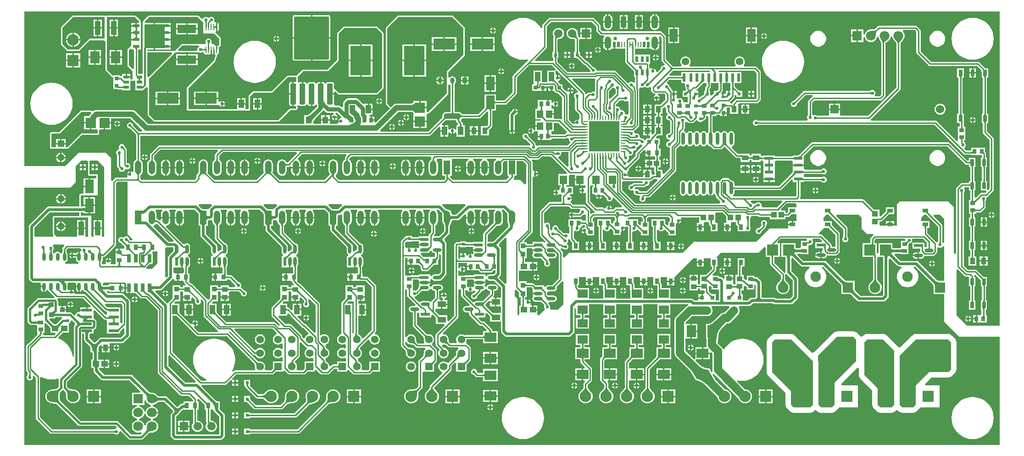
<source format=gbr>
G04*
G04 #@! TF.GenerationSoftware,Altium Limited,Altium Designer,25.5.2 (35)*
G04*
G04 Layer_Physical_Order=1*
G04 Layer_Color=255*
%FSLAX43Y43*%
%MOMM*%
G71*
G04*
G04 #@! TF.SameCoordinates,FA6C6725-7EFF-47C5-9DEB-600D18B7A1A6*
G04*
G04*
G04 #@! TF.FilePolarity,Positive*
G04*
G01*
G75*
%ADD11C,0.254*%
%ADD15C,0.300*%
%ADD16C,0.500*%
%ADD26R,0.650X0.700*%
%ADD27R,1.208X1.012*%
%ADD28R,0.956X1.206*%
%ADD29R,0.840X0.840*%
%ADD30R,1.981X0.533*%
%ADD31R,1.100X1.700*%
%ADD32R,1.050X0.900*%
%ADD33O,0.600X1.450*%
%ADD34R,0.800X0.900*%
%ADD35O,1.200X2.500*%
%ADD36R,1.600X2.500*%
G04:AMPARAMS|DCode=37|XSize=1.638mm|YSize=0.618mm|CornerRadius=0.309mm|HoleSize=0mm|Usage=FLASHONLY|Rotation=90.000|XOffset=0mm|YOffset=0mm|HoleType=Round|Shape=RoundedRectangle|*
%AMROUNDEDRECTD37*
21,1,1.638,0.000,0,0,90.0*
21,1,1.020,0.618,0,0,90.0*
1,1,0.618,0.000,0.510*
1,1,0.618,0.000,-0.510*
1,1,0.618,0.000,-0.510*
1,1,0.618,0.000,0.510*
%
%ADD37ROUNDEDRECTD37*%
%ADD38R,2.180X1.716*%
%ADD39R,1.650X1.100*%
%ADD40R,1.716X2.180*%
%ADD41R,0.800X0.800*%
G04:AMPARAMS|DCode=42|XSize=1.638mm|YSize=0.618mm|CornerRadius=0.309mm|HoleSize=0mm|Usage=FLASHONLY|Rotation=0.000|XOffset=0mm|YOffset=0mm|HoleType=Round|Shape=RoundedRectangle|*
%AMROUNDEDRECTD42*
21,1,1.638,0.000,0,0,0.0*
21,1,1.020,0.618,0,0,0.0*
1,1,0.618,0.510,0.000*
1,1,0.618,-0.510,0.000*
1,1,0.618,-0.510,0.000*
1,1,0.618,0.510,0.000*
%
%ADD42ROUNDEDRECTD42*%
%ADD43R,0.750X0.850*%
%ADD44R,0.800X1.000*%
G04:AMPARAMS|DCode=45|XSize=1.659mm|YSize=0.627mm|CornerRadius=0.313mm|HoleSize=0mm|Usage=FLASHONLY|Rotation=0.000|XOffset=0mm|YOffset=0mm|HoleType=Round|Shape=RoundedRectangle|*
%AMROUNDEDRECTD45*
21,1,1.659,0.000,0,0,0.0*
21,1,1.032,0.627,0,0,0.0*
1,1,0.627,0.516,0.000*
1,1,0.627,-0.516,0.000*
1,1,0.627,-0.516,0.000*
1,1,0.627,0.516,0.000*
%
%ADD45ROUNDEDRECTD45*%
G04:AMPARAMS|DCode=46|XSize=1.55mm|YSize=0.6mm|CornerRadius=0.051mm|HoleSize=0mm|Usage=FLASHONLY|Rotation=270.000|XOffset=0mm|YOffset=0mm|HoleType=Round|Shape=RoundedRectangle|*
%AMROUNDEDRECTD46*
21,1,1.550,0.498,0,0,270.0*
21,1,1.448,0.600,0,0,270.0*
1,1,0.102,-0.249,-0.724*
1,1,0.102,-0.249,0.724*
1,1,0.102,0.249,0.724*
1,1,0.102,0.249,-0.724*
%
%ADD46ROUNDEDRECTD46*%
%ADD47R,0.700X1.200*%
%ADD48R,1.500X2.340*%
%ADD49R,0.600X1.500*%
%ADD50R,0.700X0.700*%
%ADD51R,1.000X2.000*%
%ADD52R,0.520X1.000*%
%ADD53R,0.600X1.100*%
%ADD54R,1.550X0.600*%
%ADD55R,1.206X0.956*%
%ADD56R,1.131X0.912*%
%ADD57O,0.600X2.300*%
%ADD58R,0.650X1.200*%
%ADD59R,1.000X0.800*%
%ADD60R,1.400X1.600*%
%ADD61R,0.700X0.700*%
%ADD62R,0.750X0.900*%
%ADD63R,4.000X2.000*%
%ADD64R,0.872X1.004*%
%ADD65R,1.200X1.400*%
%ADD66R,1.906X1.954*%
%ADD67R,1.000X1.600*%
G04:AMPARAMS|DCode=68|XSize=0.25mm|YSize=1.15mm|CornerRadius=0.05mm|HoleSize=0mm|Usage=FLASHONLY|Rotation=0.000|XOffset=0mm|YOffset=0mm|HoleType=Round|Shape=RoundedRectangle|*
%AMROUNDEDRECTD68*
21,1,0.250,1.050,0,0,0.0*
21,1,0.150,1.150,0,0,0.0*
1,1,0.100,0.075,-0.525*
1,1,0.100,-0.075,-0.525*
1,1,0.100,-0.075,0.525*
1,1,0.100,0.075,0.525*
%
%ADD68ROUNDEDRECTD68*%
G04:AMPARAMS|DCode=69|XSize=6.4mm|YSize=7.9mm|CornerRadius=0.064mm|HoleSize=0mm|Usage=FLASHONLY|Rotation=180.000|XOffset=0mm|YOffset=0mm|HoleType=Round|Shape=RoundedRectangle|*
%AMROUNDEDRECTD69*
21,1,6.400,7.772,0,0,180.0*
21,1,6.272,7.900,0,0,180.0*
1,1,0.128,-3.136,3.886*
1,1,0.128,3.136,3.886*
1,1,0.128,3.136,-3.886*
1,1,0.128,-3.136,-3.886*
%
%ADD69ROUNDEDRECTD69*%
G04:AMPARAMS|DCode=70|XSize=0.95mm|YSize=3.85mm|CornerRadius=0.052mm|HoleSize=0mm|Usage=FLASHONLY|Rotation=180.000|XOffset=0mm|YOffset=0mm|HoleType=Round|Shape=RoundedRectangle|*
%AMROUNDEDRECTD70*
21,1,0.950,3.746,0,0,180.0*
21,1,0.846,3.850,0,0,180.0*
1,1,0.104,-0.423,1.873*
1,1,0.104,0.423,1.873*
1,1,0.104,0.423,-1.873*
1,1,0.104,-0.423,-1.873*
%
%ADD70ROUNDEDRECTD70*%
%ADD71R,0.700X0.850*%
%ADD72R,1.110X1.220*%
%ADD73R,1.954X1.906*%
%ADD74R,1.150X1.050*%
%ADD75R,0.900X0.800*%
%ADD76R,0.850X0.750*%
%ADD77R,0.860X0.270*%
%ADD78R,0.270X0.860*%
G04:AMPARAMS|DCode=79|XSize=1.004mm|YSize=3.182mm|CornerRadius=0.437mm|HoleSize=0mm|Usage=FLASHONLY|Rotation=270.000|XOffset=0mm|YOffset=0mm|HoleType=Round|Shape=RoundedRectangle|*
%AMROUNDEDRECTD79*
21,1,1.004,2.308,0,0,270.0*
21,1,0.131,3.182,0,0,270.0*
1,1,0.874,-1.154,-0.065*
1,1,0.874,-1.154,0.065*
1,1,0.874,1.154,0.065*
1,1,0.874,1.154,-0.065*
%
%ADD79ROUNDEDRECTD79*%
%ADD80R,1.200X2.500*%
G04:AMPARAMS|DCode=81|XSize=1.004mm|YSize=0.872mm|CornerRadius=0.436mm|HoleSize=0mm|Usage=FLASHONLY|Rotation=270.000|XOffset=0mm|YOffset=0mm|HoleType=Round|Shape=RoundedRectangle|*
%AMROUNDEDRECTD81*
21,1,1.004,0.000,0,0,270.0*
21,1,0.132,0.872,0,0,270.0*
1,1,0.872,0.000,-0.066*
1,1,0.872,0.000,0.066*
1,1,0.872,0.000,0.066*
1,1,0.872,0.000,-0.066*
%
%ADD81ROUNDEDRECTD81*%
%ADD82R,0.850X0.700*%
%ADD83R,2.100X2.000*%
%ADD84R,1.000X2.500*%
%ADD85R,1.900X1.500*%
%ADD86R,1.659X0.627*%
%ADD87R,1.000X1.100*%
%ADD88R,1.000X1.800*%
%ADD89R,1.200X0.580*%
%ADD90R,3.800X4.400*%
%ADD91R,1.100X1.000*%
%ADD92R,0.618X1.638*%
%ADD93R,3.850X5.400*%
%ADD94R,1.000X0.600*%
%ADD95R,0.800X0.600*%
%ADD96R,1.638X0.618*%
%ADD97R,0.800X0.950*%
%ADD98R,0.950X0.950*%
%ADD99R,0.270X1.000*%
%ADD100R,0.700X0.650*%
%ADD101R,0.840X0.900*%
%ADD102R,3.455X1.504*%
%ADD103R,0.600X0.600*%
%ADD110R,0.600X0.600*%
%ADD148C,1.400*%
%ADD149R,1.400X1.400*%
%ADD152R,1.550X1.550*%
%ADD156C,1.550*%
%ADD171R,5.600X5.600*%
%ADD172C,0.800*%
%ADD173C,1.500*%
%ADD174C,0.381*%
%ADD175C,1.000*%
%ADD176R,2.100X2.100*%
%ADD177C,1.800*%
%ADD178C,1.288*%
%ADD179C,2.100*%
%ADD180R,1.800X1.800*%
%ADD181R,1.524X1.524*%
%ADD182O,1.200X2.400*%
%ADD183O,1.158X2.316*%
%ADD184R,2.100X2.100*%
%ADD185R,1.980X1.980*%
%ADD186C,1.524*%
%ADD187R,1.800X1.800*%
%ADD188C,1.980*%
%ADD189C,1.935*%
%ADD190R,1.288X1.288*%
%ADD191C,0.600*%
%ADD192C,0.630*%
G36*
X44497Y88200D02*
X44474Y88199D01*
X44451Y88196D01*
X44428Y88191D01*
X44405Y88183D01*
X44382Y88173D01*
X44360Y88161D01*
X44337Y88147D01*
X44315Y88130D01*
X44292Y88112D01*
X44270Y88091D01*
X44091Y88270D01*
X44112Y88292D01*
X44130Y88315D01*
X44147Y88337D01*
X44161Y88360D01*
X44173Y88382D01*
X44183Y88405D01*
X44191Y88428D01*
X44196Y88451D01*
X44199Y88474D01*
X44200Y88497D01*
X44497Y88200D01*
D02*
G37*
G36*
X43693Y88270D02*
X43676Y88255D01*
X43661Y88237D01*
X43648Y88218D01*
X43636Y88197D01*
X43626Y88175D01*
X43618Y88151D01*
X43612Y88125D01*
X43608Y88098D01*
X43605Y88069D01*
X43604Y88039D01*
X43350Y88060D01*
X43349Y88091D01*
X43347Y88120D01*
X43343Y88147D01*
X43338Y88174D01*
X43331Y88199D01*
X43323Y88222D01*
X43313Y88244D01*
X43301Y88265D01*
X43289Y88284D01*
X43274Y88302D01*
X43693Y88270D01*
D02*
G37*
G36*
X30834Y87115D02*
X30812Y87107D01*
X30793Y87094D01*
X30777Y87076D01*
X30763Y87053D01*
X30751Y87025D01*
X30742Y86991D01*
X30736Y86953D01*
X30732Y86910D01*
X30731Y86862D01*
X30477D01*
X30476Y86910D01*
X30472Y86953D01*
X30466Y86991D01*
X30457Y87025D01*
X30445Y87053D01*
X30431Y87076D01*
X30415Y87094D01*
X30396Y87107D01*
X30374Y87115D01*
X30350Y87119D01*
X30858D01*
X30834Y87115D01*
D02*
G37*
G36*
X30732Y86625D02*
X30736Y86582D01*
X30742Y86544D01*
X30751Y86510D01*
X30763Y86482D01*
X30777Y86459D01*
X30793Y86441D01*
X30812Y86428D01*
X30834Y86420D01*
X30858Y86416D01*
X30350D01*
X30374Y86420D01*
X30396Y86428D01*
X30415Y86441D01*
X30431Y86459D01*
X30445Y86482D01*
X30457Y86510D01*
X30466Y86544D01*
X30472Y86582D01*
X30476Y86625D01*
X30477Y86673D01*
X30731D01*
X30732Y86625D01*
D02*
G37*
G36*
X30834Y85845D02*
X30812Y85837D01*
X30793Y85824D01*
X30777Y85806D01*
X30763Y85783D01*
X30751Y85755D01*
X30742Y85721D01*
X30736Y85683D01*
X30732Y85640D01*
X30731Y85592D01*
X30477D01*
X30476Y85640D01*
X30472Y85683D01*
X30466Y85721D01*
X30457Y85755D01*
X30445Y85783D01*
X30431Y85806D01*
X30415Y85824D01*
X30396Y85837D01*
X30374Y85845D01*
X30350Y85849D01*
X30858D01*
X30834Y85845D01*
D02*
G37*
G36*
X167332Y86472D02*
X167292Y86425D01*
X167257Y86369D01*
X167226Y86302D01*
X167199Y86226D01*
X167177Y86139D01*
X167159Y86043D01*
X167145Y85937D01*
X167131Y85695D01*
X167130Y85559D01*
X166239Y86450D01*
X166375Y86451D01*
X166617Y86465D01*
X166723Y86479D01*
X166819Y86497D01*
X166906Y86519D01*
X166982Y86546D01*
X167049Y86577D01*
X167105Y86612D01*
X167152Y86652D01*
X167332Y86472D01*
D02*
G37*
G36*
X30732Y85355D02*
X30736Y85312D01*
X30742Y85274D01*
X30751Y85240D01*
X30763Y85212D01*
X30777Y85189D01*
X30793Y85171D01*
X30812Y85158D01*
X30834Y85150D01*
X30858Y85146D01*
X30350D01*
X30374Y85150D01*
X30396Y85158D01*
X30415Y85171D01*
X30431Y85189D01*
X30445Y85212D01*
X30457Y85240D01*
X30466Y85274D01*
X30472Y85312D01*
X30476Y85355D01*
X30477Y85403D01*
X30731D01*
X30732Y85355D01*
D02*
G37*
G36*
X111876Y85859D02*
X111889Y85657D01*
X111902Y85568D01*
X111918Y85487D01*
X111938Y85414D01*
X111963Y85349D01*
X111991Y85291D01*
X112023Y85241D01*
X112059Y85199D01*
X111880Y85020D01*
X111838Y85056D01*
X111788Y85088D01*
X111730Y85116D01*
X111665Y85140D01*
X111592Y85161D01*
X111510Y85177D01*
X111422Y85190D01*
X111220Y85203D01*
X111108Y85204D01*
X111875Y85971D01*
X111876Y85859D01*
D02*
G37*
G36*
X108574Y85204D02*
X108522Y85201D01*
X108471Y85194D01*
X108420Y85182D01*
X108370Y85166D01*
X108321Y85145D01*
X108273Y85121D01*
X108226Y85092D01*
X108180Y85058D01*
X108134Y85020D01*
X108090Y84978D01*
X107910Y85158D01*
X107941Y85192D01*
X107965Y85226D01*
X107983Y85261D01*
X107995Y85297D01*
X108000Y85333D01*
X108000Y85369D01*
X107993Y85406D01*
X107980Y85444D01*
X107961Y85482D01*
X107935Y85521D01*
X108574Y85204D01*
D02*
G37*
G36*
X122882Y84397D02*
X122618D01*
X122619Y84399D01*
X122620Y84407D01*
X122621Y84438D01*
X122623Y84651D01*
X122877D01*
X122882Y84397D01*
D02*
G37*
G36*
X121382D02*
X121118D01*
X121119Y84399D01*
X121120Y84407D01*
X121121Y84438D01*
X121123Y84651D01*
X121377D01*
X121382Y84397D01*
D02*
G37*
G36*
X169178Y84748D02*
X169073Y84691D01*
X168980Y84633D01*
X168897Y84574D01*
X168825Y84513D01*
X168765Y84451D01*
X168715Y84388D01*
X168677Y84323D01*
X168649Y84257D01*
X168633Y84190D01*
X168627Y84121D01*
X168373Y84202D01*
X168369Y84244D01*
X168357Y84297D01*
X168337Y84361D01*
X168310Y84437D01*
X168230Y84622D01*
X168052Y84983D01*
X167976Y85126D01*
X169178Y84748D01*
D02*
G37*
G36*
X171844Y84811D02*
X171683Y84629D01*
X171618Y84544D01*
X171563Y84464D01*
X171517Y84387D01*
X171482Y84314D01*
X171457Y84245D01*
X171442Y84180D01*
X171437Y84119D01*
X171183D01*
X171178Y84180D01*
X171163Y84245D01*
X171138Y84314D01*
X171103Y84387D01*
X171057Y84464D01*
X171002Y84544D01*
X170937Y84629D01*
X170776Y84811D01*
X170680Y84907D01*
X171940D01*
X171844Y84811D01*
D02*
G37*
G36*
X122121Y84027D02*
X122136Y84027D01*
Y83773D01*
X122121Y83773D01*
Y83646D01*
X122118Y83670D01*
X122110Y83692D01*
X122097Y83711D01*
X122078Y83727D01*
X122055Y83741D01*
X122027Y83753D01*
X122000Y83760D01*
X121973Y83753D01*
X121945Y83741D01*
X121921Y83727D01*
X121903Y83711D01*
X121890Y83692D01*
X121882Y83670D01*
X121879Y83646D01*
Y83773D01*
X121864Y83773D01*
Y84027D01*
X121879Y84027D01*
Y84154D01*
X121882Y84130D01*
X121890Y84108D01*
X121903Y84089D01*
X121921Y84073D01*
X121945Y84059D01*
X121973Y84047D01*
X122000Y84040D01*
X122027Y84047D01*
X122055Y84059D01*
X122078Y84073D01*
X122097Y84089D01*
X122110Y84108D01*
X122118Y84130D01*
X122121Y84154D01*
Y84027D01*
D02*
G37*
G36*
X44193Y84270D02*
X44176Y84255D01*
X44161Y84237D01*
X44148Y84218D01*
X44136Y84197D01*
X44126Y84175D01*
X44118Y84151D01*
X44112Y84125D01*
X44108Y84098D01*
X44105Y84069D01*
X44104Y84039D01*
X43850Y84060D01*
X43849Y84091D01*
X43847Y84120D01*
X43843Y84147D01*
X43838Y84174D01*
X43831Y84199D01*
X43823Y84222D01*
X43813Y84244D01*
X43801Y84265D01*
X43789Y84284D01*
X43774Y84302D01*
X44193Y84270D01*
D02*
G37*
G36*
X43000Y88000D02*
Y86000D01*
X45000D01*
X46000Y85000D01*
Y83805D01*
X45856Y83735D01*
X45746Y83709D01*
X45669Y83760D01*
X45602Y83774D01*
Y82949D01*
X45360D01*
Y83474D01*
X45348Y83534D01*
Y83774D01*
X45281Y83760D01*
X45230Y83726D01*
X45208Y83734D01*
X45169Y83760D01*
X45091Y83776D01*
X45000Y83808D01*
Y84000D01*
X44643D01*
X44588Y84059D01*
X44498Y84254D01*
X44554Y84390D01*
Y84610D01*
X44470Y84814D01*
X44314Y84970D01*
X44110Y85054D01*
X43890D01*
X43686Y84970D01*
X43530Y84814D01*
X43446Y84610D01*
Y84390D01*
X43502Y84254D01*
X43412Y84059D01*
X43357Y84000D01*
X39000D01*
X37750Y82750D01*
X32662D01*
Y83046D01*
X33873D01*
Y85500D01*
Y87954D01*
X32313D01*
X32208Y88208D01*
X33000Y89000D01*
X42000D01*
X43000Y88000D01*
D02*
G37*
G36*
X122381Y83401D02*
X122380Y83393D01*
X122379Y83362D01*
X122377Y83149D01*
X122123D01*
X122118Y83403D01*
X122382D01*
X122381Y83401D01*
D02*
G37*
G36*
X121381D02*
X121380Y83393D01*
X121379Y83362D01*
X121377Y83149D01*
X121123D01*
X121118Y83403D01*
X121382D01*
X121381Y83401D01*
D02*
G37*
G36*
X30834Y83305D02*
X30812Y83297D01*
X30793Y83284D01*
X30777Y83266D01*
X30763Y83243D01*
X30751Y83215D01*
X30742Y83181D01*
X30736Y83143D01*
X30732Y83100D01*
X30731Y83052D01*
X30477D01*
X30476Y83100D01*
X30472Y83143D01*
X30466Y83181D01*
X30457Y83215D01*
X30445Y83243D01*
X30431Y83266D01*
X30415Y83284D01*
X30396Y83297D01*
X30374Y83305D01*
X30350Y83309D01*
X30858D01*
X30834Y83305D01*
D02*
G37*
G36*
X24806Y85000D02*
X22000D01*
X20000Y83000D01*
X18000D01*
X17000Y84000D01*
Y87000D01*
X19000Y89000D01*
X24806D01*
Y85000D01*
D02*
G37*
G36*
X127612Y85190D02*
Y81000D01*
X127641Y80851D01*
X127725Y80725D01*
X128162Y80289D01*
X128158Y80272D01*
X128037Y80054D01*
X127890D01*
X127686Y79970D01*
X127530Y79814D01*
X127446Y79610D01*
Y79527D01*
X127441Y79507D01*
X127441Y79497D01*
X127441Y79497D01*
X127440Y79495D01*
X127437Y79490D01*
X127433Y79484D01*
X127430Y79480D01*
X126789Y78838D01*
X126772Y78842D01*
X126554Y78963D01*
Y79110D01*
X126470Y79314D01*
X126314Y79470D01*
X126127Y79547D01*
Y79000D01*
X125873D01*
Y79547D01*
X125758Y79499D01*
X125504Y79554D01*
X125338Y79739D01*
Y80274D01*
X125504Y80446D01*
X125504D01*
Y82054D01*
X122638D01*
Y83146D01*
X124973D01*
Y83900D01*
X125227D01*
Y83146D01*
X125614D01*
X125820Y83030D01*
X125900Y82968D01*
X126103Y82884D01*
X126193Y82873D01*
Y84275D01*
X126320D01*
Y84402D01*
X127160D01*
Y84854D01*
X127132Y85071D01*
X127086Y85182D01*
X127177Y85415D01*
X127222Y85464D01*
X127320Y85482D01*
X127612Y85190D01*
D02*
G37*
G36*
X42731Y83194D02*
X42750Y83180D01*
X42770Y83168D01*
X42791Y83157D01*
X42814Y83148D01*
X42839Y83140D01*
X42865Y83134D01*
X42892Y83130D01*
X42921Y83128D01*
X42952Y83127D01*
Y82873D01*
X42921Y82872D01*
X42892Y82870D01*
X42865Y82866D01*
X42839Y82860D01*
X42814Y82852D01*
X42791Y82843D01*
X42770Y82832D01*
X42750Y82820D01*
X42731Y82806D01*
X42714Y82790D01*
Y83210D01*
X42731Y83194D01*
D02*
G37*
G36*
X42228Y83487D02*
X42186Y83470D01*
X42030Y83314D01*
X41946Y83110D01*
Y82890D01*
X41856Y82755D01*
X38453D01*
X38356Y82989D01*
X39107Y83741D01*
X42178D01*
X42228Y83487D01*
D02*
G37*
G36*
X43355Y82746D02*
X43352Y82770D01*
X43344Y82792D01*
X43331Y82811D01*
X43313Y82827D01*
X43289Y82841D01*
X43261Y82853D01*
X43228Y82862D01*
X43190Y82868D01*
X43146Y82872D01*
X43098Y82873D01*
Y83127D01*
X43146Y83128D01*
X43190Y83132D01*
X43228Y83138D01*
X43261Y83147D01*
X43289Y83159D01*
X43313Y83173D01*
X43331Y83189D01*
X43344Y83208D01*
X43352Y83230D01*
X43355Y83254D01*
Y82746D01*
D02*
G37*
G36*
X112128Y82503D02*
X112132Y82459D01*
X112138Y82421D01*
X112147Y82388D01*
X112159Y82360D01*
X112173Y82337D01*
X112189Y82318D01*
X112208Y82305D01*
X112230Y82297D01*
X112254Y82294D01*
X111746D01*
X111770Y82297D01*
X111792Y82305D01*
X111811Y82318D01*
X111827Y82337D01*
X111841Y82360D01*
X111853Y82388D01*
X111862Y82421D01*
X111868Y82459D01*
X111872Y82503D01*
X111873Y82551D01*
X112127D01*
X112128Y82503D01*
D02*
G37*
G36*
X108128D02*
X108132Y82459D01*
X108138Y82421D01*
X108147Y82388D01*
X108159Y82360D01*
X108173Y82337D01*
X108189Y82318D01*
X108208Y82305D01*
X108230Y82297D01*
X108254Y82294D01*
X107746D01*
X107770Y82297D01*
X107792Y82305D01*
X107811Y82318D01*
X107827Y82337D01*
X107841Y82360D01*
X107853Y82388D01*
X107862Y82421D01*
X107868Y82459D01*
X107872Y82503D01*
X107873Y82551D01*
X108127D01*
X108128Y82503D01*
D02*
G37*
G36*
X45090Y82424D02*
X45102Y82364D01*
Y82117D01*
X45263Y81981D01*
X45297Y81924D01*
X45000Y81000D01*
X40000Y76000D01*
Y71759D01*
X51610D01*
Y74334D01*
X52308Y75032D01*
X55710D01*
X58579Y77901D01*
X60160D01*
X60162Y77216D01*
X60122Y77150D01*
X59909Y76985D01*
X59727D01*
Y74800D01*
Y72615D01*
X60023D01*
X60177Y72387D01*
X60178Y72234D01*
X59998Y72054D01*
X58965D01*
X56911Y70000D01*
X34000D01*
X33000Y71000D01*
Y77630D01*
X37866Y82496D01*
X42269D01*
X42390Y82446D01*
X42610D01*
X42731Y82496D01*
X43090D01*
Y82424D01*
X43114Y82305D01*
X43181Y82205D01*
X43281Y82138D01*
X43400Y82114D01*
X43550D01*
X43669Y82138D01*
X43725Y82175D01*
X43781Y82138D01*
X43900Y82114D01*
X44050D01*
X44169Y82138D01*
X44225Y82175D01*
X44281Y82138D01*
X44348Y82124D01*
Y82364D01*
X44360Y82424D01*
Y82923D01*
X44365Y82949D01*
X44602D01*
Y82124D01*
X44669Y82138D01*
X44725Y82175D01*
X44781Y82138D01*
X44848Y82124D01*
Y82949D01*
X45090D01*
Y82424D01*
D02*
G37*
G36*
X112299Y82026D02*
X112304Y81990D01*
X112313Y81954D01*
X112326Y81919D01*
X112342Y81883D01*
X112362Y81847D01*
X112385Y81811D01*
X112412Y81775D01*
X112442Y81739D01*
X112477Y81703D01*
X112297Y81523D01*
X112261Y81558D01*
X112225Y81588D01*
X112189Y81615D01*
X112153Y81638D01*
X112117Y81658D01*
X112081Y81674D01*
X112046Y81687D01*
X112010Y81696D01*
X111974Y81701D01*
X111938Y81703D01*
X112297Y82062D01*
X112299Y82026D01*
D02*
G37*
G36*
X108230Y81701D02*
X108208Y81693D01*
X108189Y81680D01*
X108173Y81662D01*
X108159Y81640D01*
X108147Y81612D01*
X108138Y81579D01*
X108132Y81540D01*
X108128Y81497D01*
X108127Y81449D01*
X107873D01*
X107872Y81497D01*
X107868Y81540D01*
X107862Y81579D01*
X107853Y81612D01*
X107841Y81640D01*
X107827Y81662D01*
X107811Y81680D01*
X107792Y81693D01*
X107770Y81701D01*
X107746Y81703D01*
X108254D01*
X108230Y81701D01*
D02*
G37*
G36*
X29750Y83052D02*
Y83049D01*
X30216D01*
Y79510D01*
X29962Y79405D01*
X29259Y80107D01*
Y82893D01*
X29515Y83149D01*
X29750Y83052D01*
D02*
G37*
G36*
X125078Y79503D02*
X125082Y79460D01*
X125088Y79421D01*
X125097Y79388D01*
X125109Y79360D01*
X125123Y79338D01*
X125139Y79320D01*
X125158Y79307D01*
X125180Y79299D01*
X125204Y79297D01*
X124696D01*
X124720Y79299D01*
X124742Y79307D01*
X124761Y79320D01*
X124777Y79338D01*
X124791Y79360D01*
X124803Y79388D01*
X124812Y79421D01*
X124818Y79460D01*
X124822Y79503D01*
X124823Y79551D01*
X125077D01*
X125078Y79503D01*
D02*
G37*
G36*
X123982Y79652D02*
X123976Y79630D01*
X123971Y79605D01*
X123963Y79545D01*
X123958Y79476D01*
X123959Y79460D01*
X123965Y79421D01*
X123974Y79388D01*
X123986Y79360D01*
X124000Y79338D01*
X124016Y79320D01*
X124035Y79307D01*
X124057Y79299D01*
X124081Y79297D01*
X123703D01*
X123703Y79308D01*
X123700Y79308D01*
X123699Y79339D01*
X123696Y79367D01*
X123691Y79394D01*
X123684Y79417D01*
X123675Y79439D01*
X123664Y79458D01*
X123651Y79474D01*
X123636Y79488D01*
X123619Y79500D01*
X123600Y79509D01*
X123700Y79551D01*
X123700Y79551D01*
X123701D01*
X123988Y79670D01*
X123982Y79652D01*
D02*
G37*
G36*
X137412Y79373D02*
X137365Y79371D01*
X137328Y79366D01*
X137298Y79357D01*
X137278Y79344D01*
X137266Y79328D01*
X137263Y79308D01*
X137269Y79285D01*
X137283Y79258D01*
X137306Y79228D01*
X137337Y79193D01*
X136978D01*
X136942Y79228D01*
X136903Y79258D01*
X136864Y79285D01*
X136823Y79308D01*
X136780Y79328D01*
X136736Y79344D01*
X136690Y79357D01*
X136643Y79366D01*
X136595Y79371D01*
X136545Y79373D01*
X136851Y79627D01*
X137412Y79373D01*
D02*
G37*
G36*
X129410Y79772D02*
X129448Y79742D01*
X129487Y79715D01*
X129529Y79692D01*
X129571Y79672D01*
X129615Y79656D01*
X129661Y79643D01*
X129708Y79634D01*
X129757Y79629D01*
X129807Y79627D01*
Y79373D01*
X129757Y79371D01*
X129708Y79366D01*
X129661Y79357D01*
X129615Y79344D01*
X129571Y79328D01*
X129529Y79308D01*
X129487Y79285D01*
X129448Y79258D01*
X129410Y79228D01*
X129373Y79193D01*
X129141Y79320D01*
X129173Y79356D01*
X129198Y79392D01*
X129216Y79428D01*
X129227Y79464D01*
X129231Y79500D01*
X129227Y79536D01*
X129216Y79572D01*
X129198Y79608D01*
X129173Y79644D01*
X129141Y79680D01*
X129373Y79807D01*
X129410Y79772D01*
D02*
G37*
G36*
X114792Y79569D02*
X114815Y79551D01*
X114837Y79534D01*
X114860Y79520D01*
X114882Y79508D01*
X114905Y79498D01*
X114928Y79490D01*
X114951Y79485D01*
X114974Y79482D01*
X114997Y79481D01*
X114700Y79184D01*
X114699Y79207D01*
X114696Y79230D01*
X114691Y79253D01*
X114683Y79276D01*
X114673Y79299D01*
X114661Y79321D01*
X114647Y79344D01*
X114630Y79366D01*
X114612Y79389D01*
X114591Y79411D01*
X114770Y79590D01*
X114792Y79569D01*
D02*
G37*
G36*
X127997Y79200D02*
X127974Y79199D01*
X127951Y79196D01*
X127928Y79191D01*
X127905Y79183D01*
X127882Y79173D01*
X127860Y79161D01*
X127837Y79147D01*
X127815Y79130D01*
X127792Y79112D01*
X127770Y79091D01*
X127591Y79270D01*
X127612Y79292D01*
X127630Y79315D01*
X127647Y79337D01*
X127661Y79360D01*
X127673Y79382D01*
X127683Y79405D01*
X127691Y79428D01*
X127696Y79451D01*
X127699Y79474D01*
X127700Y79497D01*
X127997Y79200D01*
D02*
G37*
G36*
X122789Y79442D02*
X122825Y79412D01*
X122861Y79385D01*
X122897Y79362D01*
X122933Y79342D01*
X122969Y79326D01*
X123004Y79313D01*
X123040Y79304D01*
X123076Y79299D01*
X123112Y79297D01*
X122753Y78938D01*
X122751Y78974D01*
X122746Y79010D01*
X122737Y79046D01*
X122724Y79081D01*
X122708Y79117D01*
X122688Y79153D01*
X122665Y79189D01*
X122638Y79225D01*
X122608Y79261D01*
X122573Y79297D01*
X122753Y79477D01*
X122789Y79442D01*
D02*
G37*
G36*
X136519Y79035D02*
X136438Y78825D01*
X136437Y78824D01*
X132558D01*
X132446Y78824D01*
Y78824D01*
X132304D01*
Y78824D01*
X131196D01*
Y78208D01*
X129117D01*
X129012Y78462D01*
X129588Y79038D01*
X129602Y79050D01*
X129624Y79065D01*
X129647Y79078D01*
X129670Y79089D01*
X129694Y79097D01*
X129720Y79104D01*
X129747Y79110D01*
X129765Y79112D01*
X136459D01*
X136519Y79035D01*
D02*
G37*
G36*
X137528Y78773D02*
X137532Y78730D01*
X137538Y78691D01*
X137547Y78658D01*
X137559Y78630D01*
X137573Y78608D01*
X137589Y78590D01*
X137608Y78577D01*
X137630Y78569D01*
X137654Y78567D01*
X137146D01*
X137170Y78569D01*
X137192Y78577D01*
X137211Y78590D01*
X137227Y78608D01*
X137241Y78630D01*
X137253Y78658D01*
X137262Y78691D01*
X137268Y78730D01*
X137272Y78773D01*
X137273Y78821D01*
X137527D01*
X137528Y78773D01*
D02*
G37*
G36*
X30901Y78247D02*
X30703Y78049D01*
X30701Y78054D01*
X30696Y78063D01*
X30687Y78074D01*
X30658Y78108D01*
X30523Y78247D01*
X30703Y78427D01*
X30901Y78247D01*
D02*
G37*
G36*
X125180Y78203D02*
X125158Y78195D01*
X125139Y78182D01*
X125123Y78164D01*
X125109Y78140D01*
X125097Y78112D01*
X125088Y78079D01*
X125082Y78041D01*
X125078Y77997D01*
X125077Y77949D01*
X124823D01*
X124822Y77997D01*
X124818Y78041D01*
X124812Y78079D01*
X124803Y78112D01*
X124791Y78140D01*
X124777Y78164D01*
X124761Y78182D01*
X124742Y78195D01*
X124720Y78203D01*
X124696Y78206D01*
X125204D01*
X125180Y78203D01*
D02*
G37*
G36*
X123280D02*
X123258Y78195D01*
X123239Y78182D01*
X123223Y78164D01*
X123209Y78140D01*
X123197Y78112D01*
X123188Y78079D01*
X123182Y78041D01*
X123178Y77997D01*
X123177Y77949D01*
X122923D01*
X122922Y77997D01*
X122918Y78041D01*
X122912Y78079D01*
X122903Y78112D01*
X122891Y78140D01*
X122877Y78164D01*
X122861Y78182D01*
X122842Y78195D01*
X122820Y78203D01*
X122796Y78206D01*
X123304D01*
X123280Y78203D01*
D02*
G37*
G36*
X37261Y82257D02*
X32916Y77912D01*
X32662Y78017D01*
Y82491D01*
X37163D01*
X37261Y82257D01*
D02*
G37*
G36*
X187480Y78103D02*
X187458Y78095D01*
X187439Y78082D01*
X187423Y78063D01*
X187409Y78040D01*
X187397Y78012D01*
X187388Y77979D01*
X187382Y77941D01*
X187378Y77897D01*
X187377Y77849D01*
X187123D01*
X187122Y77897D01*
X187118Y77941D01*
X187112Y77979D01*
X187103Y78012D01*
X187091Y78040D01*
X187077Y78063D01*
X187061Y78082D01*
X187042Y78095D01*
X187020Y78103D01*
X186996Y78106D01*
X187504D01*
X187480Y78103D01*
D02*
G37*
G36*
X182980D02*
X182958Y78095D01*
X182939Y78082D01*
X182923Y78063D01*
X182909Y78040D01*
X182897Y78012D01*
X182888Y77979D01*
X182882Y77941D01*
X182878Y77897D01*
X182877Y77849D01*
X182623D01*
X182622Y77897D01*
X182618Y77941D01*
X182612Y77979D01*
X182603Y78012D01*
X182591Y78040D01*
X182577Y78063D01*
X182561Y78082D01*
X182542Y78095D01*
X182520Y78103D01*
X182496Y78106D01*
X183004D01*
X182980Y78103D01*
D02*
G37*
G36*
X109838Y78344D02*
X109877Y78313D01*
X109916Y78286D01*
X109957Y78263D01*
X110000Y78243D01*
X110044Y78227D01*
X110090Y78214D01*
X110137Y78205D01*
X110185Y78200D01*
X110235Y78198D01*
X110489Y77944D01*
X110443Y77942D01*
X110405Y77937D01*
X110376Y77928D01*
X110356Y77915D01*
X110344Y77899D01*
X110341Y77880D01*
X110346Y77856D01*
X110361Y77829D01*
X110383Y77799D01*
X110415Y77765D01*
X109929Y78071D01*
X109802Y78378D01*
X109838Y78344D01*
D02*
G37*
G36*
X131456Y77566D02*
X131453Y77590D01*
X131445Y77612D01*
X131432Y77631D01*
X131414Y77647D01*
X131390Y77661D01*
X131362Y77673D01*
X131329Y77682D01*
X131291Y77688D01*
X131247Y77692D01*
X131199Y77693D01*
Y77947D01*
X131247Y77948D01*
X131291Y77952D01*
X131329Y77958D01*
X131362Y77967D01*
X131390Y77979D01*
X131414Y77993D01*
X131432Y78009D01*
X131445Y78028D01*
X131453Y78050D01*
X131456Y78074D01*
Y77566D01*
D02*
G37*
G36*
X31200Y88201D02*
X31097Y87947D01*
X30731D01*
Y87403D01*
X30604D01*
Y87276D01*
X29750D01*
Y86859D01*
X29750D01*
Y86677D01*
X29750D01*
Y86260D01*
X30604D01*
Y86006D01*
X29750D01*
Y85589D01*
X29750D01*
Y85407D01*
X29750D01*
Y84990D01*
X30604D01*
Y84736D01*
X29750D01*
Y84319D01*
X29750D01*
Y84137D01*
X29750D01*
Y83750D01*
X29000Y83000D01*
Y80000D01*
X30000Y79000D01*
Y77485D01*
X29554D01*
Y77823D01*
X28800D01*
Y77950D01*
X28673D01*
Y78504D01*
X28046D01*
Y78236D01*
X27847Y78096D01*
X27604Y78192D01*
Y78254D01*
X26396D01*
Y78254D01*
X26290Y78210D01*
X25200Y79300D01*
X25200Y89000D01*
X30382D01*
X31200Y88201D01*
D02*
G37*
G36*
X27347Y77905D02*
X27355Y77883D01*
X27368Y77864D01*
X27386Y77848D01*
X27410Y77834D01*
X27438Y77822D01*
X27471Y77813D01*
X27509Y77807D01*
X27553Y77803D01*
X27601Y77802D01*
Y77548D01*
X27553Y77547D01*
X27509Y77543D01*
X27471Y77537D01*
X27438Y77528D01*
X27410Y77516D01*
X27386Y77502D01*
X27368Y77486D01*
X27355Y77467D01*
X27347Y77445D01*
X27344Y77421D01*
Y77929D01*
X27347Y77905D01*
D02*
G37*
G36*
X31430Y77653D02*
X31408Y77645D01*
X31389Y77632D01*
X31373Y77614D01*
X31359Y77590D01*
X31347Y77562D01*
X31338Y77529D01*
X31332Y77491D01*
X31331Y77475D01*
X31332Y77459D01*
X31338Y77421D01*
X31347Y77388D01*
X31359Y77360D01*
X31373Y77337D01*
X31389Y77318D01*
X31408Y77305D01*
X31430Y77297D01*
X31454Y77294D01*
X30946D01*
X30970Y77297D01*
X30992Y77305D01*
X31011Y77318D01*
X31027Y77337D01*
X31041Y77360D01*
X31053Y77388D01*
X31062Y77421D01*
X31068Y77459D01*
X31069Y77475D01*
X31068Y77491D01*
X31062Y77529D01*
X31053Y77562D01*
X31041Y77590D01*
X31027Y77614D01*
X31011Y77632D01*
X30992Y77645D01*
X30970Y77653D01*
X30946Y77656D01*
X31454D01*
X31430Y77653D01*
D02*
G37*
G36*
X108070Y79381D02*
X107937Y79154D01*
X106496D01*
Y77015D01*
X105504D01*
Y79154D01*
X103996D01*
Y76846D01*
X103996D01*
X103967Y76604D01*
X103696D01*
Y75396D01*
X104904D01*
Y75396D01*
X105096Y75396D01*
X105096Y75396D01*
X105573D01*
Y76000D01*
X105700D01*
Y76127D01*
X106304D01*
Y76239D01*
X106696D01*
Y76127D01*
X107300D01*
Y76000D01*
X107427D01*
Y75396D01*
X107712D01*
X107714Y75387D01*
X107798Y75261D01*
X107961Y75098D01*
X108087Y75014D01*
X108235Y74985D01*
X108437D01*
X109226Y74195D01*
Y70240D01*
X109084Y70181D01*
X108972Y70159D01*
X108857Y70236D01*
X108708Y70265D01*
X107704D01*
Y70973D01*
X106850D01*
Y71227D01*
X107704D01*
Y72054D01*
X107258D01*
X107229Y72296D01*
X107229D01*
Y72750D01*
X107483Y72800D01*
X107530Y72686D01*
X107686Y72530D01*
X107873Y72453D01*
Y73000D01*
Y73547D01*
X107686Y73470D01*
X107530Y73314D01*
X107483Y73200D01*
X107229Y73250D01*
Y73704D01*
X106727D01*
Y73000D01*
X106473D01*
Y73704D01*
X104771D01*
Y72296D01*
X104771D01*
X104742Y72054D01*
X104296D01*
Y70146D01*
X105250D01*
X105301Y70108D01*
X105220Y69864D01*
X105213Y69857D01*
X105206Y69854D01*
X104296D01*
Y69027D01*
X105150D01*
Y68773D01*
X104296D01*
Y68200D01*
X104296Y68139D01*
X104054Y68110D01*
X104030Y68167D01*
X103970Y68314D01*
X103814Y68470D01*
X103627Y68547D01*
Y68000D01*
Y67453D01*
X103814Y67530D01*
X103970Y67686D01*
X104045Y67869D01*
X104054Y67890D01*
X104066Y67919D01*
X104296Y67946D01*
X104307Y67946D01*
X104431D01*
X104443Y67946D01*
X104742D01*
X104771Y67704D01*
X104771D01*
Y67127D01*
X105400D01*
Y67000D01*
X105527D01*
Y66296D01*
X107229D01*
Y66612D01*
X109934D01*
X110083Y66641D01*
X110209Y66725D01*
X110226Y66743D01*
X110426Y66622D01*
X110446Y66603D01*
Y66390D01*
X110530Y66186D01*
X110686Y66030D01*
X110729Y65815D01*
X110206Y65292D01*
X104867D01*
X104718Y65263D01*
X104470Y65314D01*
X104322Y65461D01*
Y65566D01*
X104293Y65715D01*
X104208Y65841D01*
X103070Y66980D01*
X103067Y66984D01*
X103063Y66990D01*
X103060Y66995D01*
X103059Y66997D01*
X103059Y66997D01*
X103059Y67007D01*
X103054Y67027D01*
Y67110D01*
X102970Y67314D01*
X102814Y67470D01*
X102610Y67554D01*
X102390D01*
X102186Y67470D01*
X102030Y67314D01*
X101946Y67110D01*
Y66890D01*
X102030Y66686D01*
X102186Y66530D01*
X102390Y66446D01*
X102473D01*
X102493Y66441D01*
X102503Y66441D01*
X102503Y66441D01*
X102505Y66440D01*
X102510Y66437D01*
X102516Y66433D01*
X102520Y66430D01*
X103373Y65578D01*
X103393Y65496D01*
X103307Y65268D01*
X103282Y65263D01*
X103133Y65292D01*
X34904D01*
X34755Y65263D01*
X34629Y65179D01*
X33265Y63815D01*
X33181Y63689D01*
X33152Y63540D01*
Y62678D01*
X33151Y62669D01*
X33148Y62652D01*
X33109Y62636D01*
X32931Y62499D01*
X32794Y62321D01*
X32708Y62113D01*
X32679Y61890D01*
Y60590D01*
X32708Y60367D01*
X32794Y60159D01*
X32931Y59981D01*
X33109Y59844D01*
X33317Y59758D01*
X33540Y59729D01*
X33763Y59758D01*
X33971Y59844D01*
X34149Y59981D01*
X34286Y60159D01*
X34372Y60367D01*
X34401Y60590D01*
Y61890D01*
X34372Y62113D01*
X34286Y62321D01*
X34149Y62499D01*
X33971Y62636D01*
X33932Y62652D01*
X33929Y62669D01*
X33928Y62678D01*
Y63379D01*
X35065Y64516D01*
X45634D01*
X45731Y64281D01*
X45265Y63815D01*
X45181Y63689D01*
X45152Y63540D01*
Y62678D01*
X45151Y62669D01*
X45148Y62652D01*
X45109Y62636D01*
X44931Y62499D01*
X44794Y62321D01*
X44708Y62113D01*
X44679Y61890D01*
Y60590D01*
X44708Y60367D01*
X44794Y60159D01*
X44931Y59981D01*
X45109Y59844D01*
X45317Y59758D01*
X45540Y59729D01*
X45763Y59758D01*
X45971Y59844D01*
X46149Y59981D01*
X46286Y60159D01*
X46372Y60367D01*
X46401Y60590D01*
Y61890D01*
X46372Y62113D01*
X46286Y62321D01*
X46149Y62499D01*
X45971Y62636D01*
X45932Y62652D01*
X45929Y62669D01*
X45928Y62678D01*
Y63379D01*
X46661Y64112D01*
X60180D01*
X60277Y63877D01*
X58591Y62190D01*
X58327Y62222D01*
X58286Y62321D01*
X58149Y62499D01*
X57971Y62636D01*
X57763Y62722D01*
X57540Y62751D01*
X57317Y62722D01*
X57109Y62636D01*
X56931Y62499D01*
X56794Y62321D01*
X56708Y62113D01*
X56679Y61890D01*
Y60590D01*
X56708Y60367D01*
X56794Y60159D01*
X56931Y59981D01*
X57109Y59844D01*
X57317Y59758D01*
X57540Y59729D01*
X57763Y59758D01*
X57971Y59844D01*
X58149Y59981D01*
X58286Y60159D01*
X58372Y60367D01*
X58401Y60590D01*
Y61375D01*
X58713D01*
X58861Y61404D01*
X58965Y61473D01*
X59107Y61439D01*
X59219Y61393D01*
Y61367D01*
X60080D01*
X60941D01*
Y61890D01*
X60912Y62113D01*
X60826Y62321D01*
X60689Y62499D01*
X60511Y62636D01*
X60499Y62641D01*
X60439Y62940D01*
X61207Y63708D01*
X69326D01*
X69424Y63473D01*
X69265Y63315D01*
X69181Y63189D01*
X69152Y63040D01*
Y62678D01*
X69151Y62669D01*
X69148Y62652D01*
X69109Y62636D01*
X68931Y62499D01*
X68794Y62321D01*
X68708Y62113D01*
X68679Y61890D01*
Y60590D01*
X68708Y60367D01*
X68794Y60159D01*
X68931Y59981D01*
X69109Y59844D01*
X69317Y59758D01*
X69540Y59729D01*
X69763Y59758D01*
X69971Y59844D01*
X70149Y59981D01*
X70286Y60159D01*
X70372Y60367D01*
X70401Y60590D01*
Y61890D01*
X70372Y62113D01*
X70286Y62321D01*
X70149Y62499D01*
X69971Y62636D01*
X69963Y62639D01*
X69936Y62887D01*
X70353Y63304D01*
X84926D01*
X84986Y63237D01*
X85089Y63050D01*
X85072Y62960D01*
Y62678D01*
X85071Y62669D01*
X85068Y62652D01*
X85029Y62636D01*
X84851Y62499D01*
X84714Y62321D01*
X84628Y62113D01*
X84599Y61890D01*
Y60590D01*
X84628Y60367D01*
X84714Y60159D01*
X84851Y59981D01*
X85029Y59844D01*
X85237Y59758D01*
X85460Y59729D01*
X85683Y59758D01*
X85891Y59844D01*
X86069Y59981D01*
X86206Y60159D01*
X86292Y60367D01*
X86321Y60590D01*
Y61890D01*
X86292Y62113D01*
X86206Y62321D01*
X86069Y62499D01*
X86072Y62799D01*
X86154Y62900D01*
X86956D01*
X87146Y62744D01*
Y59736D01*
X87612D01*
Y59161D01*
X87451Y59000D01*
X68049D01*
X67456Y59593D01*
X67450Y59653D01*
X67476Y59879D01*
X67609Y59981D01*
X67746Y60159D01*
X67832Y60367D01*
X67861Y60590D01*
Y61890D01*
X67832Y62113D01*
X67746Y62321D01*
X67609Y62499D01*
X67431Y62636D01*
X67223Y62722D01*
X67000Y62751D01*
X66777Y62722D01*
X66569Y62636D01*
X66391Y62499D01*
X66254Y62321D01*
X66168Y62113D01*
X66139Y61890D01*
Y60590D01*
X66168Y60367D01*
X66254Y60159D01*
X66391Y59981D01*
X66393Y59943D01*
X65451Y59000D01*
X57049D01*
X55797Y60252D01*
X55794Y60256D01*
X55789Y60263D01*
X55832Y60367D01*
X55861Y60590D01*
Y61890D01*
X55832Y62113D01*
X55746Y62321D01*
X55609Y62499D01*
X55431Y62636D01*
X55223Y62722D01*
X55000Y62751D01*
X54777Y62722D01*
X54569Y62636D01*
X54391Y62499D01*
X54254Y62321D01*
X54168Y62113D01*
X54139Y61890D01*
Y60590D01*
X54168Y60367D01*
X54184Y60328D01*
X54174Y60314D01*
X54168Y60308D01*
X52861Y59000D01*
X45049D01*
X43797Y60252D01*
X43794Y60256D01*
X43789Y60263D01*
X43832Y60367D01*
X43861Y60590D01*
Y61890D01*
X43832Y62113D01*
X43746Y62321D01*
X43609Y62499D01*
X43431Y62636D01*
X43223Y62722D01*
X43000Y62751D01*
X42777Y62722D01*
X42569Y62636D01*
X42391Y62499D01*
X42254Y62321D01*
X42168Y62113D01*
X42139Y61890D01*
Y60590D01*
X42168Y60367D01*
X42184Y60328D01*
X42174Y60314D01*
X42168Y60308D01*
X41885Y60024D01*
X41801Y59898D01*
X41771Y59749D01*
Y59320D01*
X41451Y59000D01*
X31549D01*
X31462Y59088D01*
X31450Y59102D01*
X31435Y59124D01*
X31422Y59147D01*
X31411Y59170D01*
X31403Y59194D01*
X31396Y59220D01*
X31390Y59247D01*
X31388Y59265D01*
Y59802D01*
X31389Y59811D01*
X31392Y59828D01*
X31431Y59844D01*
X31609Y59981D01*
X31746Y60159D01*
X31832Y60367D01*
X31861Y60590D01*
Y61890D01*
X31832Y62113D01*
X31746Y62321D01*
X31609Y62499D01*
X31431Y62636D01*
X31392Y62652D01*
X31389Y62669D01*
X31388Y62678D01*
Y67112D01*
X84706D01*
X84855Y67141D01*
X84981Y67225D01*
X86511Y68756D01*
X86746Y68659D01*
Y68127D01*
X87373D01*
Y69054D01*
X87141D01*
X87044Y69289D01*
X87677Y69922D01*
X87681Y69925D01*
X87696Y69935D01*
X87709Y69943D01*
X87719Y69948D01*
X87728Y69952D01*
X87736Y69954D01*
X87742Y69955D01*
X87749Y69955D01*
X87751Y69955D01*
X87846Y69943D01*
X89689D01*
Y69822D01*
X89719Y69673D01*
X89803Y69547D01*
X90042Y69308D01*
X89944Y69054D01*
X89746D01*
Y68310D01*
X89492Y68260D01*
X89470Y68314D01*
X89314Y68470D01*
X89127Y68547D01*
Y68000D01*
Y67453D01*
X89314Y67530D01*
X89470Y67686D01*
X89492Y67740D01*
X89746Y67690D01*
Y66946D01*
X91254D01*
Y69054D01*
X90888D01*
Y69400D01*
X90859Y69548D01*
X90775Y69674D01*
X90624Y69825D01*
X90623Y69826D01*
X90647Y70147D01*
X90758Y70291D01*
X90766Y70312D01*
X90771Y70313D01*
X90788Y70316D01*
X90793Y70317D01*
X93905D01*
X94054Y70346D01*
X94180Y70430D01*
X95358Y71608D01*
X95594Y71518D01*
X95609Y71502D01*
X95611Y71499D01*
X95611Y71499D01*
X95612Y71498D01*
Y69161D01*
X95376Y68926D01*
X95366Y68917D01*
X95343Y68900D01*
X95322Y68886D01*
X95303Y68875D01*
X95286Y68868D01*
X95272Y68862D01*
X95259Y68859D01*
X95248Y68857D01*
X94268D01*
Y67143D01*
X95732D01*
Y68123D01*
X95734Y68134D01*
X95737Y68147D01*
X95743Y68161D01*
X95750Y68178D01*
X95761Y68197D01*
X95775Y68218D01*
X95792Y68241D01*
X95801Y68251D01*
X96275Y68725D01*
X96359Y68851D01*
X96388Y69000D01*
Y71746D01*
X97054D01*
Y72862D01*
X98750D01*
X98899Y72891D01*
X99025Y72975D01*
X100775Y74725D01*
X100859Y74851D01*
X100888Y75000D01*
Y77839D01*
X103161Y80112D01*
X107339D01*
X108070Y79381D01*
D02*
G37*
G36*
X107747Y77539D02*
X107756Y77500D01*
X107770Y77459D01*
X107789Y77417D01*
X107814Y77373D01*
X107843Y77327D01*
X107879Y77280D01*
X107965Y77179D01*
X108016Y77126D01*
X107860Y76923D01*
X107824Y76958D01*
X107788Y76988D01*
X107752Y77015D01*
X107716Y77039D01*
X107680Y77059D01*
X107645Y77075D01*
X107609Y77088D01*
X107573Y77098D01*
X107537Y77104D01*
X107501Y77106D01*
X107744Y77575D01*
X107747Y77539D01*
D02*
G37*
G36*
X115537Y87265D02*
Y86574D01*
X115567Y86426D01*
X115651Y86300D01*
X116225Y85725D01*
X116351Y85641D01*
X116500Y85612D01*
X116900D01*
X117016Y85358D01*
X116952Y85274D01*
X116868Y85071D01*
X116840Y84854D01*
Y84402D01*
X117680D01*
Y84275D01*
X117807D01*
Y82873D01*
X117897Y82884D01*
X118100Y82968D01*
X118180Y83030D01*
X118386Y83146D01*
X118773D01*
Y83900D01*
X119027D01*
Y83146D01*
X120862D01*
Y80800D01*
X120891Y80651D01*
X120975Y80525D01*
X122427Y79074D01*
X122436Y79063D01*
X122453Y79041D01*
X122466Y79020D01*
X122476Y79002D01*
X122484Y78985D01*
X122489Y78971D01*
X122492Y78959D01*
X122493Y78948D01*
X122494Y78925D01*
X122496Y78918D01*
Y77946D01*
X122662D01*
Y77016D01*
X122408Y76910D01*
X122331Y76987D01*
X122127Y77071D01*
X121907D01*
X121703Y76987D01*
X121598Y76882D01*
X121490Y76843D01*
X121441Y76843D01*
X121285Y76860D01*
X121264Y76891D01*
X119186Y78969D01*
X119060Y79053D01*
X118911Y79083D01*
X115554D01*
Y79291D01*
X115470Y79495D01*
X115314Y79651D01*
X115110Y79735D01*
X115027D01*
X115007Y79740D01*
X114997Y79740D01*
X114997Y79740D01*
X114995Y79741D01*
X114990Y79744D01*
X114984Y79748D01*
X114980Y79751D01*
X113895Y80835D01*
X113769Y80919D01*
X113620Y80949D01*
X113600D01*
X112623Y81926D01*
X112614Y81937D01*
X112597Y81959D01*
X112584Y81980D01*
X112574Y81998D01*
X112566Y82015D01*
X112561Y82029D01*
X112558Y82041D01*
X112557Y82052D01*
X112556Y82075D01*
X112554Y82082D01*
Y82554D01*
X112388D01*
Y84874D01*
X112611Y84950D01*
X112642Y84950D01*
X113513D01*
Y85852D01*
X112611D01*
Y85262D01*
X112359Y85228D01*
X112275Y85354D01*
X112230Y85398D01*
X112217Y85419D01*
X112201Y85451D01*
X112185Y85494D01*
X112170Y85548D01*
X112157Y85612D01*
X112147Y85684D01*
X112135Y85868D01*
X112134Y85973D01*
X112129Y85997D01*
Y86114D01*
X112059Y86376D01*
X111923Y86611D01*
X111732Y86802D01*
X111497Y86938D01*
X111235Y87008D01*
X110965D01*
X110703Y86938D01*
X110468Y86802D01*
X110277Y86611D01*
X110141Y86376D01*
X110071Y86114D01*
Y85844D01*
X110141Y85582D01*
X110277Y85347D01*
X110468Y85156D01*
X110703Y85020D01*
X110965Y84950D01*
X111082D01*
X111106Y84945D01*
X111211Y84944D01*
X111395Y84932D01*
X111467Y84922D01*
X111531Y84909D01*
X111585Y84894D01*
X111612Y84884D01*
Y82554D01*
X111446D01*
Y81446D01*
X111918D01*
X111925Y81444D01*
X111948Y81443D01*
X111959Y81442D01*
X111971Y81439D01*
X111985Y81434D01*
X112002Y81426D01*
X112020Y81416D01*
X112041Y81403D01*
X112063Y81386D01*
X112074Y81377D01*
X113165Y80286D01*
X113291Y80202D01*
X113439Y80172D01*
X113460D01*
X114430Y79201D01*
X114433Y79197D01*
X114437Y79191D01*
X114440Y79186D01*
X114441Y79184D01*
X114441Y79184D01*
X114441Y79174D01*
X114446Y79154D01*
Y79071D01*
X114324Y78888D01*
X110232D01*
X108388Y80732D01*
Y81446D01*
X108554D01*
Y82554D01*
X108388D01*
Y84887D01*
X108401Y84895D01*
X108431Y84910D01*
X108460Y84923D01*
X108489Y84932D01*
X108519Y84939D01*
X108548Y84943D01*
X108590Y84946D01*
X108607Y84950D01*
X108695D01*
X108957Y85020D01*
X109192Y85156D01*
X109383Y85347D01*
X109519Y85582D01*
X109589Y85844D01*
Y86114D01*
X109519Y86376D01*
X109383Y86611D01*
X109192Y86802D01*
X108957Y86938D01*
X108695Y87008D01*
X108425D01*
X108163Y86938D01*
X107928Y86802D01*
X107737Y86611D01*
X107601Y86376D01*
X107531Y86114D01*
Y85844D01*
X107601Y85582D01*
X107734Y85352D01*
X107725Y85343D01*
X107641Y85217D01*
X107612Y85068D01*
Y82554D01*
X107446D01*
Y81446D01*
X107612D01*
Y80980D01*
X107500Y80888D01*
X104291D01*
X104194Y81123D01*
X106275Y83204D01*
X106359Y83330D01*
X106388Y83479D01*
Y87339D01*
X107161Y88112D01*
X114690D01*
X115537Y87265D01*
D02*
G37*
G36*
X104980Y77103D02*
X104958Y77095D01*
X104939Y77082D01*
X104923Y77063D01*
X104909Y77040D01*
X104897Y77012D01*
X104888Y76979D01*
X104882Y76941D01*
X104878Y76897D01*
X104877Y76849D01*
X104623D01*
X104622Y76897D01*
X104618Y76941D01*
X104612Y76979D01*
X104603Y77012D01*
X104591Y77040D01*
X104577Y77063D01*
X104561Y77082D01*
X104542Y77095D01*
X104520Y77103D01*
X104496Y77106D01*
X105004D01*
X104980Y77103D01*
D02*
G37*
G36*
X140931Y77073D02*
X140909Y77065D01*
X140890Y77052D01*
X140874Y77034D01*
X140860Y77010D01*
X140848Y76982D01*
X140839Y76949D01*
X140833Y76911D01*
X140829Y76867D01*
X140828Y76819D01*
X140574D01*
X140573Y76867D01*
X140569Y76911D01*
X140563Y76949D01*
X140554Y76982D01*
X140542Y77010D01*
X140528Y77034D01*
X140512Y77052D01*
X140493Y77065D01*
X140471Y77073D01*
X140447Y77076D01*
X140955D01*
X140931Y77073D01*
D02*
G37*
G36*
X138730D02*
X138708Y77065D01*
X138689Y77052D01*
X138673Y77034D01*
X138659Y77010D01*
X138647Y76982D01*
X138638Y76949D01*
X138632Y76911D01*
X138628Y76867D01*
X138627Y76819D01*
X138373D01*
X138372Y76867D01*
X138368Y76911D01*
X138362Y76949D01*
X138353Y76982D01*
X138341Y77010D01*
X138327Y77034D01*
X138311Y77052D01*
X138292Y77065D01*
X138270Y77073D01*
X138246Y77076D01*
X138754D01*
X138730Y77073D01*
D02*
G37*
G36*
X136530D02*
X136508Y77065D01*
X136489Y77052D01*
X136473Y77034D01*
X136459Y77010D01*
X136447Y76982D01*
X136438Y76949D01*
X136432Y76911D01*
X136428Y76867D01*
X136427Y76819D01*
X136173D01*
X136172Y76867D01*
X136168Y76911D01*
X136162Y76949D01*
X136153Y76982D01*
X136141Y77010D01*
X136127Y77034D01*
X136111Y77052D01*
X136092Y77065D01*
X136070Y77073D01*
X136046Y77076D01*
X136554D01*
X136530Y77073D01*
D02*
G37*
G36*
X135301Y77076D02*
X135264Y77073D01*
X135226Y77064D01*
X135185Y77050D01*
X135143Y77031D01*
X135099Y77006D01*
X135053Y76977D01*
X135006Y76941D01*
X134905Y76855D01*
X134852Y76804D01*
X134723Y77034D01*
X134758Y77070D01*
X134788Y77106D01*
X134815Y77142D01*
X134839Y77178D01*
X134859Y77214D01*
X134875Y77250D01*
X134888Y77286D01*
X134898Y77322D01*
X134904Y77358D01*
X134906Y77393D01*
X135301Y77076D01*
D02*
G37*
G36*
X117979Y76906D02*
X117956Y76905D01*
X117933Y76902D01*
X117910Y76896D01*
X117887Y76889D01*
X117864Y76879D01*
X117842Y76867D01*
X117819Y76853D01*
X117797Y76836D01*
X117775Y76817D01*
X117753Y76796D01*
X117573Y76976D01*
X117594Y76998D01*
X117613Y77020D01*
X117629Y77043D01*
X117643Y77065D01*
X117655Y77088D01*
X117665Y77110D01*
X117673Y77133D01*
X117678Y77156D01*
X117681Y77179D01*
X117682Y77203D01*
X117979Y76906D01*
D02*
G37*
G36*
X89228Y76857D02*
X89207Y76833D01*
X89188Y76806D01*
X89172Y76777D01*
X89158Y76747D01*
X89147Y76714D01*
X89138Y76679D01*
X89132Y76642D01*
X89128Y76602D01*
X89127Y76561D01*
X88873D01*
X88872Y76602D01*
X88868Y76642D01*
X88862Y76679D01*
X88853Y76714D01*
X88842Y76747D01*
X88828Y76777D01*
X88812Y76806D01*
X88793Y76833D01*
X88772Y76857D01*
X88748Y76880D01*
X89252D01*
X89228Y76857D01*
D02*
G37*
G36*
X125409Y76730D02*
X125388Y76708D01*
X125370Y76685D01*
X125353Y76663D01*
X125339Y76640D01*
X125327Y76618D01*
X125317Y76595D01*
X125309Y76572D01*
X125304Y76549D01*
X125301Y76526D01*
X125300Y76503D01*
X125003Y76800D01*
X125026Y76801D01*
X125049Y76804D01*
X125072Y76809D01*
X125095Y76817D01*
X125118Y76827D01*
X125140Y76839D01*
X125163Y76853D01*
X125185Y76870D01*
X125208Y76888D01*
X125230Y76909D01*
X125409Y76730D01*
D02*
G37*
G36*
X124409D02*
X124388Y76708D01*
X124370Y76685D01*
X124353Y76663D01*
X124339Y76640D01*
X124327Y76618D01*
X124317Y76595D01*
X124309Y76572D01*
X124304Y76549D01*
X124301Y76526D01*
X124300Y76503D01*
X124003Y76800D01*
X124026Y76801D01*
X124049Y76804D01*
X124072Y76809D01*
X124095Y76817D01*
X124118Y76827D01*
X124140Y76839D01*
X124163Y76853D01*
X124185Y76870D01*
X124208Y76888D01*
X124230Y76909D01*
X124409Y76730D01*
D02*
G37*
G36*
X108604Y76460D02*
X108610Y76359D01*
X108612Y76353D01*
X108614Y76348D01*
X108616Y76347D01*
X108353D01*
X108350Y76486D01*
X108604D01*
X108604Y76460D01*
D02*
G37*
G36*
X122318Y76491D02*
X122321Y76468D01*
X122327Y76445D01*
X122334Y76422D01*
X122344Y76399D01*
X122356Y76377D01*
X122370Y76354D01*
X122387Y76332D01*
X122406Y76310D01*
X122426Y76288D01*
X122247Y76108D01*
X122225Y76129D01*
X122202Y76148D01*
X122180Y76164D01*
X122158Y76178D01*
X122135Y76190D01*
X122112Y76200D01*
X122089Y76208D01*
X122066Y76213D01*
X122043Y76216D01*
X122020Y76217D01*
X122317Y76514D01*
X122318Y76491D01*
D02*
G37*
G36*
X118497Y76200D02*
X118474Y76199D01*
X118451Y76196D01*
X118428Y76191D01*
X118405Y76183D01*
X118382Y76173D01*
X118360Y76161D01*
X118337Y76147D01*
X118315Y76130D01*
X118292Y76112D01*
X118270Y76091D01*
X118091Y76270D01*
X118112Y76292D01*
X118130Y76315D01*
X118147Y76337D01*
X118161Y76360D01*
X118173Y76382D01*
X118183Y76405D01*
X118191Y76428D01*
X118196Y76451D01*
X118199Y76474D01*
X118200Y76497D01*
X118497Y76200D01*
D02*
G37*
G36*
X127409Y76230D02*
X127388Y76208D01*
X127370Y76185D01*
X127353Y76163D01*
X127339Y76140D01*
X127327Y76118D01*
X127317Y76095D01*
X127309Y76072D01*
X127304Y76049D01*
X127301Y76026D01*
X127300Y76003D01*
X127003Y76300D01*
X127026Y76301D01*
X127049Y76304D01*
X127072Y76309D01*
X127095Y76317D01*
X127118Y76327D01*
X127140Y76339D01*
X127163Y76353D01*
X127185Y76370D01*
X127208Y76388D01*
X127230Y76409D01*
X127409Y76230D01*
D02*
G37*
G36*
X124666Y76051D02*
X124686Y76030D01*
X124890Y75946D01*
X125110D01*
X125314Y76030D01*
X125395Y76111D01*
X125563Y76051D01*
X125637Y75994D01*
Y75567D01*
X125666Y75418D01*
X125750Y75292D01*
X126069Y74973D01*
X126195Y74889D01*
X126344Y74859D01*
X126372D01*
X126422Y74605D01*
X126356Y74578D01*
X126201Y74422D01*
X126123Y74235D01*
X127217D01*
X127140Y74422D01*
X126984Y74578D01*
X126918Y74605D01*
X126969Y74859D01*
X128058D01*
X128294Y74623D01*
Y73762D01*
X127397Y72865D01*
X127376D01*
X127339Y72857D01*
X126293D01*
Y71143D01*
X126637D01*
Y70857D01*
X126293D01*
Y69143D01*
X126637D01*
Y68857D01*
X126293D01*
Y67752D01*
X126291Y67741D01*
X126288Y67728D01*
X126282Y67714D01*
X126275Y67697D01*
X126264Y67678D01*
X126250Y67657D01*
X126233Y67634D01*
X126224Y67624D01*
X125961Y67360D01*
X125707Y67466D01*
Y67873D01*
X125102D01*
Y67143D01*
X125384D01*
X125490Y66889D01*
X125477Y66877D01*
X125393Y66751D01*
X125366Y66616D01*
X125365Y66615D01*
X125353Y66604D01*
X124746D01*
Y66310D01*
X124492Y66260D01*
X124470Y66314D01*
X124314Y66470D01*
X124110Y66554D01*
X123902D01*
X123862Y66594D01*
X123736Y66678D01*
X123554Y66890D01*
Y67110D01*
X123470Y67314D01*
X123314Y67470D01*
X123110Y67554D01*
X122890D01*
X122808Y67520D01*
X122589Y67598D01*
X122476Y67830D01*
X122533Y67983D01*
X122620Y68071D01*
X122724Y68140D01*
X123368Y68785D01*
X123453Y68911D01*
X123482Y69059D01*
Y75620D01*
X123453Y75769D01*
X123576Y75981D01*
X123686Y76030D01*
X123890Y75946D01*
X124110D01*
X124314Y76030D01*
X124334Y76051D01*
X124500Y76165D01*
X124666Y76051D01*
D02*
G37*
G36*
X27347Y76280D02*
X27355Y76258D01*
X27368Y76239D01*
X27386Y76223D01*
X27410Y76209D01*
X27438Y76197D01*
X27471Y76188D01*
X27509Y76182D01*
X27553Y76178D01*
X27601Y76177D01*
Y75923D01*
X27347Y76003D01*
X27344Y76304D01*
X27347Y76280D01*
D02*
G37*
G36*
X132645Y76125D02*
X132631Y76107D01*
X132619Y76087D01*
X132608Y76065D01*
X132599Y76042D01*
X132591Y76018D01*
X132585Y75992D01*
X132581Y75964D01*
X132579Y75935D01*
X132578Y75905D01*
X132324D01*
X132323Y75935D01*
X132321Y75964D01*
X132316Y75992D01*
X132311Y76018D01*
X132303Y76042D01*
X132294Y76065D01*
X132283Y76087D01*
X132271Y76107D01*
X132257Y76125D01*
X132241Y76142D01*
X132661D01*
X132645Y76125D01*
D02*
G37*
G36*
X28303Y75796D02*
X28301Y75820D01*
X28293Y75842D01*
X28280Y75861D01*
X28262Y75877D01*
X28240Y75891D01*
X28212Y75903D01*
X28179Y75912D01*
X28140Y75918D01*
X28097Y75922D01*
X28049Y75923D01*
Y76177D01*
X28097Y76178D01*
X28140Y76182D01*
X28179Y76188D01*
X28212Y76197D01*
X28240Y76209D01*
X28262Y76223D01*
X28280Y76239D01*
X28293Y76258D01*
X28301Y76280D01*
X28303Y76304D01*
Y75796D01*
D02*
G37*
G36*
X128801Y76155D02*
X128804Y76132D01*
X128809Y76109D01*
X128817Y76086D01*
X128827Y76063D01*
X128839Y76041D01*
X128853Y76018D01*
X128870Y75996D01*
X128888Y75973D01*
X128909Y75951D01*
X128730Y75772D01*
X128708Y75793D01*
X128685Y75811D01*
X128663Y75828D01*
X128640Y75842D01*
X128618Y75854D01*
X128595Y75864D01*
X128572Y75872D01*
X128549Y75877D01*
X128526Y75880D01*
X128503Y75881D01*
X128800Y76178D01*
X128801Y76155D01*
D02*
G37*
G36*
X104827Y76347D02*
X104792Y76313D01*
X104676Y76182D01*
X104686Y76173D01*
X104710Y76159D01*
X104738Y76147D01*
X104771Y76138D01*
X104809Y76132D01*
X104853Y76128D01*
X104901Y76127D01*
Y75873D01*
X104853Y75872D01*
X104809Y75868D01*
X104771Y75862D01*
X104738Y75853D01*
X104710Y75841D01*
X104686Y75827D01*
X104668Y75811D01*
X104655Y75792D01*
X104647Y75770D01*
X104644Y75746D01*
Y76141D01*
X104441Y76344D01*
X104448Y76346D01*
X104458Y76352D01*
X104471Y76362D01*
X104506Y76391D01*
X104581Y76462D01*
X104647Y76527D01*
X104827Y76347D01*
D02*
G37*
G36*
X116486Y75700D02*
X116483Y75699D01*
X116477Y75695D01*
X116469Y75689D01*
X116445Y75669D01*
X116347Y75574D01*
X116160Y75746D01*
X116177Y75763D01*
X116215Y75806D01*
X116223Y75818D01*
X116230Y75829D01*
X116234Y75838D01*
X116237Y75846D01*
X116237Y75853D01*
X116235Y75859D01*
X116486Y75700D01*
D02*
G37*
G36*
X133105Y75426D02*
X133071Y75389D01*
X133041Y75351D01*
X133014Y75311D01*
X132990Y75270D01*
X132971Y75227D01*
X132954Y75183D01*
X132942Y75138D01*
X132933Y75091D01*
X132927Y75042D01*
X132926Y74992D01*
X132672Y74918D01*
X132670Y74966D01*
X132665Y75009D01*
X132656Y75047D01*
X132643Y75080D01*
X132627Y75108D01*
X132608Y75131D01*
X132584Y75149D01*
X132558Y75161D01*
X132527Y75169D01*
X132494Y75172D01*
X132799Y75299D01*
X132619Y75658D01*
X132655Y75626D01*
X132691Y75600D01*
X132727Y75582D01*
X132763Y75572D01*
X132799Y75568D01*
X132835Y75572D01*
X132870Y75582D01*
X132906Y75600D01*
X132942Y75626D01*
X132978Y75658D01*
X133105Y75426D01*
D02*
G37*
G36*
X140830Y76301D02*
X140835Y76252D01*
X140844Y76205D01*
X140857Y76159D01*
X140873Y76115D01*
X140893Y76073D01*
X140916Y76031D01*
X140943Y75992D01*
X140973Y75954D01*
X141008Y75917D01*
Y75558D01*
X140973Y75589D01*
X140943Y75612D01*
X140916Y75627D01*
X140893Y75632D01*
X140873Y75629D01*
X140857Y75617D01*
X140844Y75597D01*
X140835Y75568D01*
X140830Y75530D01*
X140828Y75483D01*
X140574Y76044D01*
X140828Y76351D01*
X140830Y76301D01*
D02*
G37*
G36*
X119694Y75769D02*
X119680Y75750D01*
X119668Y75730D01*
X119657Y75709D01*
X119648Y75686D01*
X119640Y75661D01*
X119634Y75635D01*
X119630Y75608D01*
X119628Y75579D01*
X119627Y75548D01*
X119373D01*
X119372Y75579D01*
X119370Y75608D01*
X119366Y75635D01*
X119360Y75661D01*
X119352Y75686D01*
X119343Y75709D01*
X119332Y75730D01*
X119320Y75750D01*
X119306Y75769D01*
X119290Y75786D01*
X119710D01*
X119694Y75769D01*
D02*
G37*
G36*
X120295Y75886D02*
X120338Y75847D01*
X120359Y75832D01*
X120377Y75820D01*
X120395Y75810D01*
X120411Y75802D01*
X120426Y75798D01*
X120440Y75796D01*
X120453Y75796D01*
X120204Y75547D01*
X120204Y75560D01*
X120202Y75574D01*
X120198Y75589D01*
X120190Y75605D01*
X120180Y75623D01*
X120168Y75641D01*
X120153Y75662D01*
X120114Y75705D01*
X120091Y75729D01*
X120271Y75909D01*
X120295Y75886D01*
D02*
G37*
G36*
X109046Y75976D02*
X109052Y75940D01*
X109062Y75904D01*
X109075Y75869D01*
X109091Y75833D01*
X109111Y75797D01*
X109135Y75761D01*
X109162Y75725D01*
X109192Y75689D01*
X109227Y75653D01*
X109047Y75473D01*
X109011Y75508D01*
X108975Y75538D01*
X108939Y75565D01*
X108903Y75589D01*
X108867Y75609D01*
X108831Y75625D01*
X108796Y75638D01*
X108760Y75648D01*
X108724Y75654D01*
X108688Y75656D01*
X109044Y76012D01*
X109046Y75976D01*
D02*
G37*
G36*
X136148Y75328D02*
X136152Y75285D01*
X136158Y75246D01*
X136167Y75213D01*
X136179Y75185D01*
X136193Y75163D01*
X136209Y75145D01*
X136228Y75132D01*
X136250Y75124D01*
X136274Y75122D01*
X135766D01*
X135790Y75124D01*
X135812Y75132D01*
X135831Y75145D01*
X135847Y75163D01*
X135861Y75185D01*
X135873Y75213D01*
X135882Y75246D01*
X135888Y75285D01*
X135892Y75328D01*
X135893Y75376D01*
X136147D01*
X136148Y75328D01*
D02*
G37*
G36*
X76000Y86000D02*
Y76000D01*
X75000Y75000D01*
X71000D01*
X68000Y75000D01*
X67135Y75865D01*
Y76673D01*
X67111Y76792D01*
X67044Y76894D01*
X66942Y76961D01*
X66823Y76985D01*
X65977D01*
X65858Y76961D01*
X65756Y76894D01*
X65689Y76792D01*
X65679Y76746D01*
X65421D01*
X65411Y76792D01*
X65344Y76894D01*
X65242Y76961D01*
X65123Y76985D01*
X64827D01*
Y74800D01*
X64573D01*
Y76985D01*
X64277D01*
X64158Y76961D01*
X64056Y76894D01*
X63989Y76792D01*
X63979Y76746D01*
X63721D01*
X63711Y76792D01*
X63644Y76894D01*
X63542Y76961D01*
X63423Y76985D01*
X62577D01*
X62458Y76961D01*
X62356Y76894D01*
X62289Y76792D01*
X62279Y76746D01*
X62021D01*
X62011Y76792D01*
X61944Y76894D01*
X61842Y76961D01*
X61723Y76985D01*
X61427D01*
Y74800D01*
X61173D01*
Y76985D01*
X60877D01*
X60758Y76961D01*
X60724Y76939D01*
X60501Y77025D01*
X60470Y77051D01*
X60470Y78039D01*
X61398Y78956D01*
Y79000D01*
X66000Y79000D01*
X68000Y81000D01*
Y86000D01*
X69000Y87000D01*
X75000D01*
X76000Y86000D01*
D02*
G37*
G36*
X166286Y74790D02*
X166269Y74806D01*
X166250Y74820D01*
X166230Y74832D01*
X166209Y74843D01*
X166186Y74852D01*
X166161Y74860D01*
X166135Y74866D01*
X166108Y74870D01*
X166079Y74872D01*
X166048Y74873D01*
Y75127D01*
X166079Y75128D01*
X166108Y75130D01*
X166135Y75134D01*
X166161Y75140D01*
X166186Y75148D01*
X166209Y75157D01*
X166230Y75168D01*
X166250Y75180D01*
X166269Y75194D01*
X166286Y75210D01*
Y74790D01*
D02*
G37*
G36*
X132497Y75122D02*
X132462Y75086D01*
X132432Y75050D01*
X132405Y75015D01*
X132382Y74979D01*
X132362Y74944D01*
X132346Y74909D01*
X132333Y74873D01*
X132324Y74838D01*
X132319Y74803D01*
X132317Y74769D01*
X131964Y75122D01*
X131998Y75124D01*
X132033Y75129D01*
X132068Y75138D01*
X132104Y75151D01*
X132139Y75167D01*
X132174Y75187D01*
X132210Y75210D01*
X132245Y75237D01*
X132281Y75267D01*
X132317Y75302D01*
X132497Y75122D01*
D02*
G37*
G36*
X115308Y77606D02*
X115369Y77429D01*
X115322Y77358D01*
X115293Y77209D01*
Y75357D01*
X115110Y75235D01*
X114890D01*
X114686Y75151D01*
X114627Y75092D01*
X114610Y75081D01*
X114603Y75074D01*
X114603Y75074D01*
X114600Y75073D01*
X114595Y75072D01*
X114588Y75070D01*
X114583Y75069D01*
X114181D01*
X114032Y75040D01*
X113906Y74956D01*
X113719Y74769D01*
X113484Y74866D01*
Y74904D01*
X113455Y75053D01*
X113371Y75179D01*
X111101Y77448D01*
X111199Y77683D01*
X115246D01*
X115308Y77606D01*
D02*
G37*
G36*
X141659Y75267D02*
X141695Y75237D01*
X141731Y75210D01*
X141767Y75186D01*
X141803Y75166D01*
X141839Y75150D01*
X141875Y75137D01*
X141910Y75127D01*
X141946Y75121D01*
X141982Y75119D01*
X141626Y74763D01*
X141624Y74799D01*
X141618Y74835D01*
X141608Y74870D01*
X141595Y74906D01*
X141579Y74942D01*
X141559Y74978D01*
X141535Y75014D01*
X141508Y75050D01*
X141478Y75086D01*
X141443Y75122D01*
X141623Y75302D01*
X141659Y75267D01*
D02*
G37*
G36*
X138297Y75122D02*
X138262Y75086D01*
X138232Y75050D01*
X138205Y75014D01*
X138181Y74978D01*
X138161Y74942D01*
X138145Y74906D01*
X138132Y74870D01*
X138122Y74835D01*
X138116Y74799D01*
X138114Y74763D01*
X137758Y75119D01*
X137794Y75121D01*
X137830Y75127D01*
X137866Y75137D01*
X137901Y75150D01*
X137937Y75166D01*
X137973Y75186D01*
X138009Y75210D01*
X138045Y75237D01*
X138081Y75267D01*
X138117Y75302D01*
X138297Y75122D01*
D02*
G37*
G36*
X138112Y75666D02*
X137893Y75448D01*
X137883Y75439D01*
X137860Y75422D01*
X137839Y75408D01*
X137820Y75397D01*
X137803Y75389D01*
X137788Y75384D01*
X137776Y75381D01*
X137765Y75379D01*
X137266D01*
Y74947D01*
X137236Y74927D01*
X136828Y74519D01*
X136574Y74624D01*
Y75379D01*
X136408D01*
Y75710D01*
X136575Y75876D01*
X136659Y76002D01*
X136688Y76151D01*
Y76816D01*
X138112D01*
Y75666D01*
D02*
G37*
G36*
X114786Y74471D02*
X114769Y74487D01*
X114750Y74501D01*
X114730Y74513D01*
X114709Y74524D01*
X114686Y74533D01*
X114661Y74541D01*
X114635Y74547D01*
X114608Y74551D01*
X114579Y74553D01*
X114548Y74554D01*
Y74808D01*
X114579Y74809D01*
X114608Y74811D01*
X114635Y74815D01*
X114661Y74821D01*
X114686Y74829D01*
X114709Y74838D01*
X114730Y74849D01*
X114750Y74861D01*
X114769Y74875D01*
X114786Y74891D01*
Y74471D01*
D02*
G37*
G36*
X140082Y74528D02*
X140046Y74526D01*
X140010Y74521D01*
X139975Y74512D01*
X139939Y74499D01*
X139903Y74483D01*
X139867Y74463D01*
X139831Y74440D01*
X139795Y74413D01*
X139759Y74383D01*
X139723Y74348D01*
X139543Y74528D01*
X139578Y74564D01*
X139608Y74600D01*
X139635Y74636D01*
X139658Y74672D01*
X139678Y74708D01*
X139694Y74744D01*
X139707Y74779D01*
X139716Y74815D01*
X139721Y74851D01*
X139723Y74887D01*
X140082Y74528D01*
D02*
G37*
G36*
X136082Y74531D02*
X136046Y74529D01*
X136010Y74523D01*
X135975Y74513D01*
X135939Y74500D01*
X135903Y74484D01*
X135867Y74464D01*
X135831Y74440D01*
X135795Y74413D01*
X135759Y74383D01*
X135723Y74348D01*
X135543Y74528D01*
X135578Y74564D01*
X135608Y74600D01*
X135635Y74636D01*
X135659Y74672D01*
X135679Y74708D01*
X135695Y74744D01*
X135708Y74779D01*
X135718Y74815D01*
X135724Y74851D01*
X135726Y74887D01*
X136082Y74531D01*
D02*
G37*
G36*
X130051Y74528D02*
X130029Y74520D01*
X130010Y74507D01*
X129993Y74488D01*
X129979Y74465D01*
X129968Y74437D01*
X129959Y74404D01*
X129953Y74366D01*
X129949Y74322D01*
X129948Y74274D01*
X129694D01*
X129692Y74322D01*
X129689Y74366D01*
X129682Y74404D01*
X129673Y74437D01*
X129662Y74465D01*
X129648Y74488D01*
X129631Y74507D01*
X129612Y74520D01*
X129591Y74528D01*
X129567Y74531D01*
X130075D01*
X130051Y74528D01*
D02*
G37*
G36*
X145112Y78686D02*
Y74040D01*
X144960Y73888D01*
X141500D01*
X141351Y73859D01*
X141225Y73775D01*
X140700Y73250D01*
X140616Y73124D01*
X140549Y73059D01*
X140400Y73089D01*
X140295D01*
X140218Y73343D01*
X140241Y73358D01*
X140976Y74092D01*
X141060Y74219D01*
X141089Y74367D01*
Y74526D01*
X141343Y74647D01*
X141345Y74646D01*
X141366Y74601D01*
Y74271D01*
X142474D01*
Y75379D01*
X141975D01*
X141964Y75381D01*
X141952Y75384D01*
X141937Y75389D01*
X141920Y75397D01*
X141901Y75408D01*
X141880Y75422D01*
X141857Y75439D01*
X141847Y75448D01*
X141163Y76132D01*
X141151Y76146D01*
X141136Y76168D01*
X141123Y76191D01*
X141112Y76214D01*
X141104Y76238D01*
X141097Y76264D01*
X141091Y76291D01*
X141089Y76309D01*
Y76816D01*
X142354D01*
Y78824D01*
X139727D01*
Y77820D01*
Y76816D01*
X140313D01*
Y76044D01*
Y75379D01*
X140147D01*
Y74825D01*
X139893D01*
Y75379D01*
X139466D01*
Y74907D01*
X139464Y74900D01*
X139463Y74877D01*
X139462Y74869D01*
X139456Y74860D01*
X139397Y74827D01*
X139330Y74799D01*
X139216Y74761D01*
X139029Y74839D01*
Y74292D01*
X138775D01*
Y74839D01*
X138719Y74815D01*
X138575Y75031D01*
X138775Y75230D01*
X138859Y75356D01*
X138888Y75505D01*
Y76816D01*
X139473D01*
Y77820D01*
Y78824D01*
X138049D01*
X138038Y78858D01*
X138224Y79112D01*
X144686D01*
X145112Y78686D01*
D02*
G37*
G36*
X133699Y74529D02*
X133900Y74531D01*
X133876Y74528D01*
X133854Y74520D01*
X133835Y74507D01*
X133819Y74489D01*
X133805Y74466D01*
X133794Y74438D01*
X133785Y74405D01*
X133780Y74374D01*
X133786Y74275D01*
X133790Y74246D01*
X133801Y74200D01*
X133808Y74182D01*
X133585Y74276D01*
X133520D01*
X133520Y74303D01*
X133420Y74345D01*
X133439Y74354D01*
X133456Y74365D01*
X133471Y74379D01*
X133484Y74396D01*
X133495Y74415D01*
X133504Y74436D01*
X133511Y74460D01*
X133516Y74486D01*
X133519Y74515D01*
X133520Y74546D01*
X133699Y74529D01*
D02*
G37*
G36*
X135912Y76312D02*
X135745Y76146D01*
X135661Y76020D01*
X135632Y75871D01*
Y75379D01*
X135466D01*
Y74880D01*
X135464Y74869D01*
X135461Y74857D01*
X135456Y74842D01*
X135448Y74825D01*
X135437Y74806D01*
X135423Y74785D01*
X135406Y74762D01*
X135397Y74752D01*
X135167Y74521D01*
X135133D01*
X134984Y74491D01*
X134858Y74407D01*
X134562Y74111D01*
X134374Y74282D01*
X134374Y74289D01*
Y74698D01*
X133820D01*
Y74952D01*
X134374D01*
Y75379D01*
X134083D01*
X134028Y75633D01*
X134099Y75680D01*
X135094Y76676D01*
X135167Y76739D01*
X135201Y76764D01*
X135233Y76785D01*
X135260Y76800D01*
X135281Y76810D01*
X135296Y76815D01*
X135302Y76816D01*
X135912D01*
Y76312D01*
D02*
G37*
G36*
X139132Y74487D02*
X139151Y74473D01*
X139171Y74460D01*
X139192Y74450D01*
X139215Y74440D01*
X139240Y74433D01*
X139266Y74427D01*
X139294Y74423D01*
X139323Y74421D01*
X139353Y74420D01*
X139354Y74166D01*
X139324Y74165D01*
X139295Y74162D01*
X139267Y74158D01*
X139241Y74152D01*
X139217Y74145D01*
X139194Y74136D01*
X139172Y74125D01*
X139152Y74112D01*
X139134Y74098D01*
X139117Y74082D01*
X139115Y74502D01*
X139132Y74487D01*
D02*
G37*
G36*
X112194Y74269D02*
X112180Y74250D01*
X112168Y74230D01*
X112157Y74209D01*
X112148Y74186D01*
X112140Y74161D01*
X112134Y74135D01*
X112130Y74108D01*
X112128Y74079D01*
X112127Y74048D01*
X111873D01*
X111872Y74079D01*
X111870Y74108D01*
X111866Y74135D01*
X111860Y74161D01*
X111852Y74186D01*
X111843Y74209D01*
X111832Y74230D01*
X111820Y74250D01*
X111806Y74269D01*
X111790Y74286D01*
X112210D01*
X112194Y74269D01*
D02*
G37*
G36*
X129949Y74134D02*
X129951Y74105D01*
X129955Y74078D01*
X129961Y74052D01*
X129968Y74027D01*
X129978Y74004D01*
X129988Y73983D01*
X130001Y73963D01*
X130015Y73944D01*
X130031Y73927D01*
X129611Y73926D01*
X129627Y73944D01*
X129641Y73962D01*
X129653Y73982D01*
X129664Y74004D01*
X129673Y74027D01*
X129680Y74051D01*
X129686Y74077D01*
X129690Y74105D01*
X129693Y74134D01*
X129694Y74164D01*
X129948Y74165D01*
X129949Y74134D01*
D02*
G37*
G36*
X118919Y75899D02*
X118967Y75840D01*
X119030Y75686D01*
X119089Y75627D01*
X119100Y75610D01*
X119107Y75603D01*
X119107Y75603D01*
X119108Y75600D01*
X119109Y75595D01*
X119111Y75588D01*
X119112Y75583D01*
Y74911D01*
X118123Y73923D01*
X117888Y74020D01*
Y75339D01*
X118480Y75930D01*
X118484Y75933D01*
X118490Y75937D01*
X118495Y75940D01*
X118497Y75941D01*
X118497Y75941D01*
X118507Y75941D01*
X118527Y75946D01*
X118610D01*
X118692Y75980D01*
X118919Y75899D01*
D02*
G37*
G36*
X120786Y73790D02*
X120769Y73806D01*
X120750Y73820D01*
X120730Y73832D01*
X120709Y73843D01*
X120686Y73852D01*
X120661Y73860D01*
X120635Y73866D01*
X120608Y73870D01*
X120579Y73872D01*
X120548Y73873D01*
Y74127D01*
X120579Y74128D01*
X120608Y74130D01*
X120635Y74134D01*
X120661Y74140D01*
X120686Y74148D01*
X120709Y74157D01*
X120730Y74168D01*
X120750Y74180D01*
X120769Y74194D01*
X120786Y74210D01*
Y73790D01*
D02*
G37*
G36*
X134909Y73730D02*
X134888Y73708D01*
X134870Y73685D01*
X134853Y73663D01*
X134839Y73640D01*
X134827Y73618D01*
X134817Y73595D01*
X134809Y73572D01*
X134804Y73549D01*
X134801Y73526D01*
X134800Y73503D01*
X134503Y73800D01*
X134526Y73801D01*
X134549Y73804D01*
X134572Y73809D01*
X134595Y73817D01*
X134618Y73827D01*
X134640Y73839D01*
X134663Y73853D01*
X134685Y73870D01*
X134708Y73888D01*
X134730Y73909D01*
X134909Y73730D01*
D02*
G37*
G36*
X131196Y76816D02*
X131795D01*
X131936Y76562D01*
X131897Y76467D01*
Y76246D01*
X131981Y76043D01*
X132040Y75984D01*
X132051Y75966D01*
X132057Y75959D01*
X132057Y75959D01*
X132059Y75956D01*
X132060Y75951D01*
X132062Y75944D01*
X132062Y75939D01*
Y75646D01*
X132071Y75603D01*
X132049Y75553D01*
X132043Y75543D01*
X131903Y75393D01*
X131876Y75379D01*
X131466D01*
Y74271D01*
X132410D01*
Y73251D01*
X131841D01*
X131751Y73251D01*
X131749Y73252D01*
X131554Y73480D01*
Y73610D01*
X131470Y73814D01*
X131314Y73970D01*
X131110Y74054D01*
X130890D01*
X130686Y73970D01*
X130420Y74049D01*
X130343Y74181D01*
X130374Y74271D01*
X130374D01*
Y74698D01*
X129820D01*
Y74825D01*
X129693D01*
Y75379D01*
X129608D01*
X129602Y75407D01*
X129518Y75533D01*
X129370Y75681D01*
Y75699D01*
X129341Y75848D01*
X129256Y75974D01*
X129070Y76161D01*
X129067Y76165D01*
X129063Y76171D01*
X129060Y76176D01*
X129059Y76178D01*
X129059Y76178D01*
X129059Y76188D01*
X129054Y76208D01*
Y76291D01*
X128970Y76495D01*
X128814Y76651D01*
X128634Y76725D01*
X128581Y76837D01*
X128538Y76989D01*
X128981Y77432D01*
X131196D01*
Y76816D01*
D02*
G37*
G36*
X152409Y73230D02*
X152388Y73208D01*
X152370Y73185D01*
X152353Y73163D01*
X152339Y73140D01*
X152327Y73118D01*
X152317Y73095D01*
X152309Y73072D01*
X152304Y73049D01*
X152301Y73026D01*
X152300Y73003D01*
X152003Y73300D01*
X152026Y73301D01*
X152049Y73304D01*
X152072Y73309D01*
X152095Y73317D01*
X152118Y73327D01*
X152140Y73339D01*
X152163Y73353D01*
X152185Y73370D01*
X152208Y73388D01*
X152230Y73409D01*
X152409Y73230D01*
D02*
G37*
G36*
X96797Y73480D02*
X96805Y73458D01*
X96818Y73439D01*
X96836Y73423D01*
X96860Y73409D01*
X96888Y73397D01*
X96921Y73388D01*
X96959Y73382D01*
X97003Y73378D01*
X97051Y73377D01*
Y73123D01*
X97003Y73122D01*
X96959Y73118D01*
X96921Y73112D01*
X96888Y73103D01*
X96860Y73091D01*
X96836Y73077D01*
X96818Y73061D01*
X96805Y73042D01*
X96797Y73020D01*
X96794Y72996D01*
Y73504D01*
X96797Y73480D01*
D02*
G37*
G36*
X132852Y72994D02*
X132545D01*
X132569Y72996D01*
X132590Y73004D01*
X132609Y73017D01*
X132626Y73034D01*
X132640Y73057D01*
X132651Y73085D01*
X132660Y73118D01*
X132667Y73156D01*
X132670Y73200D01*
X132672Y73248D01*
X132926D01*
X132852Y72994D01*
D02*
G37*
G36*
X131194Y73269D02*
X131180Y73250D01*
X131168Y73230D01*
X131157Y73209D01*
X131148Y73186D01*
X131140Y73161D01*
X131134Y73135D01*
X131133Y73124D01*
X131138Y73090D01*
X131147Y73057D01*
X131159Y73029D01*
X131173Y73006D01*
X131189Y72989D01*
X131208Y72976D01*
X131230Y72968D01*
X131254Y72966D01*
X130746D01*
X130770Y72968D01*
X130792Y72976D01*
X130811Y72989D01*
X130827Y73006D01*
X130841Y73029D01*
X130853Y73057D01*
X130862Y73090D01*
X130867Y73124D01*
X130866Y73135D01*
X130860Y73161D01*
X130852Y73186D01*
X130843Y73209D01*
X130832Y73230D01*
X130820Y73250D01*
X130806Y73269D01*
X130790Y73286D01*
X131210D01*
X131194Y73269D01*
D02*
G37*
G36*
X137602Y73022D02*
X137567Y72986D01*
X137537Y72950D01*
X137510Y72914D01*
X137487Y72878D01*
X137467Y72842D01*
X137451Y72806D01*
X137438Y72771D01*
X137429Y72735D01*
X137424Y72699D01*
X137422Y72663D01*
X137063Y73022D01*
X137099Y73024D01*
X137135Y73029D01*
X137171Y73038D01*
X137206Y73051D01*
X137242Y73067D01*
X137278Y73087D01*
X137314Y73110D01*
X137350Y73137D01*
X137386Y73167D01*
X137422Y73202D01*
X137602Y73022D01*
D02*
G37*
G36*
X136032Y72994D02*
X135998Y72958D01*
X135967Y72922D01*
X135940Y72886D01*
X135917Y72850D01*
X135897Y72814D01*
X135881Y72778D01*
X135868Y72742D01*
X135859Y72706D01*
X135854Y72671D01*
X135852Y72635D01*
X135493Y72994D01*
X135529Y72996D01*
X135565Y73001D01*
X135601Y73010D01*
X135637Y73023D01*
X135673Y73039D01*
X135708Y73059D01*
X135744Y73082D01*
X135780Y73109D01*
X135816Y73139D01*
X135852Y73173D01*
X136032Y72994D01*
D02*
G37*
G36*
X141103Y72806D02*
X141107Y72762D01*
X141113Y72724D01*
X141122Y72691D01*
X141134Y72663D01*
X141148Y72640D01*
X141164Y72621D01*
X141183Y72608D01*
X141205Y72600D01*
X141229Y72597D01*
X140721D01*
X140745Y72600D01*
X140767Y72608D01*
X140786Y72621D01*
X140802Y72640D01*
X140816Y72663D01*
X140828Y72691D01*
X140837Y72724D01*
X140843Y72762D01*
X140847Y72806D01*
X140848Y72854D01*
X141102D01*
X141103Y72806D01*
D02*
G37*
G36*
X139350Y72930D02*
X139357Y72908D01*
X139370Y72889D01*
X139388Y72873D01*
X139411Y72859D01*
X139439Y72847D01*
X139472Y72839D01*
X139510Y72832D01*
X139553Y72828D01*
X139601Y72827D01*
Y72573D01*
X139553Y72572D01*
X139510Y72568D01*
X139472Y72562D01*
X139439Y72553D01*
X139411Y72541D01*
X139388Y72527D01*
X139370Y72511D01*
X139357Y72492D01*
X139350Y72470D01*
X139347Y72446D01*
Y72954D01*
X139350Y72930D01*
D02*
G37*
G36*
X140700Y72597D02*
X140503Y72400D01*
X140501Y72406D01*
X140495Y72415D01*
X140485Y72427D01*
X140456Y72460D01*
X140320Y72600D01*
X140500Y72780D01*
X140700Y72597D01*
D02*
G37*
G36*
X135011Y72368D02*
X135008Y72392D01*
X135000Y72414D01*
X134987Y72433D01*
X134969Y72449D01*
X134945Y72463D01*
X134917Y72475D01*
X134884Y72483D01*
X134846Y72490D01*
X134803Y72494D01*
X134754Y72495D01*
Y72749D01*
X134803Y72750D01*
X134846Y72754D01*
X134884Y72760D01*
X134917Y72769D01*
X134945Y72781D01*
X134969Y72795D01*
X134987Y72811D01*
X135000Y72830D01*
X135008Y72852D01*
X135011Y72876D01*
Y72368D01*
D02*
G37*
G36*
X134327Y72852D02*
X134335Y72830D01*
X134348Y72811D01*
X134367Y72795D01*
X134390Y72781D01*
X134418Y72769D01*
X134451Y72760D01*
X134490Y72754D01*
X134533Y72750D01*
X134581Y72749D01*
Y72495D01*
X134533Y72494D01*
X134490Y72490D01*
X134451Y72483D01*
X134418Y72475D01*
X134390Y72463D01*
X134367Y72449D01*
X134348Y72433D01*
X134335Y72414D01*
X134327Y72392D01*
X134324Y72368D01*
Y72876D01*
X134327Y72852D01*
D02*
G37*
G36*
X118128Y72561D02*
X118130Y72532D01*
X118134Y72505D01*
X118140Y72479D01*
X118148Y72454D01*
X118157Y72431D01*
X118168Y72410D01*
X118180Y72390D01*
X118194Y72371D01*
X118210Y72354D01*
X117790D01*
X117806Y72371D01*
X117820Y72390D01*
X117832Y72410D01*
X117843Y72431D01*
X117852Y72454D01*
X117860Y72479D01*
X117866Y72505D01*
X117870Y72532D01*
X117872Y72561D01*
X117873Y72592D01*
X118127D01*
X118128Y72561D01*
D02*
G37*
G36*
X65176Y73845D02*
X65194Y73732D01*
X65222Y73619D01*
X65262Y73506D01*
X65314Y73393D01*
X65376Y73279D01*
X65450Y73166D01*
X65535Y73053D01*
X65631Y72940D01*
X65739Y72827D01*
X65123Y72311D01*
X65100Y72333D01*
X65100Y72250D01*
X64300D01*
X64299Y72365D01*
X64271Y72818D01*
X64263Y72854D01*
X64253Y72878D01*
X64242Y72892D01*
X64267D01*
X65170Y73958D01*
X65176Y73845D01*
D02*
G37*
G36*
X105630Y72551D02*
X105608Y72543D01*
X105589Y72530D01*
X105573Y72512D01*
X105559Y72490D01*
X105547Y72462D01*
X105538Y72429D01*
X105532Y72390D01*
X105528Y72347D01*
X105527Y72299D01*
X105273D01*
X105272Y72347D01*
X105268Y72390D01*
X105262Y72429D01*
X105253Y72462D01*
X105241Y72490D01*
X105227Y72512D01*
X105211Y72530D01*
X105192Y72543D01*
X105170Y72551D01*
X105146Y72553D01*
X105654D01*
X105630Y72551D01*
D02*
G37*
G36*
X138999Y72354D02*
X138987Y72347D01*
X138976Y72337D01*
X138967Y72323D01*
X138959Y72304D01*
X138953Y72282D01*
X138948Y72256D01*
X138944Y72227D01*
X138942Y72193D01*
X138941Y72155D01*
X138687D01*
X138687Y72193D01*
X138679Y72304D01*
X138675Y72321D01*
X138671Y72335D01*
X138665Y72345D01*
X138660Y72351D01*
X138653Y72353D01*
X139012Y72356D01*
X138999Y72354D01*
D02*
G37*
G36*
X115288Y72409D02*
X115287Y72387D01*
X115289Y72364D01*
X115293Y72342D01*
X115300Y72320D01*
X115310Y72298D01*
X115323Y72275D01*
X115339Y72253D01*
X115357Y72230D01*
X115378Y72208D01*
X115153Y72074D01*
X115131Y72095D01*
X115087Y72132D01*
X115066Y72148D01*
X115044Y72162D01*
X115022Y72174D01*
X115001Y72185D01*
X114979Y72194D01*
X114958Y72201D01*
X114937Y72207D01*
X115292Y72431D01*
X115288Y72409D01*
D02*
G37*
G36*
X129013Y72269D02*
X128999Y72250D01*
X128987Y72230D01*
X128976Y72209D01*
X128967Y72186D01*
X128959Y72161D01*
X128953Y72135D01*
X128949Y72108D01*
X128947Y72079D01*
X128946Y72048D01*
X128692D01*
X128691Y72079D01*
X128689Y72108D01*
X128685Y72135D01*
X128679Y72161D01*
X128671Y72186D01*
X128662Y72209D01*
X128651Y72230D01*
X128639Y72250D01*
X128625Y72269D01*
X128609Y72286D01*
X129029D01*
X129013Y72269D01*
D02*
G37*
G36*
X95562Y72003D02*
X95526Y72001D01*
X95490Y71996D01*
X95454Y71987D01*
X95419Y71974D01*
X95383Y71958D01*
X95347Y71938D01*
X95311Y71915D01*
X95275Y71888D01*
X95239Y71858D01*
X95203Y71823D01*
X95023Y72003D01*
X95058Y72039D01*
X95088Y72075D01*
X95115Y72111D01*
X95138Y72147D01*
X95158Y72183D01*
X95174Y72219D01*
X95187Y72254D01*
X95196Y72290D01*
X95201Y72326D01*
X95203Y72362D01*
X95562Y72003D01*
D02*
G37*
G36*
X105528Y72003D02*
X105532Y71959D01*
X105538Y71921D01*
X105547Y71888D01*
X105559Y71860D01*
X105573Y71836D01*
X105589Y71818D01*
X105608Y71805D01*
X105630Y71797D01*
X105654Y71794D01*
X105146D01*
X105170Y71797D01*
X105192Y71805D01*
X105211Y71818D01*
X105227Y71836D01*
X105241Y71860D01*
X105253Y71888D01*
X105262Y71921D01*
X105268Y71959D01*
X105272Y72003D01*
X105273Y72051D01*
X105527D01*
X105528Y72003D01*
D02*
G37*
G36*
X96230Y72003D02*
X96208Y71995D01*
X96189Y71982D01*
X96173Y71964D01*
X96159Y71940D01*
X96147Y71912D01*
X96138Y71879D01*
X96132Y71841D01*
X96128Y71797D01*
X96127Y71749D01*
X95873D01*
X95872Y71797D01*
X95868Y71841D01*
X95862Y71879D01*
X95853Y71912D01*
X95841Y71940D01*
X95827Y71964D01*
X95811Y71982D01*
X95792Y71995D01*
X95770Y72003D01*
X95746Y72006D01*
X96254D01*
X96230Y72003D01*
D02*
G37*
G36*
X91000Y87000D02*
Y82000D01*
X88000Y79000D01*
Y75000D01*
X84442Y71442D01*
X84207Y71539D01*
Y72149D01*
X83000D01*
Y72276D01*
X82873D01*
Y73507D01*
X82080D01*
X82079Y73507D01*
X82075Y73507D01*
X82060D01*
X82050Y73509D01*
X82040Y73507D01*
X81793D01*
Y73280D01*
X81793Y73279D01*
X81786Y73220D01*
X81779Y73201D01*
X81766Y73182D01*
X81738Y73158D01*
X81688Y73129D01*
X81611Y73099D01*
X81508Y73073D01*
X81379Y73052D01*
X81226Y73040D01*
X81108Y73037D01*
X78685D01*
X78488Y73011D01*
X78304Y72935D01*
X78147Y72814D01*
X77666Y72334D01*
X77000Y73000D01*
Y87000D01*
X79000Y89000D01*
X89000D01*
X91000Y87000D01*
D02*
G37*
G36*
X82050Y71302D02*
X82040Y71392D01*
X82010Y71473D01*
X81960Y71544D01*
X81890Y71606D01*
X81800Y71658D01*
X81690Y71700D01*
X81560Y71733D01*
X81410Y71757D01*
X81240Y71771D01*
X81050Y71776D01*
Y72776D01*
X81240Y72781D01*
X81410Y72795D01*
X81560Y72819D01*
X81690Y72852D01*
X81800Y72895D01*
X81890Y72947D01*
X81960Y73008D01*
X82010Y73079D01*
X82040Y73160D01*
X82050Y73250D01*
Y71302D01*
D02*
G37*
G36*
X89128Y71412D02*
X89132Y71369D01*
X89138Y71330D01*
X89147Y71297D01*
X89159Y71269D01*
X89173Y71246D01*
X89189Y71228D01*
X89208Y71214D01*
X89230Y71206D01*
X89254Y71203D01*
X88746D01*
X88770Y71206D01*
X88792Y71214D01*
X88811Y71228D01*
X88827Y71246D01*
X88841Y71269D01*
X88853Y71297D01*
X88862Y71330D01*
X88868Y71369D01*
X88872Y71412D01*
X88873Y71460D01*
X89127D01*
X89128Y71412D01*
D02*
G37*
G36*
X127255Y71400D02*
X127233Y71392D01*
X127214Y71379D01*
X127198Y71360D01*
X127184Y71337D01*
X127172Y71309D01*
X127163Y71276D01*
X127157Y71238D01*
X127153Y71194D01*
X127152Y71146D01*
X126898D01*
X126897Y71194D01*
X126893Y71238D01*
X126887Y71276D01*
X126878Y71309D01*
X126866Y71337D01*
X126852Y71360D01*
X126836Y71379D01*
X126817Y71392D01*
X126795Y71400D01*
X126771Y71403D01*
X127279D01*
X127255Y71400D01*
D02*
G37*
G36*
X137422Y71580D02*
X137430Y71558D01*
X137443Y71539D01*
X137462Y71523D01*
X137485Y71509D01*
X137513Y71497D01*
X137546Y71488D01*
X137584Y71482D01*
X137628Y71478D01*
X137676Y71477D01*
Y71223D01*
X137628Y71222D01*
X137584Y71218D01*
X137546Y71212D01*
X137513Y71203D01*
X137485Y71191D01*
X137462Y71177D01*
X137443Y71161D01*
X137430Y71142D01*
X137422Y71120D01*
X137419Y71096D01*
Y71604D01*
X137422Y71580D01*
D02*
G37*
G36*
X136581Y71082D02*
X136578Y71106D01*
X136570Y71128D01*
X136557Y71147D01*
X136539Y71163D01*
X136515Y71177D01*
X136487Y71189D01*
X136454Y71198D01*
X136416Y71204D01*
X136372Y71208D01*
X136324Y71209D01*
Y71463D01*
X136372Y71464D01*
X136416Y71468D01*
X136454Y71474D01*
X136487Y71483D01*
X136515Y71495D01*
X136539Y71509D01*
X136557Y71525D01*
X136570Y71544D01*
X136578Y71566D01*
X136581Y71590D01*
Y71082D01*
D02*
G37*
G36*
X135852Y71566D02*
X135860Y71544D01*
X135874Y71525D01*
X135892Y71509D01*
X135915Y71495D01*
X135943Y71483D01*
X135976Y71474D01*
X136015Y71468D01*
X136058Y71464D01*
X136106Y71463D01*
Y71209D01*
X136058Y71208D01*
X136015Y71204D01*
X135976Y71198D01*
X135943Y71189D01*
X135915Y71177D01*
X135892Y71163D01*
X135874Y71147D01*
X135860Y71128D01*
X135852Y71106D01*
X135849Y71082D01*
Y71590D01*
X135852Y71566D01*
D02*
G37*
G36*
X132011Y71054D02*
X132008Y71078D01*
X132000Y71100D01*
X131987Y71119D01*
X131969Y71135D01*
X131945Y71149D01*
X131917Y71161D01*
X131884Y71169D01*
X131846Y71176D01*
X131803Y71180D01*
X131754Y71181D01*
Y71435D01*
X131803Y71436D01*
X131846Y71440D01*
X131884Y71446D01*
X131917Y71455D01*
X131945Y71467D01*
X131969Y71481D01*
X131987Y71497D01*
X132000Y71516D01*
X132008Y71538D01*
X132011Y71562D01*
Y71054D01*
D02*
G37*
G36*
X131342Y71538D02*
X131350Y71516D01*
X131363Y71497D01*
X131382Y71481D01*
X131405Y71467D01*
X131433Y71455D01*
X131466Y71446D01*
X131504Y71440D01*
X131548Y71436D01*
X131596Y71435D01*
Y71181D01*
X131548Y71180D01*
X131504Y71176D01*
X131466Y71169D01*
X131433Y71161D01*
X131405Y71149D01*
X131382Y71135D01*
X131363Y71119D01*
X131350Y71100D01*
X131342Y71078D01*
X131339Y71054D01*
Y71562D01*
X131342Y71538D01*
D02*
G37*
G36*
X120588Y73611D02*
X120595Y73609D01*
X120600Y73608D01*
X120603Y73607D01*
X120603Y73607D01*
X120610Y73600D01*
X120627Y73589D01*
X120686Y73530D01*
X120890Y73446D01*
X121110D01*
X121239Y73499D01*
X121441Y73403D01*
X121493Y73351D01*
Y71115D01*
X121396Y71049D01*
X121239Y70986D01*
X121076Y71054D01*
X121014D01*
X120837Y71111D01*
X120780Y71289D01*
Y71350D01*
X120695Y71554D01*
X120540Y71709D01*
X120336Y71794D01*
X120219D01*
X120108Y71806D01*
X119984Y72014D01*
Y72040D01*
X119900Y72244D01*
X119744Y72400D01*
X119540Y72484D01*
X119320D01*
X119155Y72594D01*
X119141Y72846D01*
X119907Y73612D01*
X120583D01*
X120588Y73611D01*
D02*
G37*
G36*
X187378Y71103D02*
X187382Y71059D01*
X187388Y71021D01*
X187397Y70988D01*
X187409Y70960D01*
X187423Y70936D01*
X187439Y70918D01*
X187458Y70905D01*
X187480Y70897D01*
X187504Y70894D01*
X186996D01*
X187020Y70897D01*
X187042Y70905D01*
X187061Y70918D01*
X187077Y70936D01*
X187091Y70960D01*
X187103Y70988D01*
X187112Y71021D01*
X187118Y71059D01*
X187122Y71103D01*
X187123Y71151D01*
X187377D01*
X187378Y71103D01*
D02*
G37*
G36*
X182878D02*
X182882Y71059D01*
X182888Y71021D01*
X182897Y70988D01*
X182909Y70960D01*
X182923Y70936D01*
X182939Y70918D01*
X182958Y70905D01*
X182980Y70897D01*
X183004Y70894D01*
X182496D01*
X182520Y70897D01*
X182542Y70905D01*
X182561Y70918D01*
X182577Y70936D01*
X182591Y70960D01*
X182603Y70988D01*
X182612Y71021D01*
X182618Y71059D01*
X182622Y71103D01*
X182623Y71151D01*
X182877D01*
X182878Y71103D01*
D02*
G37*
G36*
X119382Y70862D02*
X119118D01*
X119119Y70864D01*
X119120Y70872D01*
X119121Y70903D01*
X119123Y71116D01*
X119377D01*
X119382Y70862D01*
D02*
G37*
G36*
X118882D02*
X118618D01*
X118618Y70864D01*
X118619Y70872D01*
X118619Y71116D01*
X118873D01*
X118882Y70862D01*
D02*
G37*
G36*
X118382D02*
X118118D01*
X118119Y70864D01*
X118120Y70872D01*
X118121Y70903D01*
X118123Y71116D01*
X118377D01*
X118382Y70862D01*
D02*
G37*
G36*
X116382D02*
X116118D01*
X116119Y70864D01*
X116120Y70872D01*
X116121Y70903D01*
X116123Y71116D01*
X116377D01*
X116382Y70862D01*
D02*
G37*
G36*
X115882D02*
X115618D01*
X115619Y70864D01*
X115620Y70872D01*
X115621Y70903D01*
X115623Y71116D01*
X115877D01*
X115882Y70862D01*
D02*
G37*
G36*
X115382D02*
X115118D01*
X115119Y70864D01*
X115120Y70872D01*
X115121Y70903D01*
X115123Y71116D01*
X115377D01*
X115382Y70862D01*
D02*
G37*
G36*
X114882D02*
X114618D01*
X114619Y70864D01*
X114620Y70872D01*
X114621Y70903D01*
X114623Y71116D01*
X114877D01*
X114882Y70862D01*
D02*
G37*
G36*
X114382D02*
X114118D01*
X114119Y70864D01*
X114120Y70872D01*
X114121Y70884D01*
X114123Y71107D01*
X114377D01*
X114382Y70862D01*
D02*
G37*
G36*
X132852Y70950D02*
X132851Y70948D01*
X132850Y70943D01*
X132849Y70935D01*
X132847Y70889D01*
X132847Y70780D01*
X132593D01*
X132592Y70813D01*
X132586Y70889D01*
X132582Y70908D01*
X132577Y70924D01*
X132572Y70936D01*
X132565Y70945D01*
X132558Y70951D01*
X132550Y70953D01*
X132852Y70950D01*
D02*
G37*
G36*
X170235Y85105D02*
X170387Y84841D01*
X170482Y84746D01*
X170496Y84725D01*
X170587Y84634D01*
X170737Y84464D01*
X170792Y84392D01*
X170839Y84325D01*
X170874Y84265D01*
X170899Y84213D01*
X170914Y84171D01*
X170921Y84140D01*
X170922Y84139D01*
Y75971D01*
X165729Y70778D01*
X160625D01*
X160509Y70984D01*
X160509Y71032D01*
Y71873D01*
X158477D01*
Y71032D01*
X158477Y70984D01*
X158360Y70778D01*
X156363D01*
X156358Y70779D01*
X156351Y70781D01*
X156346Y70782D01*
X156343Y70783D01*
X156343Y70783D01*
X156336Y70790D01*
X156319Y70801D01*
X156260Y70859D01*
X156056Y70944D01*
X155836D01*
X155712Y70893D01*
X155617Y70862D01*
X155552Y70872D01*
X155388Y70975D01*
Y73190D01*
X155810Y73612D01*
X168000D01*
X168149Y73641D01*
X168275Y73725D01*
X168775Y74225D01*
X168859Y74351D01*
X168888Y74500D01*
Y84142D01*
X168889Y84148D01*
X168896Y84176D01*
X168908Y84206D01*
X168929Y84241D01*
X168960Y84280D01*
X169002Y84323D01*
X169057Y84369D01*
X169124Y84418D01*
X169203Y84467D01*
X169302Y84520D01*
X169318Y84534D01*
X169479Y84627D01*
X169693Y84841D01*
X169845Y85105D01*
X169915Y85364D01*
X170165D01*
X170235Y85105D01*
D02*
G37*
G36*
X134160Y71025D02*
X134138Y71017D01*
X134119Y71004D01*
X134103Y70985D01*
X134089Y70962D01*
X134077Y70934D01*
X134069Y70901D01*
X134062Y70863D01*
X134058Y70819D01*
X134057Y70771D01*
X133803D01*
X133802Y70819D01*
X133798Y70863D01*
X133792Y70901D01*
X133783Y70934D01*
X133771Y70962D01*
X133757Y70985D01*
X133741Y71004D01*
X133722Y71017D01*
X133700Y71025D01*
X133676Y71028D01*
X134184D01*
X134160Y71025D01*
D02*
G37*
G36*
X136865Y70978D02*
X136843Y70970D01*
X136824Y70957D01*
X136808Y70938D01*
X136794Y70915D01*
X136782Y70887D01*
X136773Y70854D01*
X136767Y70816D01*
X136763Y70772D01*
X136762Y70724D01*
X136508D01*
X136578Y70978D01*
X136889Y70981D01*
X136865Y70978D01*
D02*
G37*
G36*
X155128Y70921D02*
X155130Y70892D01*
X155134Y70865D01*
X155140Y70839D01*
X155148Y70814D01*
X155157Y70791D01*
X155168Y70770D01*
X155180Y70750D01*
X155194Y70731D01*
X155210Y70714D01*
X154790D01*
X154806Y70731D01*
X154820Y70750D01*
X154832Y70770D01*
X154843Y70791D01*
X154852Y70814D01*
X154860Y70839D01*
X154866Y70865D01*
X154870Y70892D01*
X154872Y70921D01*
X154873Y70952D01*
X155127D01*
X155128Y70921D01*
D02*
G37*
G36*
X135660Y70950D02*
X135638Y70942D01*
X135619Y70929D01*
X135603Y70910D01*
X135589Y70887D01*
X135577Y70859D01*
X135569Y70826D01*
X135562Y70787D01*
X135558Y70744D01*
X135557Y70696D01*
X135303D01*
X135302Y70744D01*
X135298Y70787D01*
X135292Y70826D01*
X135283Y70859D01*
X135271Y70887D01*
X135257Y70910D01*
X135241Y70929D01*
X135222Y70942D01*
X135200Y70950D01*
X135176Y70953D01*
X135684D01*
X135660Y70950D01*
D02*
G37*
G36*
X127153Y70806D02*
X127157Y70763D01*
X127163Y70725D01*
X127172Y70691D01*
X127184Y70664D01*
X127198Y70641D01*
X127214Y70623D01*
X127233Y70610D01*
X127255Y70603D01*
X127279Y70600D01*
X126771D01*
X126795Y70603D01*
X126817Y70610D01*
X126836Y70623D01*
X126852Y70641D01*
X126866Y70664D01*
X126878Y70691D01*
X126887Y70725D01*
X126893Y70763D01*
X126897Y70806D01*
X126898Y70854D01*
X127152D01*
X127153Y70806D01*
D02*
G37*
G36*
X120247Y70941D02*
X120224Y70938D01*
X120201Y70933D01*
X120178Y70927D01*
X120156Y70918D01*
X120133Y70907D01*
X120111Y70894D01*
X120089Y70879D01*
X120066Y70862D01*
X120044Y70843D01*
X120042Y70842D01*
X120027Y70826D01*
X119997Y70790D01*
X119970Y70754D01*
X119946Y70718D01*
X119926Y70682D01*
X119910Y70646D01*
X119897Y70610D01*
X119887Y70575D01*
X119881Y70539D01*
X119879Y70503D01*
X119618Y70862D01*
X119636Y70864D01*
X119656Y70869D01*
X119677Y70878D01*
X119701Y70891D01*
X119726Y70907D01*
X119754Y70927D01*
X119814Y70977D01*
X119849Y71010D01*
X119866Y71031D01*
X119882Y71053D01*
X119896Y71076D01*
X119907Y71098D01*
X119916Y71121D01*
X119922Y71144D01*
X119926Y71167D01*
X119928Y71190D01*
X119927Y71213D01*
X120247Y70941D01*
D02*
G37*
G36*
X71002Y71983D02*
X71023Y71945D01*
X71059Y71895D01*
X71109Y71833D01*
X71343Y71573D01*
X71704Y71203D01*
X70997Y70496D01*
X70862Y70630D01*
X70217Y71198D01*
X70191Y71206D01*
X70994Y72009D01*
X71002Y71983D01*
D02*
G37*
G36*
X90558Y70934D02*
X90577Y70912D01*
X90599Y70894D01*
X90624Y70877D01*
X90652Y70863D01*
X90683Y70852D01*
X90717Y70843D01*
X90754Y70837D01*
X90795Y70833D01*
X90838Y70832D01*
Y70578D01*
X90795Y70577D01*
X90754Y70573D01*
X90717Y70567D01*
X90683Y70558D01*
X90652Y70547D01*
X90624Y70533D01*
X90599Y70516D01*
X90577Y70498D01*
X90558Y70476D01*
X90543Y70452D01*
Y70958D01*
X90558Y70934D01*
D02*
G37*
G36*
X105749Y70726D02*
X105754Y70690D01*
X105763Y70655D01*
X105776Y70619D01*
X105792Y70583D01*
X105812Y70547D01*
X105835Y70511D01*
X105862Y70475D01*
X105892Y70439D01*
X105927Y70403D01*
X105747Y70223D01*
X105711Y70258D01*
X105675Y70288D01*
X105639Y70315D01*
X105603Y70338D01*
X105567Y70358D01*
X105531Y70374D01*
X105495Y70387D01*
X105460Y70396D01*
X105424Y70401D01*
X105388Y70403D01*
X105747Y70762D01*
X105749Y70726D01*
D02*
G37*
G36*
X87776Y70214D02*
X87744Y70215D01*
X87711Y70212D01*
X87679Y70207D01*
X87647Y70198D01*
X87616Y70186D01*
X87585Y70171D01*
X87554Y70152D01*
X87523Y70130D01*
X87493Y70105D01*
X87463Y70077D01*
X87283Y70257D01*
X87311Y70287D01*
X87336Y70317D01*
X87358Y70348D01*
X87377Y70379D01*
X87392Y70410D01*
X87404Y70441D01*
X87413Y70473D01*
X87419Y70505D01*
X87421Y70538D01*
X87420Y70570D01*
X87776Y70214D01*
D02*
G37*
G36*
X156177Y70584D02*
X156196Y70570D01*
X156216Y70557D01*
X156237Y70547D01*
X156260Y70538D01*
X156285Y70530D01*
X156311Y70524D01*
X156338Y70520D01*
X156367Y70518D01*
X156398Y70517D01*
Y70263D01*
X156367Y70262D01*
X156338Y70259D01*
X156311Y70255D01*
X156285Y70250D01*
X156260Y70242D01*
X156237Y70233D01*
X156216Y70222D01*
X156196Y70210D01*
X156177Y70196D01*
X156160Y70180D01*
Y70600D01*
X156177Y70584D01*
D02*
G37*
G36*
X135162Y70132D02*
X135044Y70127D01*
X135002Y70382D01*
X135162Y70386D01*
Y70132D01*
D02*
G37*
G36*
X129295Y70476D02*
X129299Y70453D01*
X129305Y70430D01*
X129313Y70408D01*
X129323Y70385D01*
X129335Y70362D01*
X129350Y70340D01*
X129366Y70318D01*
X129385Y70295D01*
X129406Y70273D01*
X129232Y70088D01*
X129210Y70109D01*
X129188Y70128D01*
X129166Y70144D01*
X129143Y70158D01*
X129120Y70170D01*
X129098Y70179D01*
X129075Y70186D01*
X129052Y70191D01*
X129029Y70194D01*
X129006Y70194D01*
X129294Y70500D01*
X129295Y70476D01*
D02*
G37*
G36*
X109654Y77796D02*
X112162Y75289D01*
X112158Y75272D01*
X112037Y75054D01*
X111890D01*
X111686Y74970D01*
X111530Y74814D01*
X111446Y74610D01*
Y74390D01*
X111530Y74186D01*
X111589Y74127D01*
X111600Y74110D01*
X111607Y74103D01*
X111607Y74103D01*
X111608Y74100D01*
X111609Y74095D01*
X111611Y74088D01*
X111612Y74083D01*
Y72000D01*
X111641Y71851D01*
X111725Y71725D01*
X112470Y70981D01*
Y70218D01*
X112216Y70057D01*
X112170Y70076D01*
Y69529D01*
X112043D01*
Y69402D01*
X111463D01*
X111273Y69276D01*
X110461Y70088D01*
Y74627D01*
X110444Y74714D01*
X110574Y74862D01*
X110634Y74898D01*
Y75330D01*
X110095D01*
X110048Y75300D01*
X109972Y75277D01*
X109373Y75877D01*
X109364Y75887D01*
X109347Y75910D01*
X109333Y75931D01*
X109322Y75950D01*
X109314Y75967D01*
X109309Y75982D01*
X109306Y75994D01*
X109304Y76005D01*
Y76604D01*
X108842D01*
X108836Y76635D01*
X108752Y76761D01*
X108536Y76976D01*
X108618Y77253D01*
X108720Y77296D01*
X108876Y77451D01*
X108954Y77638D01*
X108407D01*
Y77765D01*
X108280D01*
Y78312D01*
X108258Y78303D01*
X108004Y78473D01*
Y79087D01*
X108231Y79220D01*
X109654Y77796D01*
D02*
G37*
G36*
X90306Y70230D02*
X90285Y70211D01*
X90266Y70190D01*
X90250Y70165D01*
X90236Y70137D01*
X90225Y70107D01*
X90216Y70073D01*
X90210Y70037D01*
X90206Y69997D01*
X90205Y69955D01*
X89951Y69950D01*
X89949Y69998D01*
X89946Y70041D01*
X89939Y70080D01*
X89930Y70113D01*
X89919Y70141D01*
X89905Y70164D01*
X89889Y70182D01*
X89869Y70196D01*
X89848Y70204D01*
X89824Y70207D01*
X90330Y70245D01*
X90306Y70230D01*
D02*
G37*
G36*
X120862Y69882D02*
X120484Y69879D01*
X120508Y69882D01*
X120530Y69890D01*
X120549Y69903D01*
X120565Y69921D01*
X120579Y69945D01*
X120591Y69973D01*
X120600Y70006D01*
X120606Y70044D01*
X120610Y70088D01*
X120611Y70136D01*
X120865D01*
X120862Y69882D01*
D02*
G37*
G36*
X88606Y76528D02*
X88612Y76519D01*
Y71467D01*
X87846D01*
X87665Y71443D01*
X87497Y71374D01*
X87353Y71263D01*
X87242Y71119D01*
X87173Y70951D01*
X87149Y70770D01*
Y70640D01*
X87161Y70545D01*
X87162Y70543D01*
X87161Y70536D01*
X87160Y70530D01*
X87158Y70522D01*
X87154Y70513D01*
X87149Y70502D01*
X87141Y70490D01*
X87131Y70475D01*
X87128Y70471D01*
X84545Y67888D01*
X75732D01*
X75626Y68142D01*
X79000Y71516D01*
X81108D01*
X81226Y71513D01*
X81379Y71500D01*
X81508Y71480D01*
X81611Y71453D01*
X81688Y71423D01*
X81738Y71394D01*
X81766Y71370D01*
X81779Y71351D01*
X81786Y71332D01*
X81793Y71274D01*
X81793Y71273D01*
X81793Y71045D01*
X81793Y70791D01*
Y69851D01*
X83000D01*
X84207D01*
Y70791D01*
X84207Y71045D01*
X84442Y71183D01*
X84541Y71202D01*
X84625Y71259D01*
X88183Y74817D01*
X88239Y74901D01*
X88259Y75000D01*
Y76475D01*
X88271Y76489D01*
X88513Y76602D01*
X88606Y76528D01*
D02*
G37*
G36*
X122171Y69746D02*
X121907Y69785D01*
X121909Y69787D01*
X121910Y69791D01*
X121912Y69798D01*
X121913Y69807D01*
X121915Y69832D01*
X121917Y69911D01*
X122171D01*
X122171Y69746D01*
D02*
G37*
G36*
X136109Y70693D02*
X136247Y70496D01*
Y67879D01*
X136246Y67873D01*
X136243Y67851D01*
X136238Y67831D01*
X136232Y67812D01*
X136226Y67794D01*
X136218Y67778D01*
X136209Y67762D01*
X136198Y67746D01*
X136181Y67723D01*
X136172Y67704D01*
X136138Y67654D01*
X136000Y67633D01*
X135862Y67654D01*
X135764Y67799D01*
X135581Y67922D01*
X135365Y67965D01*
X135149Y67922D01*
X134966Y67799D01*
X134868Y67654D01*
X134730Y67633D01*
X134592Y67654D01*
X134494Y67799D01*
X134311Y67922D01*
X134095Y67965D01*
X133879Y67922D01*
X133696Y67799D01*
X133598Y67654D01*
X133460Y67633D01*
X133322Y67654D01*
X133224Y67799D01*
X133041Y67922D01*
X132825Y67965D01*
X132609Y67922D01*
X132426Y67799D01*
X132328Y67654D01*
X132190Y67633D01*
X132052Y67654D01*
X131954Y67799D01*
X131813Y67894D01*
X131755Y68082D01*
X131745Y68186D01*
X131775Y68216D01*
X131859Y68342D01*
X131888Y68490D01*
Y69545D01*
X131889Y69550D01*
X131891Y69557D01*
X131892Y69562D01*
X131893Y69565D01*
X131893Y69565D01*
X131900Y69572D01*
X131911Y69589D01*
X131970Y69648D01*
X131973Y69656D01*
X132272Y69715D01*
X132443Y69544D01*
X132569Y69460D01*
X132718Y69431D01*
X133282D01*
X133431Y69460D01*
X133557Y69544D01*
X133981Y69969D01*
X134281Y69909D01*
X134286Y69897D01*
X134442Y69741D01*
X134645Y69657D01*
X134866D01*
X135069Y69741D01*
X135208Y69880D01*
X135311Y69900D01*
X135437Y69984D01*
X135705Y70252D01*
X135789Y70378D01*
X135819Y70527D01*
Y70693D01*
X136109D01*
D02*
G37*
G36*
X70722Y70422D02*
X70028Y69578D01*
X70022Y69618D01*
X70005Y69665D01*
X69977Y69720D01*
X69938Y69783D01*
X69887Y69853D01*
X69751Y70017D01*
X69570Y70213D01*
X69462Y70322D01*
X69928Y70988D01*
X70722Y70422D01*
D02*
G37*
G36*
X131694Y69731D02*
X131680Y69712D01*
X131668Y69692D01*
X131657Y69671D01*
X131648Y69648D01*
X131640Y69623D01*
X131634Y69597D01*
X131630Y69570D01*
X131628Y69541D01*
X131627Y69510D01*
X131373D01*
X131372Y69541D01*
X131370Y69570D01*
X131366Y69597D01*
X131360Y69623D01*
X131352Y69648D01*
X131343Y69671D01*
X131332Y69692D01*
X131320Y69712D01*
X131306Y69731D01*
X131290Y69748D01*
X131710D01*
X131694Y69731D01*
D02*
G37*
G36*
X187480Y69703D02*
X187458Y69695D01*
X187439Y69682D01*
X187423Y69664D01*
X187409Y69640D01*
X187397Y69612D01*
X187388Y69579D01*
X187382Y69541D01*
X187378Y69497D01*
X187377Y69449D01*
X187123D01*
X187122Y69497D01*
X187118Y69541D01*
X187112Y69579D01*
X187103Y69612D01*
X187091Y69640D01*
X187077Y69664D01*
X187061Y69682D01*
X187042Y69695D01*
X187020Y69703D01*
X186996Y69706D01*
X187504D01*
X187480Y69703D01*
D02*
G37*
G36*
X183097Y69703D02*
X183127Y69449D01*
X182873D01*
X182872Y69497D01*
X182868Y69541D01*
X182862Y69579D01*
X182853Y69612D01*
X182841Y69640D01*
X182827Y69664D01*
X182811Y69682D01*
X182792Y69695D01*
X182770Y69703D01*
X182746Y69706D01*
X183097Y69703D01*
D02*
G37*
G36*
X63568Y70552D02*
X63460Y70439D01*
X63364Y70326D01*
X63279Y70213D01*
X63205Y70099D01*
X63143Y69986D01*
X63091Y69873D01*
X63051Y69760D01*
X63023Y69647D01*
X63005Y69534D01*
X62999Y69421D01*
X61926Y70604D01*
X62039Y70610D01*
X62152Y70628D01*
X62265Y70656D01*
X62378Y70696D01*
X62491Y70748D01*
X62604Y70810D01*
X62718Y70884D01*
X62831Y70969D01*
X62944Y71065D01*
X63057Y71173D01*
X63568Y70552D01*
D02*
G37*
G36*
X145231Y69694D02*
X145250Y69680D01*
X145270Y69668D01*
X145291Y69657D01*
X145314Y69648D01*
X145339Y69640D01*
X145365Y69634D01*
X145392Y69630D01*
X145421Y69628D01*
X145452Y69627D01*
Y69373D01*
X145421Y69372D01*
X145392Y69370D01*
X145365Y69366D01*
X145339Y69360D01*
X145314Y69352D01*
X145291Y69343D01*
X145270Y69332D01*
X145250Y69320D01*
X145231Y69306D01*
X145214Y69290D01*
Y69710D01*
X145231Y69694D01*
D02*
G37*
G36*
X65534Y71534D02*
X65670Y71429D01*
X65829Y71363D01*
X66000Y71340D01*
X67039D01*
X67090Y71086D01*
X66938Y71023D01*
X66782Y70867D01*
X66704Y70681D01*
X67798D01*
X67721Y70867D01*
X67565Y71023D01*
X67413Y71086D01*
X67463Y71340D01*
X67727D01*
X68496Y70571D01*
X68391Y70317D01*
X68315D01*
X68111Y70233D01*
X67955Y70077D01*
X67878Y69890D01*
X68425D01*
Y69636D01*
X67878D01*
X67928Y69515D01*
X67840Y69322D01*
X67785Y69261D01*
X66359D01*
Y69873D01*
X64741D01*
Y69261D01*
X63436D01*
X63263Y69507D01*
X63277Y69595D01*
X63299Y69685D01*
X63332Y69776D01*
X63374Y69870D01*
X63427Y69966D01*
X63491Y70064D01*
X63566Y70164D01*
X63653Y70266D01*
X63735Y70352D01*
X65166Y71784D01*
X65276Y71791D01*
X65534Y71534D01*
D02*
G37*
G36*
X127255Y69400D02*
X127233Y69392D01*
X127214Y69379D01*
X127198Y69360D01*
X127184Y69337D01*
X127172Y69309D01*
X127163Y69276D01*
X127157Y69238D01*
X127153Y69194D01*
X127152Y69146D01*
X126898D01*
X126897Y69194D01*
X126893Y69238D01*
X126887Y69276D01*
X126878Y69309D01*
X126866Y69337D01*
X126852Y69360D01*
X126836Y69379D01*
X126817Y69392D01*
X126795Y69400D01*
X126771Y69403D01*
X127279D01*
X127255Y69400D01*
D02*
G37*
G36*
X130951Y69227D02*
X130933Y69214D01*
X130916Y69199D01*
X130902Y69182D01*
X130889Y69163D01*
X130878Y69142D01*
X130870Y69120D01*
X130863Y69095D01*
X130858Y69068D01*
X130855Y69039D01*
X130854Y69008D01*
X130600Y69073D01*
X130600Y69103D01*
X130595Y69160D01*
X130591Y69187D01*
X130586Y69212D01*
X130579Y69236D01*
X130571Y69259D01*
X130563Y69281D01*
X130553Y69301D01*
X130541Y69320D01*
X130951Y69227D01*
D02*
G37*
G36*
X90628Y69003D02*
X90632Y68959D01*
X90638Y68921D01*
X90647Y68888D01*
X90659Y68860D01*
X90673Y68836D01*
X90689Y68818D01*
X90708Y68805D01*
X90730Y68797D01*
X90754Y68794D01*
X90246D01*
X90270Y68797D01*
X90292Y68805D01*
X90311Y68818D01*
X90327Y68836D01*
X90341Y68860D01*
X90353Y68888D01*
X90362Y68921D01*
X90368Y68959D01*
X90372Y69003D01*
X90373Y69051D01*
X90627D01*
X90628Y69003D01*
D02*
G37*
G36*
X121116Y68631D02*
X120862Y68618D01*
Y68882D01*
X121116Y68885D01*
Y68631D01*
D02*
G37*
G36*
X113138Y68882D02*
Y68618D01*
X113136Y68621D01*
X113128Y68623D01*
X113115Y68625D01*
X113097Y68626D01*
X113014Y68630D01*
X112884Y68631D01*
Y68885D01*
X113138Y68882D01*
D02*
G37*
G36*
X127153Y68806D02*
X127157Y68763D01*
X127163Y68725D01*
X127172Y68691D01*
X127184Y68664D01*
X127198Y68641D01*
X127214Y68623D01*
X127233Y68610D01*
X127255Y68603D01*
X127279Y68600D01*
X126771D01*
X126795Y68603D01*
X126817Y68610D01*
X126836Y68623D01*
X126852Y68641D01*
X126866Y68664D01*
X126878Y68691D01*
X126887Y68725D01*
X126893Y68763D01*
X126897Y68806D01*
X126898Y68854D01*
X127152D01*
X127153Y68806D01*
D02*
G37*
G36*
X29801Y68974D02*
X29804Y68951D01*
X29809Y68928D01*
X29817Y68905D01*
X29827Y68882D01*
X29839Y68860D01*
X29853Y68837D01*
X29870Y68815D01*
X29888Y68792D01*
X29909Y68770D01*
X29730Y68591D01*
X29708Y68612D01*
X29685Y68630D01*
X29663Y68647D01*
X29640Y68661D01*
X29618Y68673D01*
X29595Y68683D01*
X29572Y68691D01*
X29549Y68696D01*
X29526Y68699D01*
X29503Y68700D01*
X29800Y68997D01*
X29801Y68974D01*
D02*
G37*
G36*
X183128Y68728D02*
X183132Y68684D01*
X183138Y68646D01*
X183147Y68613D01*
X183159Y68585D01*
X183173Y68562D01*
X183189Y68543D01*
X183208Y68530D01*
X183230Y68522D01*
X183254Y68519D01*
X182746D01*
X182770Y68522D01*
X182792Y68530D01*
X182811Y68543D01*
X182827Y68562D01*
X182841Y68585D01*
X182853Y68613D01*
X182862Y68646D01*
X182868Y68684D01*
X182872Y68728D01*
X182873Y68776D01*
X183127D01*
X183128Y68728D01*
D02*
G37*
G36*
X121116Y68131D02*
X120862Y68118D01*
Y68382D01*
X121116Y68385D01*
Y68131D01*
D02*
G37*
G36*
X113138Y68118D02*
X113136Y68119D01*
X113128Y68120D01*
X113097Y68121D01*
X112884Y68123D01*
Y68377D01*
X113138Y68382D01*
Y68118D01*
D02*
G37*
G36*
X95655Y68475D02*
X95620Y68439D01*
X95590Y68403D01*
X95563Y68367D01*
X95539Y68331D01*
X95519Y68295D01*
X95503Y68260D01*
X95490Y68224D01*
X95480Y68188D01*
X95474Y68152D01*
X95472Y68116D01*
X95241Y68597D01*
X95277Y68599D01*
X95313Y68605D01*
X95349Y68615D01*
X95385Y68628D01*
X95420Y68644D01*
X95456Y68664D01*
X95492Y68688D01*
X95528Y68715D01*
X95564Y68745D01*
X95600Y68780D01*
X95655Y68475D01*
D02*
G37*
G36*
X71979Y69202D02*
X71950Y69164D01*
X71946Y69129D01*
X71965Y69099D01*
X72009Y69073D01*
X72077Y69051D01*
X72169Y69032D01*
X72588Y69002D01*
X72776Y69000D01*
X70569Y68000D01*
X69362Y69000D01*
X69559Y69007D01*
X69750Y69028D01*
X69936Y69064D01*
X70115Y69113D01*
X70289Y69177D01*
X70457Y69255D01*
X70619Y69346D01*
X70775Y69453D01*
X70925Y69573D01*
X71069Y69707D01*
X71979Y69202D01*
D02*
G37*
G36*
X106830Y68203D02*
X106808Y68195D01*
X106789Y68182D01*
X106773Y68164D01*
X106759Y68140D01*
X106747Y68112D01*
X106738Y68079D01*
X106732Y68041D01*
X106728Y67997D01*
X106727Y67949D01*
X106473D01*
X106472Y67997D01*
X106468Y68041D01*
X106462Y68079D01*
X106453Y68112D01*
X106441Y68140D01*
X106427Y68164D01*
X106411Y68182D01*
X106392Y68195D01*
X106370Y68203D01*
X106346Y68206D01*
X106854D01*
X106830Y68203D01*
D02*
G37*
G36*
X110151Y67884D02*
X110062Y67614D01*
X110035Y67609D01*
X109909Y67525D01*
X109773Y67388D01*
X107229D01*
Y67704D01*
X107229D01*
X107258Y67946D01*
X107704D01*
Y69489D01*
X108547D01*
X110151Y67884D01*
D02*
G37*
G36*
X120864Y67881D02*
X120872Y67880D01*
X120903Y67879D01*
X121116Y67877D01*
Y67623D01*
X120862Y67618D01*
Y67882D01*
X120864Y67881D01*
D02*
G37*
G36*
X113138Y67618D02*
X113136Y67619D01*
X113128Y67620D01*
X113097Y67621D01*
X112884Y67623D01*
Y67877D01*
X113138Y67882D01*
Y67618D01*
D02*
G37*
G36*
X136763Y67882D02*
X136767Y67842D01*
X136773Y67803D01*
X136781Y67765D01*
X136792Y67729D01*
X136806Y67694D01*
X136821Y67660D01*
X136840Y67627D01*
X136860Y67596D01*
X136883Y67566D01*
X136387D01*
X136410Y67596D01*
X136430Y67627D01*
X136449Y67660D01*
X136464Y67694D01*
X136478Y67729D01*
X136489Y67765D01*
X136497Y67803D01*
X136503Y67842D01*
X136507Y67882D01*
X136508Y67923D01*
X136762D01*
X136763Y67882D01*
D02*
G37*
G36*
X121763Y67823D02*
X121806Y67785D01*
X121818Y67777D01*
X121829Y67770D01*
X121838Y67766D01*
X121846Y67763D01*
X121853Y67763D01*
X121859Y67765D01*
X121700Y67514D01*
X121699Y67517D01*
X121695Y67523D01*
X121689Y67531D01*
X121669Y67555D01*
X121574Y67653D01*
X121746Y67840D01*
X121763Y67823D01*
D02*
G37*
G36*
X106728Y67653D02*
X106732Y67609D01*
X106738Y67571D01*
X106747Y67538D01*
X106759Y67510D01*
X106773Y67486D01*
X106789Y67468D01*
X106808Y67455D01*
X106830Y67447D01*
X106854Y67444D01*
X106346D01*
X106370Y67447D01*
X106392Y67455D01*
X106411Y67468D01*
X106427Y67486D01*
X106441Y67510D01*
X106453Y67538D01*
X106462Y67571D01*
X106468Y67609D01*
X106472Y67653D01*
X106473Y67701D01*
X106727D01*
X106728Y67653D01*
D02*
G37*
G36*
X126909Y67403D02*
X126873Y67401D01*
X126837Y67395D01*
X126801Y67385D01*
X126765Y67372D01*
X126730Y67356D01*
X126694Y67336D01*
X126658Y67312D01*
X126622Y67285D01*
X126586Y67255D01*
X126550Y67220D01*
X126370Y67400D01*
X126404Y67436D01*
X126435Y67472D01*
X126462Y67508D01*
X126486Y67544D01*
X126506Y67580D01*
X126522Y67615D01*
X126535Y67651D01*
X126545Y67687D01*
X126551Y67723D01*
X126553Y67759D01*
X126909Y67403D01*
D02*
G37*
G36*
X30910Y67772D02*
X30948Y67742D01*
X30987Y67715D01*
X31029Y67692D01*
X31071Y67672D01*
X31115Y67656D01*
X31161Y67643D01*
X31208Y67634D01*
X31257Y67629D01*
X31307Y67627D01*
X31381Y67373D01*
X31333Y67370D01*
X31290Y67363D01*
X31251Y67350D01*
X31218Y67332D01*
X31191Y67310D01*
X31168Y67282D01*
X31150Y67249D01*
X31137Y67210D01*
X31130Y67167D01*
X31127Y67119D01*
X30873Y67193D01*
X30871Y67243D01*
X30866Y67292D01*
X30857Y67339D01*
X30844Y67385D01*
X30828Y67429D01*
X30808Y67471D01*
X30785Y67513D01*
X30758Y67552D01*
X30728Y67590D01*
X30693Y67627D01*
X30873Y67807D01*
X30910Y67772D01*
D02*
G37*
G36*
X120864Y67381D02*
X120872Y67380D01*
X120903Y67379D01*
X121116Y67377D01*
Y67123D01*
X120862Y67118D01*
Y67382D01*
X120864Y67381D01*
D02*
G37*
G36*
X113138Y67118D02*
X113136Y67119D01*
X113128Y67120D01*
X113097Y67121D01*
X112884Y67123D01*
Y67377D01*
X113138Y67382D01*
Y67118D01*
D02*
G37*
G36*
X129409Y67230D02*
X129388Y67208D01*
X129370Y67185D01*
X129353Y67163D01*
X129339Y67140D01*
X129327Y67118D01*
X129317Y67095D01*
X129309Y67072D01*
X129304Y67049D01*
X129301Y67026D01*
X129300Y67003D01*
X129003Y67300D01*
X129026Y67301D01*
X129049Y67304D01*
X129072Y67309D01*
X129095Y67317D01*
X129118Y67327D01*
X129140Y67339D01*
X129163Y67353D01*
X129185Y67370D01*
X129208Y67388D01*
X129230Y67409D01*
X129409Y67230D01*
D02*
G37*
G36*
X111426Y66653D02*
X111300Y66514D01*
X111141Y66765D01*
X111147Y66763D01*
X111154Y66763D01*
X111162Y66766D01*
X111171Y66770D01*
X111182Y66777D01*
X111194Y66785D01*
X111207Y66796D01*
X111237Y66823D01*
X111254Y66840D01*
X111426Y66653D01*
D02*
G37*
G36*
X106972Y67230D02*
X106980Y67208D01*
X106993Y67189D01*
X107011Y67173D01*
X107035Y67159D01*
X107063Y67147D01*
X107096Y67138D01*
X107134Y67132D01*
X107178Y67128D01*
X107226Y67127D01*
Y66873D01*
X107178Y66872D01*
X107134Y66868D01*
X107096Y66862D01*
X107063Y66853D01*
X107035Y66841D01*
X107011Y66827D01*
X106993Y66811D01*
X106980Y66792D01*
X106972Y66770D01*
X106969Y66746D01*
Y67254D01*
X106972Y67230D01*
D02*
G37*
G36*
X113138Y66618D02*
X113136Y66619D01*
X113128Y66620D01*
X113097Y66621D01*
X112884Y66623D01*
Y66877D01*
X113138Y66882D01*
Y66618D01*
D02*
G37*
G36*
X120864Y66879D02*
X120872Y66877D01*
X120885Y66875D01*
X120903Y66874D01*
X120986Y66870D01*
X121116Y66869D01*
Y66615D01*
X120862Y66618D01*
Y66882D01*
X120864Y66879D01*
D02*
G37*
G36*
X102801Y66974D02*
X102804Y66951D01*
X102809Y66928D01*
X102817Y66905D01*
X102827Y66882D01*
X102839Y66860D01*
X102853Y66837D01*
X102870Y66815D01*
X102888Y66792D01*
X102909Y66770D01*
X102730Y66591D01*
X102708Y66612D01*
X102685Y66630D01*
X102663Y66647D01*
X102640Y66661D01*
X102618Y66673D01*
X102595Y66683D01*
X102572Y66691D01*
X102549Y66696D01*
X102526Y66699D01*
X102503Y66700D01*
X102800Y66997D01*
X102801Y66974D01*
D02*
G37*
G36*
X183216Y66476D02*
X183194Y66468D01*
X183175Y66455D01*
X183159Y66437D01*
X183145Y66415D01*
X183134Y66387D01*
X183125Y66354D01*
X183118Y66315D01*
X183114Y66272D01*
X183113Y66224D01*
X182859D01*
X182858Y66272D01*
X182854Y66315D01*
X182848Y66354D01*
X182839Y66387D01*
X182827Y66415D01*
X182813Y66437D01*
X182797Y66455D01*
X182778Y66468D01*
X182756Y66476D01*
X182732Y66478D01*
X183240D01*
X183216Y66476D01*
D02*
G37*
G36*
X125827Y66347D02*
X125792Y66313D01*
X125652Y66155D01*
X125646Y66144D01*
X125644Y66137D01*
X125437Y66344D01*
X125444Y66346D01*
X125455Y66352D01*
X125468Y66362D01*
X125485Y66375D01*
X125553Y66435D01*
X125647Y66527D01*
X125827Y66347D01*
D02*
G37*
G36*
X120864Y66381D02*
X120872Y66380D01*
X120903Y66379D01*
X121116Y66377D01*
Y66123D01*
X120862Y66118D01*
Y66382D01*
X120864Y66381D01*
D02*
G37*
G36*
X113138Y66118D02*
X113136Y66119D01*
X113128Y66120D01*
X113097Y66121D01*
X112884Y66123D01*
Y66377D01*
X113138Y66382D01*
Y66118D01*
D02*
G37*
G36*
X123730Y66357D02*
X123753Y66339D01*
X123775Y66323D01*
X123798Y66310D01*
X123820Y66300D01*
X123842Y66293D01*
X123864Y66289D01*
X123887Y66287D01*
X123909Y66288D01*
X123931Y66292D01*
X123707Y65937D01*
X123701Y65958D01*
X123694Y65979D01*
X123685Y66001D01*
X123674Y66022D01*
X123662Y66044D01*
X123648Y66066D01*
X123632Y66087D01*
X123595Y66131D01*
X123574Y66153D01*
X123708Y66378D01*
X123730Y66357D01*
D02*
G37*
G36*
X113138Y65882D02*
Y65618D01*
X113136Y65621D01*
X113128Y65624D01*
X113115Y65627D01*
X113097Y65629D01*
X113047Y65632D01*
X112884Y65635D01*
Y65889D01*
X113138Y65882D01*
D02*
G37*
G36*
X129409Y65730D02*
X129388Y65708D01*
X129370Y65685D01*
X129353Y65663D01*
X129339Y65640D01*
X129327Y65618D01*
X129317Y65595D01*
X129309Y65572D01*
X129304Y65549D01*
X129301Y65526D01*
X129300Y65503D01*
X129003Y65800D01*
X129026Y65801D01*
X129049Y65804D01*
X129072Y65809D01*
X129095Y65817D01*
X129118Y65827D01*
X129140Y65839D01*
X129163Y65853D01*
X129185Y65870D01*
X129208Y65888D01*
X129230Y65909D01*
X129409Y65730D01*
D02*
G37*
G36*
X125362Y65653D02*
X125326Y65651D01*
X125290Y65646D01*
X125254Y65637D01*
X125219Y65624D01*
X125183Y65608D01*
X125147Y65588D01*
X125111Y65565D01*
X125075Y65538D01*
X125039Y65508D01*
X125003Y65473D01*
X124823Y65653D01*
X124858Y65689D01*
X124888Y65725D01*
X124915Y65761D01*
X124938Y65797D01*
X124958Y65833D01*
X124974Y65869D01*
X124987Y65905D01*
X124996Y65940D01*
X125001Y65976D01*
X125003Y66012D01*
X125362Y65653D01*
D02*
G37*
G36*
X139473Y65725D02*
X139478Y65690D01*
X139486Y65655D01*
X139498Y65620D01*
X139513Y65586D01*
X139531Y65552D01*
X139552Y65518D01*
X139576Y65485D01*
X139604Y65453D01*
X139635Y65420D01*
X139455Y65241D01*
X139425Y65269D01*
X139394Y65295D01*
X139362Y65318D01*
X139330Y65338D01*
X139296Y65356D01*
X139262Y65372D01*
X139227Y65384D01*
X139191Y65395D01*
X139175Y65398D01*
X139159Y65395D01*
X139123Y65384D01*
X139088Y65372D01*
X139054Y65356D01*
X139020Y65338D01*
X138988Y65318D01*
X138956Y65295D01*
X138925Y65269D01*
X138895Y65241D01*
X138715Y65420D01*
X138746Y65453D01*
X138774Y65485D01*
X138798Y65518D01*
X138819Y65552D01*
X138837Y65586D01*
X138852Y65620D01*
X138864Y65655D01*
X138872Y65690D01*
X138877Y65725D01*
X138880Y65761D01*
X139175Y65466D01*
X139470Y65761D01*
X139473Y65725D01*
D02*
G37*
G36*
X126905Y65651D02*
X126883Y65643D01*
X126864Y65630D01*
X126848Y65612D01*
X126834Y65590D01*
X126822Y65562D01*
X126813Y65529D01*
X126807Y65490D01*
X126803Y65447D01*
X126802Y65399D01*
X126548D01*
X126547Y65447D01*
X126543Y65490D01*
X126537Y65529D01*
X126528Y65562D01*
X126516Y65590D01*
X126502Y65612D01*
X126486Y65630D01*
X126467Y65643D01*
X126445Y65651D01*
X126421Y65653D01*
X126929D01*
X126905Y65651D01*
D02*
G37*
G36*
X136933Y65725D02*
X136938Y65690D01*
X136946Y65655D01*
X136958Y65620D01*
X136973Y65586D01*
X136991Y65552D01*
X137012Y65518D01*
X137036Y65485D01*
X137064Y65453D01*
X137094Y65420D01*
X136915Y65241D01*
X136885Y65269D01*
X136854Y65295D01*
X136822Y65318D01*
X136790Y65338D01*
X136756Y65356D01*
X136722Y65372D01*
X136687Y65384D01*
X136651Y65395D01*
X136614Y65402D01*
X136577Y65407D01*
X136930Y65761D01*
X136933Y65725D01*
D02*
G37*
G36*
X104062Y65443D02*
X104065Y65414D01*
X104070Y65387D01*
X104076Y65363D01*
X104085Y65340D01*
X104096Y65319D01*
X104108Y65300D01*
X104123Y65283D01*
X104139Y65268D01*
X104158Y65255D01*
X103748Y65163D01*
X103759Y65182D01*
X103769Y65202D01*
X103778Y65223D01*
X103786Y65246D01*
X103792Y65270D01*
X103797Y65295D01*
X103801Y65322D01*
X103806Y65379D01*
X103807Y65410D01*
X104061Y65474D01*
X104062Y65443D01*
D02*
G37*
G36*
X132328Y65446D02*
X132426Y65301D01*
X132609Y65178D01*
X132825Y65135D01*
X133041Y65178D01*
X133224Y65301D01*
X133322Y65446D01*
X133460Y65467D01*
X133598Y65446D01*
X133696Y65301D01*
X133879Y65178D01*
X134095Y65135D01*
X134311Y65178D01*
X134494Y65301D01*
X134592Y65446D01*
X134730Y65467D01*
X134868Y65446D01*
X134966Y65301D01*
X135149Y65178D01*
X135365Y65135D01*
X135581Y65178D01*
X135764Y65301D01*
X135862Y65446D01*
X136000Y65467D01*
X136138Y65446D01*
X136236Y65301D01*
X136419Y65178D01*
X136522Y65158D01*
X136542Y65151D01*
X136571Y65147D01*
X136589Y65143D01*
X136607Y65138D01*
X136624Y65132D01*
X136642Y65124D01*
X136659Y65115D01*
X136677Y65103D01*
X136695Y65090D01*
X136699Y65086D01*
X137052Y64733D01*
X137178Y64649D01*
X137327Y64620D01*
X138500D01*
X138649Y64649D01*
X138775Y64733D01*
X138809Y64785D01*
X139111Y65086D01*
X139115Y65090D01*
X139133Y65103D01*
X139151Y65115D01*
X139168Y65124D01*
X139175Y65127D01*
X139182Y65124D01*
X139199Y65115D01*
X139217Y65103D01*
X139235Y65090D01*
X139239Y65086D01*
X141224Y63101D01*
X141350Y63017D01*
X141499Y62988D01*
X142143D01*
Y62293D01*
X143857D01*
Y62637D01*
X144143D01*
Y62293D01*
X145857D01*
Y62539D01*
X146226D01*
X146412Y62373D01*
Y62211D01*
X146412D01*
Y61103D01*
X146412D01*
Y60941D01*
X146412D01*
Y59925D01*
X146412Y59671D01*
X146412Y59579D01*
Y59244D01*
X148470D01*
Y59579D01*
X148470Y59833D01*
X148470Y59925D01*
Y60941D01*
X148470D01*
Y61103D01*
X148470D01*
Y62211D01*
X148470D01*
Y62285D01*
X148655Y62539D01*
X151632D01*
X151812Y62359D01*
Y62211D01*
X151812Y62119D01*
Y61784D01*
X153870D01*
Y62119D01*
X153870Y62373D01*
X153870Y62465D01*
Y63407D01*
X155574Y65112D01*
X180339D01*
X183575Y61875D01*
X183701Y61791D01*
X183850Y61762D01*
X184346D01*
Y61296D01*
X184537D01*
Y58704D01*
X184346D01*
Y58388D01*
X183037D01*
X182888Y58359D01*
X182762Y58275D01*
X182044Y57557D01*
X181960Y57431D01*
X181931Y57282D01*
Y45401D01*
X181696Y45304D01*
X181500Y45500D01*
Y54000D01*
X180500Y55000D01*
X171500Y55000D01*
X171000Y54500D01*
X171000Y50500D01*
X170504D01*
Y50603D01*
X168996D01*
Y50500D01*
X168039D01*
X167804Y50546D01*
Y51285D01*
X168053D01*
X168202Y51314D01*
X168328Y51398D01*
X169476Y52547D01*
X169487Y52556D01*
X169509Y52573D01*
X169530Y52586D01*
X169548Y52596D01*
X169565Y52604D01*
X169579Y52609D01*
X169591Y52612D01*
X169602Y52613D01*
X169625Y52614D01*
X169632Y52616D01*
X170504D01*
Y53924D01*
X168996D01*
Y53252D01*
X168994Y53245D01*
X168993Y53222D01*
X168992Y53211D01*
X168989Y53199D01*
X168984Y53185D01*
X168976Y53168D01*
X168966Y53150D01*
X168953Y53129D01*
X168936Y53107D01*
X168927Y53096D01*
X168058Y52227D01*
X167804Y52333D01*
Y53454D01*
X166805D01*
X166794Y53456D01*
X166782Y53459D01*
X166767Y53464D01*
X166750Y53472D01*
X166731Y53483D01*
X166710Y53497D01*
X166687Y53514D01*
X166677Y53523D01*
X164931Y55269D01*
X164805Y55353D01*
X164656Y55382D01*
X153263D01*
X153162Y55636D01*
X153199Y55692D01*
X153229Y55841D01*
Y58563D01*
X153581D01*
X153582Y58563D01*
X153583Y58563D01*
X153604D01*
X153614Y58561D01*
X153623Y58563D01*
X153870D01*
Y58670D01*
X157046D01*
X157186Y58530D01*
X157390Y58446D01*
X157610D01*
X157814Y58530D01*
X157970Y58686D01*
X158054Y58890D01*
Y59110D01*
X157970Y59314D01*
X157814Y59470D01*
X157610Y59554D01*
X157390D01*
X157186Y59470D01*
X157173Y59456D01*
X157169Y59455D01*
X157160Y59452D01*
X157149Y59450D01*
X157140Y59448D01*
X157125Y59447D01*
X153942D01*
X153870Y59671D01*
Y59801D01*
X153947Y60055D01*
X157123D01*
X157137Y60054D01*
X157147Y60052D01*
X157157Y60050D01*
X157166Y60047D01*
X157171Y60046D01*
X157186Y60030D01*
X157390Y59946D01*
X157610D01*
X157814Y60030D01*
X157970Y60186D01*
X158054Y60390D01*
Y60610D01*
X157970Y60814D01*
X157814Y60970D01*
X157610Y61054D01*
X157390D01*
X157186Y60970D01*
X157049Y60832D01*
X154049D01*
X153870Y61012D01*
Y61103D01*
X153870Y61195D01*
Y61530D01*
X151812D01*
Y61195D01*
X151812Y60941D01*
X151812Y60849D01*
Y60469D01*
X151810Y60462D01*
X151809Y60439D01*
X151807Y60428D01*
X151804Y60416D01*
X151799Y60402D01*
X151792Y60386D01*
X151782Y60367D01*
X151768Y60347D01*
X151751Y60324D01*
X151742Y60313D01*
X149267Y57838D01*
X141010D01*
Y58300D01*
X140967Y58516D01*
X140844Y58699D01*
X140661Y58822D01*
X140558Y58842D01*
X140538Y58849D01*
X140509Y58853D01*
X140491Y58857D01*
X140473Y58862D01*
X140456Y58868D01*
X140438Y58876D01*
X140421Y58885D01*
X140403Y58897D01*
X140385Y58910D01*
X140381Y58914D01*
X140143Y59152D01*
X140017Y59236D01*
X139868Y59265D01*
X138936D01*
X138787Y59236D01*
X138661Y59152D01*
X138323Y58814D01*
X138265Y58726D01*
X138121Y58822D01*
X137905Y58865D01*
X137689Y58822D01*
X137506Y58699D01*
X137408Y58554D01*
X137270Y58533D01*
X137132Y58554D01*
X137034Y58699D01*
X136851Y58822D01*
X136762Y58840D01*
Y57450D01*
Y56060D01*
X136851Y56078D01*
X137034Y56201D01*
X137132Y56346D01*
X137270Y56367D01*
X137408Y56346D01*
X137506Y56201D01*
X137562Y56163D01*
X137564Y56160D01*
X137568Y56153D01*
X137572Y56144D01*
X137576Y56133D01*
X137579Y56119D01*
X137582Y56101D01*
X137583Y56096D01*
Y56029D01*
X137612Y55880D01*
X137697Y55754D01*
X138430Y55020D01*
X138433Y55016D01*
X138437Y55010D01*
X138440Y55005D01*
X138441Y55003D01*
X138441Y55003D01*
X138441Y54993D01*
X138446Y54973D01*
Y54890D01*
X138462Y54852D01*
X138292Y54598D01*
X122785D01*
X120305Y57078D01*
Y58552D01*
X120334Y58594D01*
X120559Y58739D01*
X120599Y58731D01*
X124002D01*
X124029Y58710D01*
X124113Y58477D01*
X124019Y58388D01*
X122528D01*
X122379Y58359D01*
X122253Y58275D01*
X122074Y58096D01*
X122071Y58094D01*
X122066Y58090D01*
X122066Y58090D01*
X122061Y58090D01*
X122038Y58086D01*
X121922D01*
X121719Y58002D01*
X121563Y57846D01*
X121478Y57643D01*
Y57422D01*
X121563Y57219D01*
X121719Y57063D01*
X121922Y56978D01*
X122143D01*
X122276Y57034D01*
X122477Y56871D01*
X122481Y56865D01*
X122453Y56797D01*
Y56576D01*
X122537Y56373D01*
X122693Y56217D01*
X122812Y56168D01*
X122851Y56141D01*
X123000Y56112D01*
X123467D01*
X123585Y56026D01*
X123601Y55990D01*
X123612Y55732D01*
X123528Y55528D01*
Y55308D01*
X123612Y55104D01*
X123768Y54948D01*
X123972Y54864D01*
X124192D01*
X124396Y54948D01*
X124552Y55104D01*
X124636Y55308D01*
Y55528D01*
X124756Y55708D01*
X125172D01*
X125321Y55737D01*
X125447Y55821D01*
X130179Y60553D01*
X130263Y60679D01*
X130292Y60828D01*
Y64672D01*
X130942Y65322D01*
X131156Y65301D01*
X131339Y65178D01*
X131555Y65135D01*
X131771Y65178D01*
X131954Y65301D01*
X132052Y65446D01*
X132190Y65467D01*
X132328Y65446D01*
D02*
G37*
G36*
X120864Y65381D02*
X120872Y65380D01*
X120903Y65379D01*
X121116Y65377D01*
Y65123D01*
X120862Y65118D01*
Y65382D01*
X120864Y65381D01*
D02*
G37*
G36*
X113138Y65118D02*
X113136Y65119D01*
X113128Y65120D01*
X113097Y65121D01*
X112884Y65123D01*
Y65377D01*
X113138Y65382D01*
Y65118D01*
D02*
G37*
G36*
X22373Y71265D02*
X22163Y71055D01*
X22042Y70898D01*
X21966Y70714D01*
X21965Y70707D01*
X20993D01*
Y69627D01*
X22224D01*
Y69500D01*
X22351D01*
Y68293D01*
X23455D01*
X23500Y68058D01*
Y67500D01*
X20500D01*
X18000Y65000D01*
X17648D01*
Y65493D01*
X16750D01*
X15852D01*
Y65000D01*
X15000D01*
Y67500D01*
X16500D01*
X20500Y71500D01*
X22276D01*
X22373Y71265D01*
D02*
G37*
G36*
X122309Y64715D02*
X122290Y64726D01*
X122270Y64736D01*
X122248Y64745D01*
X122226Y64753D01*
X122202Y64759D01*
X122176Y64765D01*
X122150Y64769D01*
X122093Y64774D01*
X122062Y64774D01*
X122000Y65028D01*
X122031Y65029D01*
X122059Y65032D01*
X122086Y65037D01*
X122111Y65044D01*
X122134Y65053D01*
X122155Y65063D01*
X122174Y65076D01*
X122191Y65090D01*
X122206Y65107D01*
X122219Y65125D01*
X122309Y64715D01*
D02*
G37*
G36*
X113138Y64618D02*
X113136Y64619D01*
X113128Y64620D01*
X113097Y64621D01*
X112884Y64623D01*
Y64877D01*
X113138Y64882D01*
Y64618D01*
D02*
G37*
G36*
X120864Y64879D02*
X120871Y64877D01*
X120881Y64875D01*
X120896Y64874D01*
X120967Y64870D01*
X121077Y64869D01*
Y64615D01*
X120862Y64618D01*
Y64882D01*
X120864Y64879D01*
D02*
G37*
G36*
X126803Y64653D02*
X126807Y64610D01*
X126813Y64571D01*
X126822Y64538D01*
X126834Y64510D01*
X126848Y64488D01*
X126864Y64470D01*
X126883Y64457D01*
X126905Y64449D01*
X126929Y64447D01*
X126421D01*
X126445Y64449D01*
X126467Y64457D01*
X126486Y64470D01*
X126502Y64488D01*
X126516Y64510D01*
X126528Y64538D01*
X126537Y64571D01*
X126543Y64610D01*
X126547Y64653D01*
X126548Y64701D01*
X126802D01*
X126803Y64653D01*
D02*
G37*
G36*
X121611Y64388D02*
X121634Y64370D01*
X121656Y64353D01*
X121679Y64339D01*
X121701Y64327D01*
X121724Y64317D01*
X121747Y64309D01*
X121770Y64304D01*
X121793Y64301D01*
X121816Y64300D01*
X121519Y64003D01*
X121518Y64026D01*
X121515Y64049D01*
X121510Y64072D01*
X121502Y64095D01*
X121492Y64118D01*
X121480Y64140D01*
X121466Y64163D01*
X121449Y64185D01*
X121431Y64208D01*
X121410Y64230D01*
X121589Y64409D01*
X121611Y64388D01*
D02*
G37*
G36*
X113497Y64118D02*
X113461Y64116D01*
X113425Y64111D01*
X113390Y64102D01*
X113354Y64089D01*
X113318Y64073D01*
X113282Y64053D01*
X113246Y64030D01*
X113210Y64003D01*
X113174Y63973D01*
X113138Y63938D01*
X112958Y64118D01*
X113138Y64382D01*
X113497Y64118D01*
D02*
G37*
G36*
X120865Y63864D02*
X120611D01*
X120610Y63912D01*
X120606Y63955D01*
X120600Y63994D01*
X120591Y64027D01*
X120579Y64055D01*
X120565Y64077D01*
X120549Y64095D01*
X120530Y64108D01*
X120508Y64116D01*
X120484Y64118D01*
X120862D01*
X120865Y63864D01*
D02*
G37*
G36*
X184978Y63814D02*
X184975Y63825D01*
X184968Y63835D01*
X184955Y63844D01*
X184937Y63852D01*
X184915Y63858D01*
X184887Y63864D01*
X184854Y63868D01*
X184772Y63872D01*
X184724Y63873D01*
Y64127D01*
X184772Y64128D01*
X184815Y64132D01*
X184854Y64138D01*
X184887Y64147D01*
X184915Y64159D01*
X184937Y64173D01*
X184955Y64189D01*
X184968Y64208D01*
X184975Y64230D01*
X184978Y64254D01*
Y63814D01*
D02*
G37*
G36*
X112723Y63523D02*
X112493Y63266D01*
X112359Y63658D01*
X112377Y63650D01*
X112396Y63646D01*
X112416Y63644D01*
X112436Y63646D01*
X112457Y63651D01*
X112478Y63660D01*
X112499Y63671D01*
X112521Y63686D01*
X112543Y63704D01*
X112566Y63725D01*
X112723Y63523D01*
D02*
G37*
G36*
X108286Y63609D02*
X108269Y63625D01*
X108250Y63639D01*
X108230Y63651D01*
X108209Y63662D01*
X108186Y63671D01*
X108161Y63679D01*
X108135Y63685D01*
X108108Y63689D01*
X108079Y63691D01*
X108048Y63692D01*
Y63946D01*
X108079Y63947D01*
X108108Y63949D01*
X108135Y63953D01*
X108161Y63959D01*
X108186Y63967D01*
X108209Y63976D01*
X108230Y63987D01*
X108250Y63999D01*
X108269Y64013D01*
X108286Y64029D01*
Y63609D01*
D02*
G37*
G36*
X123891Y65443D02*
X123993Y65192D01*
X122904Y64103D01*
X122820Y63977D01*
X122790Y63828D01*
Y63339D01*
X121574Y62124D01*
X121296Y62204D01*
X121255Y62302D01*
X121299Y62524D01*
X121314Y62530D01*
X121470Y62686D01*
X121554Y62890D01*
Y63110D01*
X121492Y63261D01*
X121604Y63421D01*
X121661Y63466D01*
X121709Y63446D01*
X121929D01*
X122133Y63530D01*
X122289Y63686D01*
X122373Y63890D01*
Y64110D01*
X122351Y64163D01*
X122523Y64412D01*
X122583D01*
X122787Y64496D01*
X122943Y64652D01*
X123027Y64856D01*
X123110Y65084D01*
X123314Y65168D01*
X123470Y65324D01*
X123488Y65369D01*
X123656Y65505D01*
X123891Y65443D01*
D02*
G37*
G36*
X126980Y63553D02*
X126958Y63545D01*
X126939Y63532D01*
X126923Y63514D01*
X126909Y63490D01*
X126897Y63462D01*
X126888Y63429D01*
X126882Y63391D01*
X126878Y63347D01*
X126877Y63299D01*
X126623D01*
X126622Y63347D01*
X126618Y63391D01*
X126612Y63429D01*
X126603Y63462D01*
X126591Y63490D01*
X126577Y63514D01*
X126561Y63532D01*
X126542Y63545D01*
X126520Y63553D01*
X126496Y63556D01*
X127004D01*
X126980Y63553D01*
D02*
G37*
G36*
X153464Y63370D02*
X153439Y63339D01*
X153421Y63312D01*
X153411Y63288D01*
X153407Y63268D01*
X153411Y63252D01*
X153421Y63239D01*
X153439Y63229D01*
X153464Y63224D01*
X153497Y63221D01*
X152778D01*
X152814Y63224D01*
X152850Y63229D01*
X152886Y63239D01*
X152922Y63252D01*
X152958Y63268D01*
X152994Y63288D01*
X153030Y63312D01*
X153066Y63339D01*
X153102Y63370D01*
X153137Y63404D01*
X153497D01*
X153464Y63370D01*
D02*
G37*
G36*
X142400Y63500D02*
X142403Y63122D01*
X142400Y63146D01*
X142392Y63168D01*
X142379Y63187D01*
X142360Y63203D01*
X142337Y63217D01*
X142309Y63229D01*
X142276Y63238D01*
X142238Y63244D01*
X142194Y63248D01*
X142146Y63249D01*
Y63503D01*
X142400Y63500D01*
D02*
G37*
G36*
X120871Y63402D02*
X120966Y63321D01*
X120979Y63312D01*
X120991Y63305D01*
X121001Y63301D01*
X121010Y63300D01*
X120725Y63120D01*
X120728Y63130D01*
X120729Y63141D01*
X120727Y63153D01*
X120723Y63167D01*
X120716Y63181D01*
X120707Y63196D01*
X120696Y63212D01*
X120683Y63229D01*
X120648Y63266D01*
X120847Y63426D01*
X120871Y63402D01*
D02*
G37*
G36*
X117881Y63137D02*
X117880Y63132D01*
X117879Y63125D01*
X117878Y63085D01*
X117877Y62991D01*
X117623D01*
X117618Y63138D01*
X117882D01*
X117881Y63137D01*
D02*
G37*
G36*
X118378Y63136D02*
X118374Y63132D01*
X118371Y63124D01*
X118369Y63112D01*
X118366Y63098D01*
X118363Y63059D01*
X118361Y63008D01*
X118361Y62977D01*
X118107D01*
X118118Y63138D01*
X118382D01*
X118378Y63136D01*
D02*
G37*
G36*
X119884Y63461D02*
X119889Y63425D01*
X119898Y63389D01*
X119911Y63354D01*
X119927Y63318D01*
X119947Y63282D01*
X119970Y63246D01*
X119997Y63210D01*
X120027Y63174D01*
X120062Y63138D01*
X119882Y62958D01*
X119847Y62993D01*
X119754Y63073D01*
X119726Y63093D01*
X119701Y63109D01*
X119677Y63122D01*
X119656Y63131D01*
X119636Y63136D01*
X119618Y63138D01*
X119882Y63497D01*
X119884Y63461D01*
D02*
G37*
G36*
X114382Y63138D02*
X114364Y63136D01*
X114344Y63131D01*
X114323Y63122D01*
X114299Y63109D01*
X114274Y63093D01*
X114246Y63073D01*
X114186Y63023D01*
X114118Y62958D01*
X113938Y63138D01*
X113973Y63174D01*
X114003Y63210D01*
X114030Y63246D01*
X114053Y63282D01*
X114073Y63318D01*
X114089Y63354D01*
X114102Y63389D01*
X114111Y63425D01*
X114116Y63461D01*
X114118Y63497D01*
X114382Y63138D01*
D02*
G37*
G36*
X119381Y63136D02*
X119380Y63128D01*
X119379Y63097D01*
X119377Y62884D01*
X119123D01*
X119118Y63138D01*
X119382D01*
X119381Y63136D01*
D02*
G37*
G36*
X117381D02*
X117380Y63128D01*
X117379Y63097D01*
X117377Y62884D01*
X117123D01*
X117118Y63138D01*
X117382D01*
X117381Y63136D01*
D02*
G37*
G36*
X116881D02*
X116880Y63128D01*
X116879Y63097D01*
X116877Y62884D01*
X116623D01*
X116618Y63138D01*
X116882D01*
X116881Y63136D01*
D02*
G37*
G36*
X116381D02*
X116380Y63128D01*
X116379Y63097D01*
X116377Y62884D01*
X116123D01*
X116118Y63138D01*
X116382D01*
X116381Y63136D01*
D02*
G37*
G36*
X115881D02*
X115880Y63128D01*
X115879Y63097D01*
X115877Y62884D01*
X115623D01*
X115618Y63138D01*
X115882D01*
X115881Y63136D01*
D02*
G37*
G36*
X115381D02*
X115380Y63128D01*
X115379Y63097D01*
X115377Y62884D01*
X115123D01*
X115118Y63138D01*
X115382D01*
X115381Y63136D01*
D02*
G37*
G36*
X114881D02*
X114880Y63128D01*
X114879Y63097D01*
X114877Y62884D01*
X114623D01*
X114618Y63138D01*
X114882D01*
X114881Y63136D01*
D02*
G37*
G36*
X144403Y62771D02*
X144400Y62795D01*
X144392Y62817D01*
X144379Y62836D01*
X144360Y62852D01*
X144337Y62866D01*
X144309Y62878D01*
X144276Y62887D01*
X144238Y62893D01*
X144194Y62897D01*
X144146Y62898D01*
Y63152D01*
X144194Y63153D01*
X144238Y63157D01*
X144276Y63163D01*
X144309Y63172D01*
X144337Y63184D01*
X144360Y63198D01*
X144379Y63214D01*
X144392Y63233D01*
X144400Y63255D01*
X144403Y63279D01*
Y62771D01*
D02*
G37*
G36*
X143603Y63255D02*
X143610Y63233D01*
X143623Y63214D01*
X143641Y63198D01*
X143664Y63184D01*
X143691Y63172D01*
X143725Y63163D01*
X143763Y63157D01*
X143806Y63153D01*
X143854Y63152D01*
Y62898D01*
X143806Y62897D01*
X143763Y62893D01*
X143725Y62887D01*
X143691Y62878D01*
X143664Y62866D01*
X143641Y62852D01*
X143623Y62836D01*
X143610Y62817D01*
X143603Y62795D01*
X143600Y62771D01*
Y63279D01*
X143603Y63255D01*
D02*
G37*
G36*
X187203Y62953D02*
X187207Y62909D01*
X187213Y62871D01*
X187222Y62838D01*
X187234Y62810D01*
X187248Y62786D01*
X187264Y62768D01*
X187283Y62755D01*
X187305Y62747D01*
X187329Y62744D01*
X186821D01*
X186845Y62747D01*
X186867Y62755D01*
X186886Y62768D01*
X186902Y62786D01*
X186916Y62810D01*
X186928Y62838D01*
X186937Y62871D01*
X186943Y62909D01*
X186947Y62953D01*
X186948Y63001D01*
X187202D01*
X187203Y62953D01*
D02*
G37*
G36*
X152072Y62673D02*
X152069Y62697D01*
X152060Y62719D01*
X152047Y62738D01*
X152029Y62755D01*
X152006Y62769D01*
X151978Y62780D01*
X151944Y62789D01*
X151906Y62795D01*
X151863Y62799D01*
X151815Y62800D01*
Y63054D01*
X151863Y63056D01*
X151906Y63059D01*
X151944Y63066D01*
X151978Y63075D01*
X152006Y63086D01*
X152029Y63100D01*
X152047Y63117D01*
X152060Y63136D01*
X152069Y63157D01*
X152072Y63181D01*
Y62673D01*
D02*
G37*
G36*
X148213Y63157D02*
X148221Y63136D01*
X148234Y63117D01*
X148252Y63100D01*
X148275Y63086D01*
X148303Y63075D01*
X148337Y63066D01*
X148375Y63059D01*
X148418Y63056D01*
X148467Y63054D01*
Y62800D01*
X148418Y62799D01*
X148375Y62795D01*
X148337Y62789D01*
X148303Y62780D01*
X148275Y62769D01*
X148252Y62755D01*
X148234Y62738D01*
X148221Y62719D01*
X148213Y62697D01*
X148209Y62673D01*
Y63181D01*
X148213Y63157D01*
D02*
G37*
G36*
X146672Y62673D02*
X146669Y62697D01*
X146660Y62719D01*
X146647Y62738D01*
X146629Y62755D01*
X146606Y62769D01*
X146578Y62780D01*
X146544Y62789D01*
X146506Y62795D01*
X146463Y62799D01*
X146415Y62800D01*
Y63054D01*
X146463Y63056D01*
X146506Y63059D01*
X146544Y63066D01*
X146578Y63075D01*
X146606Y63086D01*
X146629Y63100D01*
X146647Y63117D01*
X146660Y63136D01*
X146669Y63157D01*
X146672Y63181D01*
Y62673D01*
D02*
G37*
G36*
X145603Y63255D02*
X145610Y63233D01*
X145623Y63214D01*
X145641Y63198D01*
X145664Y63184D01*
X145691Y63172D01*
X145725Y63163D01*
X145763Y63157D01*
X145806Y63153D01*
X145854Y63152D01*
Y63054D01*
Y62800D01*
X145806Y62799D01*
X145763Y62795D01*
X145725Y62789D01*
X145691Y62780D01*
X145664Y62769D01*
X145641Y62755D01*
X145623Y62738D01*
X145610Y62719D01*
X145603Y62697D01*
X145600Y62673D01*
Y62771D01*
Y63279D01*
X145603Y63255D01*
D02*
G37*
G36*
X126878Y62659D02*
X126882Y62616D01*
X126888Y62577D01*
X126897Y62544D01*
X126909Y62517D01*
X126923Y62494D01*
X126939Y62476D01*
X126958Y62463D01*
X126980Y62456D01*
X127004Y62453D01*
X126496D01*
X126520Y62456D01*
X126542Y62463D01*
X126561Y62476D01*
X126577Y62494D01*
X126591Y62517D01*
X126603Y62544D01*
X126612Y62577D01*
X126618Y62616D01*
X126622Y62659D01*
X126623Y62707D01*
X126877D01*
X126878Y62659D01*
D02*
G37*
G36*
X98142Y62392D02*
X98110Y62358D01*
X98082Y62325D01*
X98058Y62293D01*
X98040Y62261D01*
X98025Y62231D01*
X98015Y62201D01*
X98009Y62173D01*
X98008Y62145D01*
X98012Y62118D01*
X98019Y62092D01*
X97662Y62449D01*
X97688Y62442D01*
X97715Y62438D01*
X97743Y62439D01*
X97771Y62445D01*
X97801Y62455D01*
X97831Y62470D01*
X97863Y62488D01*
X97895Y62512D01*
X97928Y62540D01*
X97962Y62572D01*
X98142Y62392D01*
D02*
G37*
G36*
X85588Y62681D02*
X85592Y62637D01*
X85598Y62598D01*
X85607Y62562D01*
X85618Y62531D01*
X85632Y62503D01*
X85649Y62478D01*
X85668Y62458D01*
X85689Y62441D01*
X85713Y62428D01*
X85207D01*
X85231Y62441D01*
X85252Y62458D01*
X85271Y62478D01*
X85288Y62503D01*
X85302Y62531D01*
X85313Y62562D01*
X85322Y62598D01*
X85328Y62637D01*
X85332Y62681D01*
X85333Y62727D01*
X85587D01*
X85588Y62681D01*
D02*
G37*
G36*
X33668D02*
X33672Y62637D01*
X33678Y62598D01*
X33687Y62562D01*
X33698Y62531D01*
X33712Y62503D01*
X33729Y62478D01*
X33748Y62458D01*
X33769Y62441D01*
X33793Y62428D01*
X33287D01*
X33311Y62441D01*
X33332Y62458D01*
X33351Y62478D01*
X33368Y62503D01*
X33382Y62531D01*
X33393Y62562D01*
X33402Y62598D01*
X33408Y62637D01*
X33412Y62681D01*
X33413Y62727D01*
X33667D01*
X33668Y62681D01*
D02*
G37*
G36*
X31128D02*
X31132Y62637D01*
X31138Y62598D01*
X31147Y62562D01*
X31158Y62531D01*
X31172Y62503D01*
X31189Y62478D01*
X31208Y62458D01*
X31229Y62441D01*
X31253Y62428D01*
X30747D01*
X30771Y62441D01*
X30792Y62458D01*
X30811Y62478D01*
X30828Y62503D01*
X30842Y62531D01*
X30853Y62562D01*
X30862Y62598D01*
X30868Y62637D01*
X30872Y62681D01*
X30873Y62727D01*
X31127D01*
X31128Y62681D01*
D02*
G37*
G36*
X69668Y62681D02*
X69672Y62637D01*
X69678Y62598D01*
X69687Y62562D01*
X69698Y62531D01*
X69712Y62503D01*
X69729Y62478D01*
X69748Y62458D01*
X69769Y62441D01*
X69793Y62428D01*
X69287D01*
X69311Y62441D01*
X69332Y62458D01*
X69351Y62478D01*
X69368Y62503D01*
X69382Y62531D01*
X69393Y62562D01*
X69402Y62598D01*
X69408Y62637D01*
X69412Y62681D01*
X69413Y62727D01*
X69667D01*
X69668Y62681D01*
D02*
G37*
G36*
X45668D02*
X45672Y62637D01*
X45678Y62598D01*
X45687Y62562D01*
X45698Y62531D01*
X45712Y62503D01*
X45729Y62478D01*
X45748Y62458D01*
X45769Y62441D01*
X45793Y62428D01*
X45287D01*
X45311Y62441D01*
X45332Y62458D01*
X45351Y62478D01*
X45368Y62503D01*
X45382Y62531D01*
X45393Y62562D01*
X45402Y62598D01*
X45408Y62637D01*
X45412Y62681D01*
X45413Y62727D01*
X45667D01*
X45668Y62681D01*
D02*
G37*
G36*
X147670Y62628D02*
X147649Y62620D01*
X147630Y62607D01*
X147613Y62590D01*
X147599Y62567D01*
X147588Y62539D01*
X147579Y62506D01*
X147573Y62468D01*
X147569Y62425D01*
X147568Y62376D01*
X147314D01*
X147312Y62425D01*
X147308Y62468D01*
X147302Y62506D01*
X147293Y62539D01*
X147282Y62567D01*
X147268Y62590D01*
X147251Y62607D01*
X147232Y62620D01*
X147211Y62628D01*
X147187Y62630D01*
X147695D01*
X147670Y62628D01*
D02*
G37*
G36*
X120631Y62390D02*
X120675Y62354D01*
X120697Y62338D01*
X120719Y62325D01*
X120741Y62313D01*
X120763Y62303D01*
X120785Y62295D01*
X120808Y62289D01*
X120830Y62285D01*
X120490Y62038D01*
X120492Y62061D01*
X120492Y62084D01*
X120490Y62106D01*
X120484Y62129D01*
X120476Y62151D01*
X120466Y62174D01*
X120453Y62196D01*
X120437Y62219D01*
X120418Y62241D01*
X120397Y62263D01*
X120609Y62411D01*
X120631Y62390D01*
D02*
G37*
G36*
X113409Y62230D02*
X113388Y62208D01*
X113370Y62185D01*
X113353Y62163D01*
X113339Y62140D01*
X113327Y62118D01*
X113317Y62095D01*
X113309Y62072D01*
X113304Y62049D01*
X113301Y62026D01*
X113300Y62003D01*
X113003Y62300D01*
X113026Y62301D01*
X113049Y62304D01*
X113072Y62309D01*
X113095Y62317D01*
X113118Y62327D01*
X113140Y62339D01*
X113163Y62353D01*
X113185Y62370D01*
X113208Y62388D01*
X113230Y62409D01*
X113409Y62230D01*
D02*
G37*
G36*
X147569Y62160D02*
X147573Y62117D01*
X147579Y62078D01*
X147588Y62045D01*
X147599Y62017D01*
X147613Y61994D01*
X147630Y61976D01*
X147649Y61962D01*
X147670Y61954D01*
X147695Y61951D01*
X147187D01*
X147211Y61954D01*
X147232Y61962D01*
X147251Y61976D01*
X147268Y61994D01*
X147282Y62017D01*
X147293Y62045D01*
X147302Y62078D01*
X147308Y62117D01*
X147312Y62160D01*
X147314Y62208D01*
X147568D01*
X147569Y62160D01*
D02*
G37*
G36*
X184606Y61896D02*
X184603Y61920D01*
X184595Y61942D01*
X184582Y61961D01*
X184564Y61977D01*
X184540Y61991D01*
X184512Y62003D01*
X184479Y62012D01*
X184441Y62018D01*
X184397Y62022D01*
X184349Y62023D01*
Y62277D01*
X184397Y62278D01*
X184441Y62282D01*
X184479Y62288D01*
X184512Y62297D01*
X184540Y62309D01*
X184564Y62323D01*
X184582Y62339D01*
X184595Y62358D01*
X184603Y62380D01*
X184606Y62404D01*
Y61896D01*
D02*
G37*
G36*
X58129Y61992D02*
X58142Y61971D01*
X58159Y61952D01*
X58180Y61935D01*
X58205Y61922D01*
X58235Y61910D01*
X58268Y61901D01*
X58305Y61895D01*
X58347Y61891D01*
X58393Y61890D01*
Y61636D01*
X58345Y61635D01*
X58301Y61631D01*
X58263Y61625D01*
X58230Y61616D01*
X58202Y61604D01*
X58178Y61590D01*
X58160Y61574D01*
X58147Y61555D01*
X58139Y61533D01*
X58136Y61509D01*
X58120Y62016D01*
X58129Y61992D01*
D02*
G37*
G36*
X110431Y61718D02*
X110460Y61569D01*
X110463Y61565D01*
X110423Y61485D01*
X110114Y61436D01*
X108538Y63011D01*
X108581Y63163D01*
X108634Y63275D01*
X108814Y63349D01*
X108970Y63505D01*
X109054Y63709D01*
Y63929D01*
X109176Y64112D01*
X110431D01*
Y61718D01*
D02*
G37*
G36*
X111853Y61785D02*
X111875Y61767D01*
X111897Y61750D01*
X111920Y61736D01*
X111942Y61724D01*
X111965Y61714D01*
X111988Y61706D01*
X112011Y61701D01*
X112034Y61698D01*
X112057Y61697D01*
X111760Y61400D01*
X111759Y61423D01*
X111756Y61446D01*
X111751Y61469D01*
X111743Y61492D01*
X111733Y61515D01*
X111721Y61538D01*
X111707Y61560D01*
X111691Y61582D01*
X111672Y61605D01*
X111651Y61627D01*
X111830Y61806D01*
X111853Y61785D01*
D02*
G37*
G36*
X97052Y62646D02*
X97029Y62636D01*
X96851Y62499D01*
X96714Y62321D01*
X96628Y62113D01*
X96599Y61890D01*
Y60590D01*
X96628Y60367D01*
X96714Y60159D01*
X96851Y59981D01*
X97029Y59844D01*
X97237Y59758D01*
X97460Y59729D01*
X97683Y59758D01*
X97891Y59844D01*
X98069Y59981D01*
X98206Y60159D01*
X98292Y60367D01*
X98321Y60590D01*
Y61890D01*
X98292Y62113D01*
X98276Y62152D01*
X98286Y62166D01*
X98292Y62172D01*
X98519Y62400D01*
X99146D01*
Y59736D01*
X99327D01*
X99433Y59482D01*
X98951Y59000D01*
X89049D01*
X88567Y59482D01*
X88673Y59736D01*
X88854D01*
Y62744D01*
X89044Y62900D01*
X91922D01*
X91972Y62646D01*
X91949Y62636D01*
X91771Y62499D01*
X91634Y62321D01*
X91548Y62113D01*
X91519Y61890D01*
Y61367D01*
X92380D01*
X93241D01*
Y61890D01*
X93212Y62113D01*
X93126Y62321D01*
X92989Y62499D01*
X92811Y62636D01*
X92788Y62646D01*
X92838Y62900D01*
X94462D01*
X94512Y62646D01*
X94489Y62636D01*
X94311Y62499D01*
X94174Y62321D01*
X94088Y62113D01*
X94059Y61890D01*
Y61367D01*
X94920D01*
X95781D01*
Y61890D01*
X95752Y62113D01*
X95666Y62321D01*
X95529Y62499D01*
X95351Y62636D01*
X95328Y62646D01*
X95378Y62900D01*
X97002D01*
X97052Y62646D01*
D02*
G37*
G36*
X187305Y61553D02*
X187283Y61545D01*
X187264Y61532D01*
X187248Y61514D01*
X187234Y61490D01*
X187222Y61462D01*
X187213Y61429D01*
X187207Y61391D01*
X187203Y61347D01*
X187202Y61299D01*
X186948D01*
X186947Y61347D01*
X186943Y61391D01*
X186937Y61429D01*
X186928Y61462D01*
X186916Y61490D01*
X186902Y61514D01*
X186886Y61532D01*
X186867Y61545D01*
X186845Y61553D01*
X186821Y61556D01*
X187329D01*
X187305Y61553D01*
D02*
G37*
G36*
X185155D02*
X185133Y61545D01*
X185114Y61532D01*
X185098Y61514D01*
X185084Y61490D01*
X185072Y61462D01*
X185063Y61429D01*
X185057Y61391D01*
X185053Y61347D01*
X185052Y61299D01*
X184798D01*
X184797Y61347D01*
X184793Y61391D01*
X184787Y61429D01*
X184778Y61462D01*
X184766Y61490D01*
X184752Y61514D01*
X184736Y61532D01*
X184717Y61545D01*
X184695Y61553D01*
X184671Y61556D01*
X185179D01*
X185155Y61553D01*
D02*
G37*
G36*
X126870Y61547D02*
X126849Y61539D01*
X126830Y61526D01*
X126813Y61507D01*
X126799Y61484D01*
X126788Y61456D01*
X126779Y61423D01*
X126773Y61385D01*
X126769Y61341D01*
X126768Y61293D01*
X126514D01*
X126512Y61341D01*
X126508Y61385D01*
X126502Y61423D01*
X126493Y61456D01*
X126482Y61484D01*
X126468Y61507D01*
X126451Y61526D01*
X126432Y61539D01*
X126411Y61547D01*
X126387Y61550D01*
X126895D01*
X126870Y61547D01*
D02*
G37*
G36*
X111062Y61443D02*
X111065Y61414D01*
X111070Y61387D01*
X111076Y61363D01*
X111085Y61340D01*
X111096Y61319D01*
X111108Y61300D01*
X111123Y61283D01*
X111139Y61268D01*
X111158Y61255D01*
X110748Y61163D01*
X110759Y61182D01*
X110769Y61202D01*
X110778Y61223D01*
X110786Y61246D01*
X110792Y61270D01*
X110797Y61295D01*
X110801Y61322D01*
X110806Y61379D01*
X110807Y61410D01*
X111061Y61474D01*
X111062Y61443D01*
D02*
G37*
G36*
X114840Y61254D02*
X114823Y61237D01*
X114785Y61194D01*
X114777Y61182D01*
X114770Y61171D01*
X114766Y61162D01*
X114763Y61154D01*
X114763Y61147D01*
X114765Y61141D01*
X114514Y61300D01*
X114517Y61301D01*
X114523Y61305D01*
X114531Y61311D01*
X114555Y61331D01*
X114653Y61426D01*
X114840Y61254D01*
D02*
G37*
G36*
X147670Y61358D02*
X147649Y61350D01*
X147630Y61337D01*
X147613Y61320D01*
X147599Y61297D01*
X147588Y61269D01*
X147579Y61236D01*
X147573Y61198D01*
X147569Y61155D01*
X147568Y61106D01*
X147314D01*
X147312Y61155D01*
X147308Y61198D01*
X147302Y61236D01*
X147293Y61269D01*
X147282Y61297D01*
X147268Y61320D01*
X147251Y61337D01*
X147232Y61350D01*
X147211Y61358D01*
X147187Y61360D01*
X147695D01*
X147670Y61358D01*
D02*
G37*
G36*
X121409Y61230D02*
X121388Y61208D01*
X121370Y61185D01*
X121353Y61163D01*
X121339Y61140D01*
X121327Y61118D01*
X121317Y61095D01*
X121309Y61072D01*
X121304Y61049D01*
X121301Y61026D01*
X121300Y61003D01*
X121003Y61300D01*
X121026Y61301D01*
X121049Y61304D01*
X121072Y61309D01*
X121095Y61317D01*
X121118Y61327D01*
X121140Y61339D01*
X121163Y61353D01*
X121185Y61370D01*
X121208Y61388D01*
X121230Y61409D01*
X121409Y61230D01*
D02*
G37*
G36*
X120678Y61313D02*
X120701Y61295D01*
X120723Y61280D01*
X120744Y61268D01*
X120765Y61260D01*
X120785Y61255D01*
X120806Y61253D01*
X120825Y61255D01*
X120844Y61259D01*
X120863Y61267D01*
X120727Y60875D01*
X120721Y60887D01*
X120710Y60902D01*
X120697Y60920D01*
X120633Y60993D01*
X120498Y61132D01*
X120656Y61334D01*
X120678Y61313D01*
D02*
G37*
G36*
X113456Y60703D02*
X113433Y60705D01*
X113410Y60705D01*
X113388Y60702D01*
X113365Y60696D01*
X113342Y60688D01*
X113320Y60677D01*
X113297Y60664D01*
X113275Y60648D01*
X113253Y60630D01*
X113230Y60609D01*
X113078Y60816D01*
X113099Y60838D01*
X113135Y60882D01*
X113151Y60904D01*
X113164Y60926D01*
X113176Y60949D01*
X113185Y60971D01*
X113193Y60993D01*
X113199Y61016D01*
X113202Y61038D01*
X113456Y60703D01*
D02*
G37*
G36*
X147569Y60890D02*
X147573Y60847D01*
X147579Y60808D01*
X147588Y60775D01*
X147599Y60747D01*
X147613Y60724D01*
X147630Y60706D01*
X147649Y60692D01*
X147670Y60684D01*
X147695Y60681D01*
X147187D01*
X147211Y60684D01*
X147232Y60692D01*
X147251Y60706D01*
X147268Y60724D01*
X147282Y60747D01*
X147293Y60775D01*
X147302Y60808D01*
X147308Y60847D01*
X147312Y60890D01*
X147314Y60938D01*
X147568D01*
X147569Y60890D01*
D02*
G37*
G36*
X126769Y60806D02*
X126773Y60763D01*
X126779Y60725D01*
X126788Y60691D01*
X126799Y60664D01*
X126813Y60641D01*
X126830Y60623D01*
X126849Y60610D01*
X126870Y60603D01*
X126895Y60600D01*
X126550D01*
X126514Y60854D01*
X126768D01*
X126769Y60806D01*
D02*
G37*
G36*
X157329Y60253D02*
X157310Y60265D01*
X157290Y60276D01*
X157269Y60286D01*
X157246Y60294D01*
X157222Y60301D01*
X157197Y60307D01*
X157170Y60311D01*
X157113Y60316D01*
X157083Y60317D01*
X157028Y60571D01*
X157059Y60572D01*
X157088Y60574D01*
X157115Y60579D01*
X157140Y60586D01*
X157163Y60594D01*
X157184Y60605D01*
X157204Y60617D01*
X157221Y60632D01*
X157236Y60648D01*
X157250Y60666D01*
X157329Y60253D01*
D02*
G37*
G36*
X153615Y60663D02*
X153623Y60643D01*
X153635Y60626D01*
X153653Y60612D01*
X153676Y60599D01*
X153704Y60589D01*
X153737Y60581D01*
X153775Y60575D01*
X153818Y60572D01*
X153867Y60571D01*
Y60317D01*
X153818Y60315D01*
X153775Y60312D01*
X153737Y60305D01*
X153703Y60296D01*
X153675Y60285D01*
X153652Y60271D01*
X153634Y60254D01*
X153621Y60235D01*
X153613Y60214D01*
X153609Y60190D01*
X153613Y60684D01*
X153615Y60663D01*
D02*
G37*
G36*
X128299Y72308D02*
X128349Y72186D01*
X128408Y72127D01*
X128419Y72110D01*
X128426Y72103D01*
X128426Y72103D01*
X128427Y72100D01*
X128428Y72095D01*
X128430Y72088D01*
X128431Y72083D01*
Y71632D01*
X128460Y71483D01*
X128544Y71357D01*
X128723Y71179D01*
X128680Y70963D01*
X128524Y70808D01*
X128440Y70604D01*
Y70384D01*
X128524Y70180D01*
X128680Y70024D01*
X128884Y69940D01*
X128980D01*
X129003Y69935D01*
X129011Y69935D01*
X129011Y69935D01*
X129015Y69933D01*
X129020Y69929D01*
X129024Y69927D01*
X129178Y69773D01*
Y67727D01*
X129020Y67570D01*
X129016Y67567D01*
X129010Y67563D01*
X129005Y67560D01*
X129003Y67559D01*
X129003Y67559D01*
X128993Y67559D01*
X128973Y67554D01*
X128890D01*
X128686Y67470D01*
X128530Y67314D01*
X128446Y67110D01*
Y66890D01*
X128530Y66686D01*
X128686Y66530D01*
X128890Y66446D01*
X129000D01*
X129032Y66398D01*
X129117Y66225D01*
X128997Y66063D01*
X128993Y66059D01*
X128973Y66054D01*
X128890D01*
X128686Y65970D01*
X128530Y65814D01*
X128446Y65610D01*
Y65390D01*
X128530Y65186D01*
X128686Y65030D01*
X128890Y64946D01*
X129110D01*
X129112Y64945D01*
Y61163D01*
X127992Y60043D01*
X127757Y60140D01*
Y60857D01*
X127029D01*
Y61290D01*
X127460D01*
Y62710D01*
X127138D01*
Y63296D01*
X127404D01*
Y64704D01*
X127063D01*
Y65396D01*
X127254D01*
Y66604D01*
X126635D01*
X126538Y66839D01*
X126774Y67074D01*
X126784Y67083D01*
X126807Y67100D01*
X126828Y67114D01*
X126847Y67125D01*
X126864Y67132D01*
X126878Y67138D01*
X126891Y67141D01*
X126902Y67143D01*
X127757D01*
Y68857D01*
X127413D01*
Y69143D01*
X127757D01*
Y70857D01*
X127413D01*
Y71143D01*
X127757D01*
Y72151D01*
X127833Y72201D01*
X128014Y72383D01*
X128074Y72384D01*
X128299Y72308D01*
D02*
G37*
G36*
X54798Y60031D02*
X54772Y60038D01*
X54745Y60042D01*
X54717Y60041D01*
X54689Y60035D01*
X54659Y60025D01*
X54629Y60010D01*
X54597Y59992D01*
X54565Y59968D01*
X54532Y59940D01*
X54498Y59908D01*
X54318Y60088D01*
X54350Y60122D01*
X54378Y60155D01*
X54402Y60187D01*
X54420Y60219D01*
X54435Y60249D01*
X54445Y60279D01*
X54451Y60307D01*
X54452Y60335D01*
X54448Y60362D01*
X54441Y60388D01*
X54798Y60031D01*
D02*
G37*
G36*
X42798D02*
X42772Y60038D01*
X42745Y60042D01*
X42717Y60041D01*
X42689Y60035D01*
X42659Y60025D01*
X42629Y60010D01*
X42597Y59992D01*
X42565Y59968D01*
X42532Y59940D01*
X42498Y59908D01*
X42318Y60088D01*
X42350Y60122D01*
X42378Y60155D01*
X42402Y60187D01*
X42420Y60219D01*
X42435Y60249D01*
X42445Y60279D01*
X42451Y60307D01*
X42452Y60335D01*
X42448Y60362D01*
X42441Y60388D01*
X42798Y60031D01*
D02*
G37*
G36*
X152428Y60090D02*
X152392Y60089D01*
X152356Y60083D01*
X152320Y60074D01*
X152284Y60062D01*
X152248Y60045D01*
X152212Y60026D01*
X152176Y60002D01*
X152140Y59975D01*
X152105Y59945D01*
X152069Y59911D01*
X151889Y60090D01*
X151923Y60126D01*
X151954Y60162D01*
X151981Y60198D01*
X152004Y60234D01*
X152024Y60270D01*
X152040Y60306D01*
X152052Y60342D01*
X152061Y60378D01*
X152067Y60414D01*
X152069Y60450D01*
X152428Y60090D01*
D02*
G37*
G36*
X124596Y64365D02*
Y64127D01*
X125250D01*
Y64000D01*
X125377D01*
Y63296D01*
X125904D01*
Y63296D01*
X126096D01*
Y63296D01*
X126362D01*
Y62710D01*
X125486D01*
Y62000D01*
Y61290D01*
X126252D01*
Y60509D01*
X126282Y60361D01*
X126293Y60344D01*
Y59912D01*
X125972D01*
X125961Y59910D01*
X125707Y60087D01*
Y60857D01*
X125102D01*
Y60000D01*
X124975D01*
Y59873D01*
X124243D01*
Y59508D01*
X121556D01*
X121394Y59733D01*
X120827D01*
Y59987D01*
X121374D01*
X121297Y60174D01*
X121244Y60227D01*
X121292Y60521D01*
X121314Y60530D01*
X121470Y60686D01*
X121554Y60890D01*
Y60973D01*
X121559Y60993D01*
X121559Y61003D01*
X121559Y61003D01*
X121560Y61005D01*
X121563Y61010D01*
X121567Y61016D01*
X121570Y61020D01*
X123453Y62904D01*
X123537Y63030D01*
X123567Y63178D01*
Y63668D01*
X124361Y64462D01*
X124596Y64365D01*
D02*
G37*
G36*
X55525Y60299D02*
X55521Y60272D01*
X55522Y60245D01*
X55527Y60217D01*
X55536Y60188D01*
X55549Y60159D01*
X55567Y60129D01*
X55588Y60098D01*
X55614Y60067D01*
X55644Y60035D01*
X55446Y59875D01*
X55412Y59906D01*
X55379Y59934D01*
X55347Y59957D01*
X55315Y59977D01*
X55283Y59993D01*
X55252Y60004D01*
X55221Y60012D01*
X55191Y60016D01*
X55161Y60015D01*
X55132Y60011D01*
X55533Y60325D01*
X55525Y60299D01*
D02*
G37*
G36*
X43525Y60299D02*
X43521Y60272D01*
X43522Y60245D01*
X43527Y60217D01*
X43536Y60188D01*
X43549Y60159D01*
X43567Y60129D01*
X43588Y60098D01*
X43614Y60067D01*
X43644Y60035D01*
X43446Y59875D01*
X43412Y59906D01*
X43379Y59934D01*
X43347Y59957D01*
X43315Y59977D01*
X43283Y59993D01*
X43252Y60004D01*
X43221Y60012D01*
X43191Y60016D01*
X43161Y60015D01*
X43132Y60011D01*
X43533Y60325D01*
X43525Y60299D01*
D02*
G37*
G36*
X31229Y60039D02*
X31208Y60022D01*
X31189Y60002D01*
X31172Y59977D01*
X31158Y59949D01*
X31147Y59918D01*
X31138Y59882D01*
X31132Y59843D01*
X31128Y59799D01*
X31127Y59753D01*
X30873D01*
X30872Y59799D01*
X30868Y59843D01*
X30862Y59882D01*
X30853Y59918D01*
X30842Y59949D01*
X30828Y59977D01*
X30811Y60002D01*
X30792Y60022D01*
X30771Y60039D01*
X30747Y60052D01*
X31253D01*
X31229Y60039D01*
D02*
G37*
G36*
X66795Y60052D02*
X67253D01*
X67229Y60039D01*
X67208Y60022D01*
X67189Y60002D01*
X67172Y59977D01*
X67158Y59949D01*
X67147Y59918D01*
X67138Y59882D01*
X67132Y59843D01*
X67128Y59799D01*
X67127Y59753D01*
X66873D01*
X66872Y59799D01*
X66868Y59843D01*
X66866Y59855D01*
X66728D01*
X66728Y59894D01*
X66719Y60031D01*
X66715Y60048D01*
X66711Y60061D01*
X66707Y60071D01*
X66701Y60076D01*
X66795Y60052D01*
D02*
G37*
G36*
X100230Y59993D02*
X100208Y59985D01*
X100189Y59972D01*
X100173Y59953D01*
X100159Y59930D01*
X100147Y59902D01*
X100138Y59869D01*
X100132Y59831D01*
X100128Y59787D01*
X100127Y59739D01*
X99873D01*
X99872Y59787D01*
X99868Y59831D01*
X99862Y59869D01*
X99853Y59902D01*
X99841Y59930D01*
X99827Y59953D01*
X99811Y59972D01*
X99792Y59985D01*
X99770Y59993D01*
X99746Y59996D01*
X100254D01*
X100230Y59993D01*
D02*
G37*
G36*
X110162Y60289D02*
X110065Y60054D01*
X108546D01*
Y57946D01*
X108987D01*
Y57679D01*
X108771D01*
Y57161D01*
X108517Y57055D01*
X108485Y57088D01*
X108298Y57165D01*
Y56618D01*
Y56071D01*
X108485Y56148D01*
X108558Y56222D01*
X108751Y56312D01*
X108888Y56321D01*
X109059Y56321D01*
X109170Y56067D01*
X109141Y56024D01*
X109112Y55875D01*
Y54863D01*
X106975D01*
X106826Y54834D01*
X106700Y54750D01*
X105225Y53275D01*
X105141Y53149D01*
X105112Y53000D01*
Y48831D01*
X105141Y48683D01*
X105225Y48557D01*
X106136Y47646D01*
X106125Y47370D01*
X105907Y47469D01*
Y47513D01*
X103761D01*
Y47138D01*
X102729D01*
Y47479D01*
X102269D01*
X102171Y47714D01*
X103679Y49221D01*
X103763Y49347D01*
X103792Y49496D01*
Y59438D01*
X103826Y59475D01*
X104046Y59587D01*
X104146Y59546D01*
Y60093D01*
Y60640D01*
X104046Y60598D01*
X103826Y60710D01*
X103792Y60747D01*
Y62167D01*
X103763Y62316D01*
X103679Y62442D01*
X103637Y62484D01*
X103734Y62719D01*
X104784D01*
X104933Y62748D01*
X105059Y62832D01*
X105530Y63304D01*
X107147D01*
X110162Y60289D01*
D02*
G37*
G36*
X126550Y59400D02*
X126296Y59397D01*
Y59651D01*
X126344Y59652D01*
X126388Y59656D01*
X126426Y59662D01*
X126459Y59671D01*
X126487Y59683D01*
X126510Y59697D01*
X126529Y59713D01*
X126542Y59732D01*
X126550Y59754D01*
X126553Y59778D01*
X126550Y59400D01*
D02*
G37*
G36*
X31127Y59307D02*
X31129Y59257D01*
X31134Y59208D01*
X31143Y59161D01*
X31156Y59115D01*
X31172Y59071D01*
X31192Y59029D01*
X31215Y58987D01*
X31242Y58948D01*
X31272Y58910D01*
X31307Y58873D01*
X31127Y58693D01*
X31090Y58728D01*
X31052Y58758D01*
X31013Y58785D01*
X30971Y58808D01*
X30929Y58828D01*
X30885Y58844D01*
X30839Y58857D01*
X30792Y58866D01*
X30743Y58871D01*
X30693Y58873D01*
X30619Y59127D01*
X30619D01*
Y59127D01*
X30667Y59130D01*
X30710Y59137D01*
X30749Y59150D01*
X30782Y59168D01*
X30809Y59190D01*
X30832Y59218D01*
X30850Y59251D01*
X30863Y59290D01*
X30870Y59333D01*
X30873Y59381D01*
X30873D01*
Y59381D01*
X31127Y59307D01*
D02*
G37*
G36*
X88230Y59993D02*
X88208Y59985D01*
X88189Y59972D01*
X88173Y59953D01*
X88159Y59930D01*
X88147Y59902D01*
X88138Y59869D01*
X88132Y59831D01*
X88128Y59787D01*
X88128Y59778D01*
X88129Y59757D01*
X88134Y59708D01*
X88143Y59661D01*
X88156Y59615D01*
X88172Y59571D01*
X88192Y59529D01*
X88215Y59487D01*
X88242Y59448D01*
X88272Y59410D01*
X88307Y59373D01*
Y59014D01*
X88272Y59046D01*
X88242Y59071D01*
X88215Y59088D01*
X88192Y59098D01*
X88172Y59100D01*
X88156Y59095D01*
X88143Y59082D01*
X88134Y59062D01*
X88129Y59035D01*
X88127Y59000D01*
X87873Y59500D01*
X88071Y59739D01*
X87873D01*
X87872Y59787D01*
X87868Y59831D01*
X87862Y59869D01*
X87853Y59902D01*
X87841Y59930D01*
X87827Y59953D01*
X87811Y59972D01*
X87792Y59985D01*
X87770Y59993D01*
X87746Y59996D01*
X88254D01*
X88230Y59993D01*
D02*
G37*
G36*
X157249Y58836D02*
X157235Y58854D01*
X157220Y58870D01*
X157203Y58885D01*
X157183Y58897D01*
X157162Y58908D01*
X157139Y58916D01*
X157114Y58923D01*
X157087Y58928D01*
X157059Y58931D01*
X157028Y58932D01*
X157084Y59186D01*
X157115Y59186D01*
X157172Y59191D01*
X157198Y59196D01*
X157224Y59201D01*
X157248Y59208D01*
X157270Y59216D01*
X157292Y59225D01*
X157312Y59236D01*
X157331Y59248D01*
X157249Y58836D01*
D02*
G37*
G36*
X153613Y59289D02*
X153621Y59267D01*
X153634Y59248D01*
X153652Y59231D01*
X153675Y59217D01*
X153703Y59206D01*
X153737Y59197D01*
X153775Y59191D01*
X153818Y59187D01*
X153867Y59186D01*
Y58932D01*
X153818Y58931D01*
X153775Y58927D01*
X153737Y58922D01*
X153704Y58914D01*
X153676Y58904D01*
X153653Y58892D01*
X153635Y58877D01*
X153623Y58860D01*
X153615Y58841D01*
X153613Y58820D01*
X153609Y59313D01*
X153613Y59289D01*
D02*
G37*
G36*
X153070Y58818D02*
X153049Y58810D01*
X153030Y58797D01*
X153013Y58780D01*
X152999Y58757D01*
X152988Y58729D01*
X152979Y58696D01*
X152973Y58658D01*
X152969Y58615D01*
X152968Y58566D01*
X152714D01*
X152712Y58615D01*
X152708Y58658D01*
X152702Y58696D01*
X152693Y58729D01*
X152682Y58757D01*
X152668Y58780D01*
X152651Y58797D01*
X152632Y58810D01*
X152611Y58818D01*
X152587Y58820D01*
X153095D01*
X153070Y58818D01*
D02*
G37*
G36*
X187203Y58653D02*
X187207Y58609D01*
X187213Y58571D01*
X187222Y58538D01*
X187234Y58510D01*
X187248Y58486D01*
X187264Y58468D01*
X187283Y58455D01*
X187305Y58447D01*
X187329Y58444D01*
X186821D01*
X186845Y58447D01*
X186867Y58455D01*
X186886Y58468D01*
X186902Y58486D01*
X186916Y58510D01*
X186928Y58538D01*
X186937Y58571D01*
X186943Y58609D01*
X186947Y58653D01*
X186948Y58701D01*
X187202D01*
X187203Y58653D01*
D02*
G37*
G36*
X185053D02*
X185057Y58609D01*
X185063Y58571D01*
X185072Y58538D01*
X185084Y58510D01*
X185098Y58486D01*
X185114Y58468D01*
X185133Y58455D01*
X185155Y58447D01*
X185179Y58444D01*
X184671D01*
X184695Y58447D01*
X184717Y58455D01*
X184736Y58468D01*
X184752Y58486D01*
X184766Y58510D01*
X184778Y58538D01*
X184787Y58571D01*
X184793Y58609D01*
X184797Y58653D01*
X184798Y58701D01*
X185052D01*
X185053Y58653D01*
D02*
G37*
G36*
X140195Y58731D02*
X140226Y58705D01*
X140258Y58682D01*
X140290Y58662D01*
X140324Y58644D01*
X140358Y58628D01*
X140393Y58616D01*
X140429Y58605D01*
X140466Y58598D01*
X140503Y58593D01*
X140150Y58239D01*
X140147Y58275D01*
X140142Y58310D01*
X140134Y58345D01*
X140122Y58380D01*
X140107Y58414D01*
X140089Y58448D01*
X140068Y58482D01*
X140044Y58515D01*
X140016Y58547D01*
X139986Y58580D01*
X140165Y58759D01*
X140195Y58731D01*
D02*
G37*
G36*
X124770Y58146D02*
X124748Y58149D01*
X124725Y58150D01*
X124703Y58148D01*
X124681Y58143D01*
X124658Y58136D01*
X124636Y58126D01*
X124613Y58113D01*
X124591Y58097D01*
X124569Y58079D01*
X124546Y58058D01*
X124408Y58278D01*
X124429Y58300D01*
X124466Y58344D01*
X124481Y58366D01*
X124495Y58388D01*
X124508Y58410D01*
X124518Y58431D01*
X124527Y58453D01*
X124534Y58475D01*
X124539Y58496D01*
X124770Y58146D01*
D02*
G37*
G36*
X102612Y61839D02*
Y58248D01*
X102358Y58142D01*
X101500Y59000D01*
X100368D01*
X100346Y59053D01*
X100294Y59254D01*
X100359Y59351D01*
X100388Y59500D01*
Y59736D01*
X100854D01*
Y62400D01*
X102051D01*
X102612Y61839D01*
D02*
G37*
G36*
X109605Y58203D02*
X109583Y58195D01*
X109564Y58182D01*
X109548Y58164D01*
X109534Y58140D01*
X109522Y58112D01*
X109513Y58079D01*
X109507Y58041D01*
X109503Y57997D01*
X109502Y57949D01*
X109248D01*
X109247Y57997D01*
X109243Y58041D01*
X109237Y58079D01*
X109228Y58112D01*
X109216Y58140D01*
X109202Y58164D01*
X109186Y58182D01*
X109167Y58195D01*
X109145Y58203D01*
X109121Y58206D01*
X109629D01*
X109605Y58203D01*
D02*
G37*
G36*
X115605Y58203D02*
X115583Y58195D01*
X115564Y58182D01*
X115548Y58164D01*
X115534Y58140D01*
X115522Y58112D01*
X115513Y58079D01*
X115507Y58041D01*
X115503Y57997D01*
X115502Y57949D01*
X115248D01*
X115247Y57997D01*
X115243Y58041D01*
X115237Y58079D01*
X115228Y58112D01*
X115216Y58140D01*
X115202Y58164D01*
X115186Y58182D01*
X115167Y58195D01*
X115145Y58203D01*
X115121Y58206D01*
X115629D01*
X115605Y58203D01*
D02*
G37*
G36*
X119004D02*
X118982Y58195D01*
X118963Y58182D01*
X118947Y58164D01*
X118933Y58140D01*
X118921Y58112D01*
X118913Y58079D01*
X118909Y58058D01*
X118914Y58034D01*
X118922Y58010D01*
X118931Y57987D01*
X118942Y57965D01*
X118954Y57945D01*
X118968Y57926D01*
X118984Y57909D01*
X118564D01*
X118580Y57926D01*
X118594Y57945D01*
X118606Y57965D01*
X118617Y57987D01*
X118626Y58010D01*
X118634Y58034D01*
X118639Y58058D01*
X118636Y58079D01*
X118627Y58112D01*
X118615Y58140D01*
X118601Y58164D01*
X118585Y58182D01*
X118566Y58195D01*
X118544Y58203D01*
X118520Y58206D01*
X119028D01*
X119004Y58203D01*
D02*
G37*
G36*
X122448Y57741D02*
X122427Y57719D01*
X122408Y57697D01*
X122392Y57674D01*
X122377Y57652D01*
X122364Y57630D01*
X122354Y57607D01*
X122345Y57584D01*
X122339Y57562D01*
X122334Y57539D01*
X122332Y57516D01*
X122055Y57831D01*
X122078Y57831D01*
X122101Y57833D01*
X122124Y57837D01*
X122147Y57844D01*
X122170Y57853D01*
X122192Y57864D01*
X122215Y57878D01*
X122237Y57894D01*
X122260Y57913D01*
X122282Y57934D01*
X122448Y57741D01*
D02*
G37*
G36*
X184606Y57746D02*
X184603Y57770D01*
X184595Y57792D01*
X184582Y57811D01*
X184564Y57827D01*
X184540Y57841D01*
X184512Y57853D01*
X184479Y57862D01*
X184441Y57868D01*
X184397Y57872D01*
X184349Y57873D01*
Y58127D01*
X184397Y58128D01*
X184441Y58132D01*
X184479Y58138D01*
X184512Y58147D01*
X184540Y58159D01*
X184564Y58173D01*
X184582Y58189D01*
X184595Y58208D01*
X184603Y58230D01*
X184606Y58254D01*
Y57746D01*
D02*
G37*
G36*
X111546Y59127D02*
X112500D01*
Y59000D01*
X112627D01*
Y57946D01*
X113438D01*
X113603Y57754D01*
X113572Y57523D01*
X113349Y57435D01*
X113314Y57470D01*
X113127Y57547D01*
Y57000D01*
Y56453D01*
X113314Y56530D01*
X113358Y56574D01*
X113612Y56469D01*
Y54880D01*
X113641Y54731D01*
X113725Y54605D01*
X115105Y53225D01*
X115231Y53141D01*
X115200Y52888D01*
X115000D01*
X114851Y52859D01*
X114725Y52775D01*
X114623Y52673D01*
X114388Y52770D01*
Y53294D01*
X114359Y53442D01*
X114275Y53568D01*
X113568Y54275D01*
X113442Y54359D01*
X113294Y54388D01*
X111261D01*
X110900Y54750D01*
X110862Y54775D01*
X110842Y54877D01*
X110843Y55046D01*
X110849Y55066D01*
X110970Y55186D01*
X111047Y55373D01*
X110500D01*
Y55627D01*
X111047D01*
X110970Y55814D01*
X110814Y55970D01*
X110773Y55986D01*
X110689Y56289D01*
X110700Y56305D01*
X110727Y56321D01*
X111229D01*
Y57679D01*
X110233D01*
X110021Y57679D01*
Y57679D01*
X110017D01*
X109982Y57692D01*
X110027Y57946D01*
X110454D01*
Y59730D01*
X110681Y59931D01*
X111546D01*
Y59127D01*
D02*
G37*
G36*
X115503Y57628D02*
X115507Y57584D01*
X115513Y57546D01*
X115522Y57513D01*
X115534Y57485D01*
X115548Y57461D01*
X115564Y57443D01*
X115583Y57430D01*
X115605Y57422D01*
X115629Y57419D01*
X115121D01*
X115145Y57422D01*
X115167Y57430D01*
X115186Y57443D01*
X115202Y57461D01*
X115216Y57485D01*
X115228Y57513D01*
X115237Y57546D01*
X115243Y57584D01*
X115247Y57628D01*
X115248Y57676D01*
X115502D01*
X115503Y57628D01*
D02*
G37*
G36*
X109503Y57628D02*
X109507Y57584D01*
X109513Y57546D01*
X109522Y57513D01*
X109534Y57485D01*
X109548Y57461D01*
X109564Y57443D01*
X109583Y57430D01*
X109605Y57422D01*
X109629Y57419D01*
X109121D01*
X109145Y57422D01*
X109167Y57430D01*
X109186Y57443D01*
X109202Y57461D01*
X109216Y57485D01*
X109228Y57513D01*
X109237Y57546D01*
X109243Y57584D01*
X109247Y57628D01*
X109248Y57676D01*
X109502D01*
X109503Y57628D01*
D02*
G37*
G36*
X140743Y57680D02*
X140752Y57658D01*
X140765Y57639D01*
X140783Y57623D01*
X140806Y57609D01*
X140834Y57597D01*
X140868Y57588D01*
X140906Y57582D01*
X140949Y57578D01*
X140997Y57577D01*
Y57323D01*
X140949Y57322D01*
X140906Y57318D01*
X140868Y57312D01*
X140834Y57303D01*
X140806Y57291D01*
X140783Y57277D01*
X140765Y57261D01*
X140752Y57242D01*
X140743Y57220D01*
X140740Y57196D01*
Y57704D01*
X140743Y57680D01*
D02*
G37*
G36*
X174612Y86339D02*
Y82500D01*
X174641Y82351D01*
X174725Y82225D01*
X176864Y80087D01*
X176990Y80003D01*
X177138Y79973D01*
X185829D01*
X186639Y79164D01*
Y78923D01*
X186646Y78885D01*
Y77846D01*
X186862D01*
Y71154D01*
X186646D01*
Y69446D01*
X186862D01*
Y67750D01*
X186891Y67601D01*
X186975Y67475D01*
X188112Y66339D01*
Y57310D01*
X187908Y57106D01*
X187654Y57211D01*
Y58704D01*
X187463D01*
Y61296D01*
X187654D01*
Y63004D01*
X187463D01*
Y63761D01*
X187434Y63909D01*
X187350Y64035D01*
X187279Y64106D01*
Y64915D01*
X186233D01*
X186021Y64915D01*
X185767Y64915D01*
X184721D01*
Y64388D01*
X183807D01*
X183470Y64726D01*
X183512Y64941D01*
X183668Y65097D01*
X183753Y65301D01*
Y65521D01*
X183668Y65725D01*
X183512Y65880D01*
X183375Y65938D01*
Y66221D01*
X183679D01*
Y67267D01*
X183679Y67479D01*
X183679Y67733D01*
Y68779D01*
X183388D01*
Y69800D01*
X183359Y69949D01*
X183354Y69956D01*
Y71154D01*
X183138D01*
Y77846D01*
X183354D01*
Y79554D01*
X182146D01*
Y77846D01*
X182362D01*
Y71154D01*
X182146D01*
Y69446D01*
X182612D01*
Y68779D01*
X182321D01*
Y67733D01*
X182321Y67521D01*
X182321Y67267D01*
Y66234D01*
X182132Y66063D01*
X178421Y69775D01*
X178295Y69859D01*
X178146Y69888D01*
X166282D01*
X166209Y70030D01*
X166192Y70142D01*
X171585Y75535D01*
X171669Y75661D01*
X171698Y75810D01*
Y84139D01*
X171699Y84140D01*
X171706Y84171D01*
X171721Y84213D01*
X171746Y84265D01*
X171781Y84325D01*
X171828Y84392D01*
X171883Y84464D01*
X172033Y84633D01*
X172124Y84725D01*
X172138Y84746D01*
X172233Y84841D01*
X172385Y85105D01*
X172464Y85398D01*
Y85702D01*
X172385Y85995D01*
X172233Y86259D01*
X172134Y86358D01*
X172240Y86612D01*
X174339D01*
X174612Y86339D01*
D02*
G37*
G36*
X185155Y57253D02*
X185133Y57245D01*
X185114Y57232D01*
X185098Y57214D01*
X185084Y57190D01*
X185072Y57162D01*
X185063Y57129D01*
X185057Y57091D01*
X185053Y57047D01*
X185052Y56999D01*
X184798D01*
X184797Y57047D01*
X184793Y57091D01*
X184787Y57129D01*
X184778Y57162D01*
X184766Y57190D01*
X184752Y57214D01*
X184736Y57232D01*
X184717Y57245D01*
X184695Y57253D01*
X184671Y57256D01*
X185179D01*
X185155Y57253D01*
D02*
G37*
G36*
X126857Y58908D02*
X124837Y56888D01*
X123523D01*
X123477Y57000D01*
X123321Y57156D01*
X123117Y57240D01*
X122897D01*
X122867Y57228D01*
X122640Y57394D01*
X122645Y57568D01*
X122689Y57612D01*
X124309D01*
X124458Y57641D01*
X124584Y57725D01*
X124743Y57885D01*
X124943D01*
X125147Y57969D01*
X125303Y58125D01*
X125387Y58329D01*
Y58549D01*
X125479Y58686D01*
X125585Y58735D01*
X125716Y58761D01*
X125843Y58845D01*
X126133Y59135D01*
X126674D01*
X126711Y59143D01*
X126760D01*
X126857Y58908D01*
D02*
G37*
G36*
X183194Y56769D02*
X183180Y56750D01*
X183168Y56730D01*
X183157Y56709D01*
X183148Y56686D01*
X183140Y56661D01*
X183134Y56635D01*
X183130Y56608D01*
X183128Y56579D01*
X183127Y56548D01*
X182873D01*
X182872Y56579D01*
X182870Y56608D01*
X182866Y56635D01*
X182860Y56661D01*
X182852Y56686D01*
X182843Y56709D01*
X182832Y56730D01*
X182820Y56750D01*
X182806Y56769D01*
X182790Y56786D01*
X183210D01*
X183194Y56769D01*
D02*
G37*
G36*
X116971Y56901D02*
X116977Y56865D01*
X116987Y56829D01*
X117000Y56794D01*
X117016Y56758D01*
X117036Y56722D01*
X117060Y56686D01*
X117087Y56650D01*
X117117Y56614D01*
X117152Y56578D01*
X116972Y56398D01*
X116936Y56433D01*
X116900Y56463D01*
X116864Y56490D01*
X116828Y56514D01*
X116792Y56534D01*
X116756Y56550D01*
X116720Y56563D01*
X116685Y56573D01*
X116649Y56579D01*
X116613Y56581D01*
X116969Y56937D01*
X116971Y56901D01*
D02*
G37*
G36*
X110562Y56578D02*
X110526Y56576D01*
X110490Y56571D01*
X110454Y56562D01*
X110419Y56549D01*
X110383Y56533D01*
X110347Y56513D01*
X110311Y56490D01*
X110275Y56463D01*
X110239Y56433D01*
X110203Y56398D01*
X110098Y56653D01*
X110133Y56689D01*
X110163Y56725D01*
X110190Y56761D01*
X110213Y56797D01*
X110233Y56833D01*
X110249Y56869D01*
X110262Y56904D01*
X110271Y56940D01*
X110276Y56976D01*
X110278Y57012D01*
X110562Y56578D01*
D02*
G37*
G36*
X123309Y56701D02*
X123315Y56685D01*
X123325Y56672D01*
X123338Y56660D01*
X123354Y56650D01*
X123373Y56642D01*
X123395Y56635D01*
X123421Y56631D01*
X123449Y56628D01*
X123481Y56627D01*
X123422Y56373D01*
X123074Y56394D01*
X123305Y56718D01*
X123309Y56701D01*
D02*
G37*
G36*
X139473Y56625D02*
X139478Y56590D01*
X139486Y56555D01*
X139498Y56520D01*
X139513Y56486D01*
X139531Y56452D01*
X139552Y56418D01*
X139576Y56385D01*
X139604Y56353D01*
X139635Y56320D01*
X139455Y56140D01*
X139425Y56169D01*
X139394Y56195D01*
X139362Y56218D01*
X139330Y56238D01*
X139296Y56256D01*
X139262Y56272D01*
X139227Y56284D01*
X139191Y56295D01*
X139154Y56302D01*
X139117Y56307D01*
X139470Y56661D01*
X139473Y56625D01*
D02*
G37*
G36*
X138165Y56454D02*
X138151Y56422D01*
X138139Y56388D01*
X138128Y56353D01*
X138111Y56280D01*
X138106Y56242D01*
X138099Y56162D01*
X138098Y56120D01*
X137844Y56054D01*
X137843Y56095D01*
X137839Y56135D01*
X137833Y56172D01*
X137824Y56207D01*
X137813Y56239D01*
X137799Y56270D01*
X137783Y56299D01*
X137764Y56325D01*
X137743Y56350D01*
X137719Y56372D01*
X138181Y56486D01*
X138165Y56454D01*
D02*
G37*
G36*
X151812Y58952D02*
Y58563D01*
X152452D01*
Y56001D01*
X152339Y55888D01*
X140834D01*
X140757Y56142D01*
X140844Y56201D01*
X140967Y56384D01*
X141010Y56600D01*
Y57062D01*
X149428D01*
X149577Y57091D01*
X149703Y57175D01*
X151577Y59049D01*
X151812Y58952D01*
D02*
G37*
G36*
X124210Y55839D02*
X124212Y55810D01*
X124216Y55783D01*
X124222Y55757D01*
X124230Y55732D01*
X124239Y55709D01*
X124250Y55688D01*
X124262Y55668D01*
X124276Y55649D01*
X124292Y55632D01*
X123872D01*
X123888Y55649D01*
X123902Y55668D01*
X123914Y55688D01*
X123925Y55709D01*
X123934Y55732D01*
X123942Y55757D01*
X123948Y55783D01*
X123952Y55810D01*
X123954Y55839D01*
X123955Y55870D01*
X124209D01*
X124210Y55839D01*
D02*
G37*
G36*
X117831Y55899D02*
X117875Y55863D01*
X117898Y55848D01*
X117920Y55835D01*
X117942Y55824D01*
X117965Y55814D01*
X117987Y55807D01*
X118010Y55802D01*
X118032Y55798D01*
X117702Y55538D01*
X117704Y55561D01*
X117703Y55584D01*
X117700Y55607D01*
X117694Y55630D01*
X117686Y55652D01*
X117675Y55675D01*
X117661Y55697D01*
X117645Y55720D01*
X117627Y55742D01*
X117606Y55764D01*
X117809Y55920D01*
X117831Y55899D01*
D02*
G37*
G36*
X143275Y55373D02*
X143228Y55371D01*
X143191Y55366D01*
X143162Y55357D01*
X143141Y55344D01*
X143129Y55328D01*
X143126Y55308D01*
X143132Y55285D01*
X143146Y55258D01*
X143169Y55228D01*
X143201Y55193D01*
X142841D01*
X142805Y55228D01*
X142767Y55258D01*
X142727Y55285D01*
X142686Y55308D01*
X142643Y55328D01*
X142599Y55344D01*
X142553Y55357D01*
X142506Y55366D01*
X142458Y55371D01*
X142408Y55373D01*
X142714Y55627D01*
X143275Y55373D01*
D02*
G37*
G36*
X187194Y55269D02*
X187180Y55250D01*
X187168Y55230D01*
X187157Y55209D01*
X187148Y55186D01*
X187140Y55161D01*
X187134Y55135D01*
X187130Y55108D01*
X187128Y55079D01*
X187127Y55048D01*
X186873D01*
X186872Y55079D01*
X186870Y55108D01*
X186866Y55135D01*
X186860Y55161D01*
X186852Y55186D01*
X186843Y55209D01*
X186832Y55230D01*
X186820Y55250D01*
X186806Y55269D01*
X186790Y55286D01*
X187210D01*
X187194Y55269D01*
D02*
G37*
G36*
X138792Y55388D02*
X138815Y55370D01*
X138837Y55353D01*
X138860Y55339D01*
X138882Y55327D01*
X138905Y55317D01*
X138928Y55309D01*
X138951Y55304D01*
X138974Y55301D01*
X138997Y55300D01*
X138700Y55003D01*
X138699Y55026D01*
X138696Y55049D01*
X138691Y55072D01*
X138683Y55095D01*
X138673Y55118D01*
X138661Y55140D01*
X138647Y55163D01*
X138630Y55185D01*
X138612Y55208D01*
X138591Y55230D01*
X138770Y55409D01*
X138792Y55388D01*
D02*
G37*
G36*
X185053Y55228D02*
X185057Y55184D01*
X185063Y55146D01*
X185072Y55113D01*
X185084Y55085D01*
X185098Y55062D01*
X185114Y55043D01*
X185133Y55030D01*
X185138Y55028D01*
X185171Y55037D01*
X185206Y55050D01*
X185242Y55066D01*
X185278Y55086D01*
X185314Y55110D01*
X185350Y55137D01*
X185386Y55167D01*
X185422Y55202D01*
X185602Y55022D01*
X185567Y54986D01*
X185537Y54950D01*
X185510Y54914D01*
X185486Y54878D01*
X185466Y54842D01*
X185450Y54806D01*
X185437Y54771D01*
X185427Y54735D01*
X185421Y54699D01*
X185419Y54663D01*
X185063Y55019D01*
X184671D01*
X184695Y55022D01*
X184717Y55030D01*
X184736Y55043D01*
X184752Y55062D01*
X184766Y55085D01*
X184778Y55113D01*
X184787Y55146D01*
X184793Y55184D01*
X184797Y55228D01*
X184798Y55276D01*
X185052D01*
X185053Y55228D01*
D02*
G37*
G36*
X109630Y54808D02*
X109637Y54765D01*
X109650Y54726D01*
X109668Y54693D01*
X109690Y54666D01*
X109718Y54643D01*
X109751Y54625D01*
X109790Y54612D01*
X109833Y54605D01*
X109881Y54602D01*
X109500Y54348D01*
X109119Y54602D01*
X109167Y54605D01*
X109210Y54612D01*
X109249Y54625D01*
X109282Y54643D01*
X109310Y54666D01*
X109332Y54693D01*
X109350Y54726D01*
X109363Y54765D01*
X109370Y54808D01*
X109373Y54856D01*
X109627D01*
X109630Y54808D01*
D02*
G37*
G36*
X143770Y54625D02*
X143792Y54606D01*
X143815Y54590D01*
X143837Y54576D01*
X143860Y54564D01*
X143882Y54554D01*
X143905Y54546D01*
X143928Y54541D01*
X143951Y54538D01*
X143974Y54537D01*
X143678Y54240D01*
X143677Y54263D01*
X143673Y54286D01*
X143668Y54309D01*
X143661Y54332D01*
X143651Y54355D01*
X143639Y54377D01*
X143624Y54400D01*
X143608Y54422D01*
X143589Y54444D01*
X143568Y54467D01*
X143748Y54646D01*
X143770Y54625D01*
D02*
G37*
G36*
X145321Y54034D02*
X145303Y54045D01*
X145282Y54055D01*
X145261Y54064D01*
X145238Y54072D01*
X145214Y54078D01*
X145189Y54083D01*
X145162Y54087D01*
X145105Y54092D01*
X145075Y54093D01*
X145010Y54347D01*
X145041Y54348D01*
X145070Y54351D01*
X145097Y54355D01*
X145121Y54362D01*
X145144Y54371D01*
X145165Y54382D01*
X145184Y54394D01*
X145201Y54409D01*
X145216Y54425D01*
X145229Y54444D01*
X145321Y54034D01*
D02*
G37*
G36*
X149827Y54877D02*
X148839Y53888D01*
X146194D01*
X146024Y54142D01*
X146038Y54176D01*
Y54396D01*
X145954Y54600D01*
X145798Y54756D01*
X145594Y54840D01*
X145374D01*
X145170Y54756D01*
X145023Y54608D01*
X144923D01*
X144775Y54579D01*
X144724Y54545D01*
X144447Y54551D01*
X144291Y54707D01*
X144120Y54778D01*
X144068Y54823D01*
X144047Y54858D01*
X144189Y55112D01*
X149730D01*
X149827Y54877D01*
D02*
G37*
G36*
X68637Y54246D02*
X67905Y53514D01*
X67350D01*
X67300Y53504D01*
X67098D01*
X67067Y53506D01*
X67021Y53513D01*
X66974Y53525D01*
X66924Y53543D01*
X66873Y53566D01*
X66820Y53596D01*
X66764Y53632D01*
X66706Y53675D01*
X66673Y53704D01*
X66131Y54246D01*
X66236Y54500D01*
X68532D01*
X68637Y54246D01*
D02*
G37*
G36*
X56637D02*
X56177Y53786D01*
X56065Y53619D01*
X56064Y53611D01*
X55854Y53504D01*
X55098D01*
X55067Y53506D01*
X55021Y53513D01*
X54974Y53525D01*
X54924Y53543D01*
X54873Y53566D01*
X54820Y53596D01*
X54764Y53632D01*
X54706Y53675D01*
X54673Y53704D01*
X54131Y54246D01*
X54236Y54500D01*
X56532D01*
X56637Y54246D01*
D02*
G37*
G36*
X44637D02*
X44177Y53786D01*
X44065Y53619D01*
X44064Y53611D01*
X43854Y53504D01*
X43098D01*
X43067Y53506D01*
X43021Y53513D01*
X42974Y53525D01*
X42924Y53543D01*
X42873Y53566D01*
X42820Y53596D01*
X42764Y53632D01*
X42706Y53675D01*
X42673Y53704D01*
X42131Y54246D01*
X42236Y54500D01*
X44532D01*
X44637Y54246D01*
D02*
G37*
G36*
X114987Y57679D02*
X114771D01*
Y56321D01*
X115258D01*
X115431Y56127D01*
X116629D01*
X116809Y56192D01*
X117443Y55558D01*
X117444Y55556D01*
X117444Y55556D01*
X117446Y55543D01*
Y55390D01*
X117530Y55186D01*
X117686Y55030D01*
X117890Y54946D01*
X118110D01*
X118314Y55030D01*
X118470Y55186D01*
X118554Y55390D01*
Y55574D01*
X118650Y55646D01*
X118789Y55699D01*
X120345Y54142D01*
X120240Y53888D01*
X119220D01*
X119071Y53859D01*
X118945Y53775D01*
X118653Y53482D01*
X118506Y53540D01*
X118484Y53557D01*
X117864D01*
Y53684D01*
X117737D01*
Y54231D01*
X117551Y54154D01*
X117395Y53998D01*
X117310Y53794D01*
Y53758D01*
X117056Y53653D01*
X116935Y53775D01*
X116809Y53859D01*
X116660Y53888D01*
X115541D01*
X114388Y55041D01*
Y57757D01*
X114546Y57946D01*
X114987D01*
Y57679D01*
D02*
G37*
G36*
X185422Y53580D02*
X185430Y53558D01*
X185443Y53539D01*
X185462Y53523D01*
X185485Y53509D01*
X185513Y53497D01*
X185546Y53488D01*
X185584Y53482D01*
X185628Y53478D01*
X185676Y53477D01*
Y53223D01*
X185628Y53222D01*
X185584Y53218D01*
X185546Y53212D01*
X185513Y53203D01*
X185485Y53191D01*
X185462Y53177D01*
X185443Y53161D01*
X185430Y53142D01*
X185422Y53120D01*
X185419Y53096D01*
Y53604D01*
X185422Y53580D01*
D02*
G37*
G36*
X21203Y53003D02*
X21198Y53050D01*
X21183Y53092D01*
X21158Y53129D01*
X21123Y53161D01*
X21078Y53188D01*
X21023Y53210D01*
X20958Y53228D01*
X20883Y53240D01*
X20798Y53248D01*
X20703Y53250D01*
Y53750D01*
X20798Y53752D01*
X20883Y53760D01*
X20958Y53772D01*
X21023Y53790D01*
X21078Y53812D01*
X21123Y53840D01*
X21158Y53873D01*
X21183Y53910D01*
X21198Y53952D01*
X21203Y54000D01*
Y53003D01*
D02*
G37*
G36*
X120792Y53388D02*
X120815Y53370D01*
X120837Y53353D01*
X120860Y53339D01*
X120882Y53327D01*
X120905Y53317D01*
X120928Y53309D01*
X120951Y53304D01*
X120974Y53301D01*
X120997Y53300D01*
X120700Y53003D01*
X120699Y53026D01*
X120696Y53049D01*
X120691Y53072D01*
X120683Y53095D01*
X120673Y53118D01*
X120661Y53140D01*
X120647Y53163D01*
X120630Y53185D01*
X120612Y53208D01*
X120591Y53230D01*
X120770Y53409D01*
X120792Y53388D01*
D02*
G37*
G36*
X152500Y54500D02*
Y53924D01*
X150996D01*
Y53252D01*
X150994Y53245D01*
X150993Y53222D01*
X150992Y53211D01*
X150989Y53199D01*
X150984Y53185D01*
X150976Y53168D01*
X150966Y53150D01*
X150953Y53129D01*
X150936Y53107D01*
X150927Y53096D01*
X150719Y52888D01*
X150454D01*
Y53304D01*
X149685D01*
X149588Y53539D01*
X150655Y54605D01*
X152290D01*
X152500Y54500D01*
D02*
G37*
G36*
X110825Y53725D02*
X110951Y53641D01*
X111100Y53612D01*
X112469D01*
X112574Y53358D01*
X112530Y53314D01*
X112446Y53110D01*
Y53027D01*
X112441Y53007D01*
X112441Y52997D01*
X112441Y52997D01*
X112440Y52995D01*
X112437Y52990D01*
X112433Y52984D01*
X112430Y52980D01*
X112339Y52888D01*
X111417D01*
X111412Y52889D01*
X111405Y52891D01*
X111400Y52892D01*
X111397Y52893D01*
X111397Y52893D01*
X111390Y52900D01*
X111373Y52911D01*
X111314Y52970D01*
X111127Y53047D01*
Y52500D01*
Y51953D01*
X111314Y52030D01*
X111373Y52089D01*
X111390Y52100D01*
X111397Y52107D01*
X111397Y52107D01*
X111400Y52108D01*
X111405Y52109D01*
X111412Y52111D01*
X111417Y52112D01*
X112500D01*
X112649Y52141D01*
X112775Y52225D01*
X112980Y52430D01*
X112984Y52433D01*
X112990Y52437D01*
X112995Y52440D01*
X112997Y52441D01*
X112997Y52441D01*
X113007Y52441D01*
X113027Y52446D01*
X113110D01*
X113314Y52530D01*
X113358Y52574D01*
X113612Y52469D01*
Y51480D01*
X113500Y51388D01*
X112929D01*
Y51679D01*
X111883D01*
X111671Y51679D01*
Y51679D01*
X111629D01*
Y51679D01*
X110371D01*
Y50321D01*
X110612D01*
Y49151D01*
X110358Y49046D01*
X110304Y49100D01*
X110100Y49184D01*
X109880D01*
X109676Y49100D01*
X109431Y49148D01*
X108900Y49679D01*
X108811Y49738D01*
X108570Y49980D01*
X108567Y49984D01*
X108563Y49990D01*
X108560Y49995D01*
X108559Y49997D01*
X108559Y49997D01*
X108559Y50007D01*
X108554Y50027D01*
Y50110D01*
X108470Y50314D01*
X108314Y50470D01*
X108110Y50554D01*
X107890D01*
X107686Y50470D01*
X107530Y50314D01*
X107446Y50110D01*
Y49890D01*
X107480Y49808D01*
X107444Y49708D01*
X107291Y49644D01*
X107043Y49802D01*
Y50252D01*
X107042Y50256D01*
X107043Y50364D01*
X107054Y50390D01*
Y50610D01*
X106970Y50814D01*
X106814Y50970D01*
X106610Y51054D01*
X106390D01*
X106186Y50970D01*
X106142Y50926D01*
X105888Y51031D01*
Y52839D01*
X107136Y54087D01*
X110464D01*
X110825Y53725D01*
D02*
G37*
G36*
X166489Y53342D02*
X166525Y53312D01*
X166561Y53285D01*
X166597Y53261D01*
X166633Y53241D01*
X166669Y53225D01*
X166704Y53212D01*
X166740Y53202D01*
X166776Y53196D01*
X166812Y53194D01*
X166456Y52838D01*
X166454Y52874D01*
X166448Y52910D01*
X166438Y52945D01*
X166425Y52981D01*
X166409Y53017D01*
X166389Y53053D01*
X166365Y53089D01*
X166338Y53125D01*
X166308Y53161D01*
X166273Y53197D01*
X166453Y53377D01*
X166489Y53342D01*
D02*
G37*
G36*
X24702Y61298D02*
Y55298D01*
X24702Y48500D01*
X24254D01*
Y49873D01*
X22746D01*
Y48500D01*
X22379D01*
Y52357D01*
X20423D01*
Y52986D01*
X20815D01*
X20851Y52983D01*
X20904Y52974D01*
X20941Y52964D01*
X20946Y52962D01*
Y52746D01*
X21193D01*
X21203Y52744D01*
X21213Y52746D01*
X21225D01*
X21230Y52746D01*
X21232Y52746D01*
X21873D01*
Y54123D01*
X20946D01*
Y54038D01*
X20940Y54036D01*
X20903Y54026D01*
X20850Y54017D01*
X20814Y54014D01*
X20423D01*
Y56127D01*
X23500D01*
X23500Y60000D01*
X22000D01*
Y62500D01*
X23500D01*
X24702Y61298D01*
D02*
G37*
G36*
X185155Y52976D02*
X185133Y52968D01*
X185114Y52955D01*
X185098Y52937D01*
X185084Y52915D01*
X185072Y52887D01*
X185063Y52854D01*
X185057Y52815D01*
X185053Y52772D01*
X185052Y52724D01*
X184798D01*
X184797Y52772D01*
X184793Y52815D01*
X184787Y52854D01*
X184778Y52887D01*
X184766Y52915D01*
X184752Y52937D01*
X184736Y52955D01*
X184717Y52968D01*
X184695Y52976D01*
X184671Y52978D01*
X185179D01*
X185155Y52976D01*
D02*
G37*
G36*
X169612Y52873D02*
X169576Y52871D01*
X169540Y52866D01*
X169505Y52857D01*
X169469Y52844D01*
X169433Y52828D01*
X169397Y52808D01*
X169361Y52785D01*
X169325Y52758D01*
X169289Y52728D01*
X169253Y52693D01*
X169073Y52873D01*
X169108Y52909D01*
X169138Y52945D01*
X169165Y52981D01*
X169188Y53017D01*
X169208Y53053D01*
X169224Y53089D01*
X169237Y53125D01*
X169246Y53160D01*
X169251Y53196D01*
X169253Y53232D01*
X169612Y52873D01*
D02*
G37*
G36*
X151612D02*
X151576Y52871D01*
X151540Y52866D01*
X151504Y52857D01*
X151469Y52844D01*
X151433Y52828D01*
X151397Y52808D01*
X151361Y52785D01*
X151325Y52758D01*
X151289Y52728D01*
X151253Y52693D01*
X151073Y52873D01*
X151108Y52909D01*
X151138Y52945D01*
X151165Y52981D01*
X151188Y53017D01*
X151208Y53053D01*
X151224Y53089D01*
X151237Y53125D01*
X151246Y53160D01*
X151251Y53196D01*
X151253Y53232D01*
X151612Y52873D01*
D02*
G37*
G36*
X176749Y53096D02*
X176754Y53060D01*
X176763Y53025D01*
X176776Y52989D01*
X176792Y52953D01*
X176812Y52917D01*
X176835Y52881D01*
X176862Y52845D01*
X176892Y52809D01*
X176927Y52773D01*
X176737Y52604D01*
X176684Y52655D01*
X176583Y52741D01*
X176536Y52776D01*
X176490Y52806D01*
X176446Y52830D01*
X176404Y52849D01*
X176363Y52862D01*
X176325Y52870D01*
X176288Y52873D01*
X176747Y53132D01*
X176749Y53096D01*
D02*
G37*
G36*
X158749D02*
X158754Y53060D01*
X158763Y53025D01*
X158776Y52989D01*
X158792Y52953D01*
X158812Y52917D01*
X158835Y52881D01*
X158862Y52845D01*
X158892Y52809D01*
X158927Y52773D01*
X158737Y52604D01*
X158684Y52655D01*
X158583Y52741D01*
X158536Y52776D01*
X158490Y52806D01*
X158446Y52830D01*
X158404Y52849D01*
X158363Y52862D01*
X158325Y52870D01*
X158288Y52873D01*
X158747Y53132D01*
X158749Y53096D01*
D02*
G37*
G36*
X112997Y52700D02*
X112974Y52699D01*
X112951Y52696D01*
X112928Y52691D01*
X112905Y52683D01*
X112882Y52673D01*
X112860Y52661D01*
X112837Y52647D01*
X112815Y52630D01*
X112792Y52612D01*
X112770Y52591D01*
X112591Y52770D01*
X112612Y52792D01*
X112630Y52815D01*
X112647Y52837D01*
X112661Y52860D01*
X112673Y52882D01*
X112683Y52905D01*
X112691Y52928D01*
X112696Y52951D01*
X112699Y52974D01*
X112700Y52997D01*
X112997Y52700D01*
D02*
G37*
G36*
X99499Y53508D02*
X99560Y53457D01*
X99622Y53411D01*
X99685Y53371D01*
X99750Y53336D01*
X99816Y53307D01*
X99884Y53282D01*
X99952Y53263D01*
X100022Y53250D01*
X100094Y53241D01*
X99404Y52542D01*
X99401Y52612D01*
X99391Y52682D01*
X99374Y52750D01*
X99352Y52818D01*
X99323Y52886D01*
X99288Y52952D01*
X99247Y53018D01*
X99200Y53083D01*
X99146Y53147D01*
X99086Y53210D01*
X99440Y53564D01*
X99499Y53508D01*
D02*
G37*
G36*
X87499D02*
X87560Y53457D01*
X87622Y53411D01*
X87685Y53371D01*
X87750Y53336D01*
X87816Y53307D01*
X87884Y53282D01*
X87952Y53263D01*
X88022Y53250D01*
X88094Y53241D01*
X87404Y52542D01*
X87401Y52612D01*
X87391Y52682D01*
X87374Y52750D01*
X87352Y52818D01*
X87323Y52886D01*
X87288Y52952D01*
X87247Y53018D01*
X87200Y53083D01*
X87146Y53147D01*
X87086Y53210D01*
X87440Y53564D01*
X87499Y53508D01*
D02*
G37*
G36*
X66474Y53533D02*
X66544Y53473D01*
X66615Y53420D01*
X66686Y53374D01*
X66757Y53335D01*
X66827Y53302D01*
X66898Y53277D01*
X66969Y53259D01*
X67039Y53248D01*
X67110Y53244D01*
X66406Y52540D01*
X66402Y52611D01*
X66391Y52681D01*
X66373Y52752D01*
X66348Y52823D01*
X66315Y52893D01*
X66276Y52964D01*
X66230Y53035D01*
X66177Y53106D01*
X66117Y53176D01*
X66049Y53247D01*
X66403Y53600D01*
X66474Y53533D01*
D02*
G37*
G36*
X54474D02*
X54544Y53473D01*
X54615Y53420D01*
X54686Y53374D01*
X54757Y53335D01*
X54827Y53302D01*
X54898Y53277D01*
X54969Y53259D01*
X55039Y53248D01*
X55110Y53244D01*
X54406Y52540D01*
X54402Y52611D01*
X54391Y52681D01*
X54373Y52752D01*
X54348Y52823D01*
X54315Y52893D01*
X54276Y52964D01*
X54230Y53035D01*
X54177Y53106D01*
X54117Y53176D01*
X54049Y53247D01*
X54403Y53600D01*
X54474Y53533D01*
D02*
G37*
G36*
X42474D02*
X42544Y53473D01*
X42615Y53420D01*
X42686Y53374D01*
X42757Y53335D01*
X42827Y53302D01*
X42898Y53277D01*
X42969Y53259D01*
X43039Y53248D01*
X43110Y53244D01*
X42406Y52540D01*
X42402Y52611D01*
X42391Y52681D01*
X42373Y52752D01*
X42348Y52823D01*
X42315Y52893D01*
X42276Y52964D01*
X42230Y53035D01*
X42177Y53106D01*
X42117Y53176D01*
X42049Y53247D01*
X42403Y53600D01*
X42474Y53533D01*
D02*
G37*
G36*
X91419Y54246D02*
X89687Y52514D01*
X88988D01*
X88951Y52517D01*
X88898Y52526D01*
X88861Y52536D01*
Y52650D01*
X88832Y52873D01*
X88746Y53081D01*
X88609Y53259D01*
X88431Y53396D01*
X88223Y53482D01*
X88142Y53493D01*
X88124Y53499D01*
X88062Y53506D01*
X88012Y53516D01*
X87962Y53529D01*
X87913Y53547D01*
X87865Y53569D01*
X87816Y53595D01*
X87768Y53625D01*
X87720Y53661D01*
X87696Y53681D01*
X87131Y54246D01*
X87236Y54500D01*
X91314D01*
X91419Y54246D01*
D02*
G37*
G36*
X32097Y52750D02*
X32002Y52748D01*
X31917Y52740D01*
X31842Y52728D01*
X31777Y52710D01*
X31722Y52688D01*
X31677Y52660D01*
X31642Y52627D01*
X31617Y52590D01*
X31602Y52548D01*
X31597Y52500D01*
Y53247D01*
X32097Y53250D01*
Y52750D01*
D02*
G37*
G36*
X68097Y52750D02*
X68002Y52748D01*
X67917Y52740D01*
X67842Y52728D01*
X67777Y52710D01*
X67722Y52688D01*
X67677Y52660D01*
X67642Y52627D01*
X67617Y52590D01*
X67602Y52548D01*
X67597Y52500D01*
Y53247D01*
X68097Y53250D01*
Y52750D01*
D02*
G37*
G36*
X119694Y52588D02*
X119680Y52569D01*
X119668Y52549D01*
X119657Y52528D01*
X119648Y52505D01*
X119640Y52480D01*
X119634Y52454D01*
X119630Y52427D01*
X119628Y52398D01*
X119627Y52367D01*
X119373D01*
X119372Y52398D01*
X119370Y52427D01*
X119366Y52454D01*
X119360Y52480D01*
X119352Y52505D01*
X119343Y52528D01*
X119332Y52549D01*
X119320Y52569D01*
X119306Y52588D01*
X119290Y52605D01*
X119710D01*
X119694Y52588D01*
D02*
G37*
G36*
X111231Y52694D02*
X111250Y52680D01*
X111270Y52668D01*
X111291Y52657D01*
X111314Y52648D01*
X111339Y52640D01*
X111365Y52634D01*
X111392Y52630D01*
X111421Y52628D01*
X111452Y52627D01*
Y52373D01*
X111421Y52372D01*
X111392Y52370D01*
X111365Y52366D01*
X111339Y52360D01*
X111314Y52352D01*
X111291Y52343D01*
X111270Y52332D01*
X111250Y52320D01*
X111231Y52306D01*
X111214Y52290D01*
Y52710D01*
X111231Y52694D01*
D02*
G37*
G36*
X124807Y52127D02*
X124772Y52090D01*
X124742Y52052D01*
X124715Y52013D01*
X124692Y51971D01*
X124672Y51929D01*
X124656Y51885D01*
X124643Y51839D01*
X124634Y51792D01*
X124629Y51743D01*
X124627Y51693D01*
X124373D01*
X124371Y51743D01*
X124366Y51792D01*
X124357Y51839D01*
X124344Y51885D01*
X124328Y51929D01*
X124308Y51971D01*
X124285Y52013D01*
X124258Y52052D01*
X124228Y52090D01*
X124193Y52127D01*
X124320Y52359D01*
X124356Y52327D01*
X124392Y52302D01*
X124428Y52284D01*
X124464Y52273D01*
X124500Y52269D01*
X124536Y52273D01*
X124572Y52284D01*
X124608Y52302D01*
X124644Y52327D01*
X124680Y52359D01*
X124807Y52127D01*
D02*
G37*
G36*
X150199Y52730D02*
X150207Y52708D01*
X150220Y52689D01*
X150238Y52673D01*
X150260Y52659D01*
X150288Y52647D01*
X150321Y52638D01*
X150360Y52632D01*
X150403Y52628D01*
X150451Y52627D01*
Y52373D01*
X150403Y52372D01*
X150360Y52368D01*
X150321Y52362D01*
X150288Y52353D01*
X150260Y52341D01*
X150238Y52327D01*
X150220Y52311D01*
X150207Y52292D01*
X150199Y52270D01*
X150197Y52246D01*
Y52754D01*
X150199Y52730D01*
D02*
G37*
G36*
X147806Y52246D02*
X147803Y52270D01*
X147795Y52292D01*
X147782Y52311D01*
X147764Y52327D01*
X147740Y52341D01*
X147712Y52353D01*
X147679Y52362D01*
X147641Y52368D01*
X147597Y52372D01*
X147549Y52373D01*
Y52627D01*
X147597Y52628D01*
X147641Y52632D01*
X147679Y52638D01*
X147712Y52647D01*
X147740Y52659D01*
X147764Y52673D01*
X147782Y52689D01*
X147795Y52708D01*
X147803Y52730D01*
X147806Y52754D01*
Y52246D01*
D02*
G37*
G36*
X134803Y52547D02*
X134806Y52169D01*
X134803Y52193D01*
X134795Y52215D01*
X134782Y52234D01*
X134764Y52250D01*
X134740Y52264D01*
X134712Y52276D01*
X134679Y52285D01*
X134641Y52291D01*
X134597Y52295D01*
X134549Y52296D01*
Y52550D01*
X134803Y52547D01*
D02*
G37*
G36*
X139789Y52692D02*
X139825Y52662D01*
X139861Y52635D01*
X139897Y52611D01*
X139933Y52591D01*
X139969Y52575D01*
X140005Y52562D01*
X140040Y52552D01*
X140076Y52546D01*
X140112Y52544D01*
X139806Y52138D01*
X139803Y52175D01*
X139794Y52213D01*
X139780Y52254D01*
X139761Y52296D01*
X139736Y52340D01*
X139707Y52386D01*
X139671Y52433D01*
X139585Y52534D01*
X139534Y52587D01*
X139753Y52727D01*
X139789Y52692D01*
D02*
G37*
G36*
X96815Y53331D02*
X96834Y53237D01*
X96714Y53081D01*
X96628Y52873D01*
X96599Y52650D01*
Y51350D01*
X96628Y51127D01*
X96644Y51088D01*
X96634Y51074D01*
X96628Y51068D01*
X94795Y49235D01*
X94711Y49109D01*
X94682Y48960D01*
Y47513D01*
X93026D01*
X93016Y47515D01*
X93007Y47513D01*
X92761D01*
Y47413D01*
X91554D01*
Y47654D01*
X90446D01*
Y47488D01*
X89830D01*
X89681Y47459D01*
X89555Y47375D01*
X89407Y47226D01*
X89322Y47100D01*
X89293Y46951D01*
Y44046D01*
X89286Y44012D01*
X89293Y43977D01*
Y33883D01*
X88314Y32904D01*
X88079Y33001D01*
Y33954D01*
X86589D01*
X86577Y33973D01*
X85906Y34643D01*
X85895Y34657D01*
X85880Y34680D01*
X85867Y34703D01*
X85856Y34726D01*
X85847Y34750D01*
X85840Y34775D01*
X85835Y34802D01*
X85833Y34820D01*
Y34978D01*
X85921Y35196D01*
X86873D01*
Y36000D01*
Y36804D01*
X86739D01*
X86712Y36820D01*
X86550Y37058D01*
X86555Y37079D01*
Y38476D01*
X86676D01*
X86896Y38520D01*
X87082Y38644D01*
X87207Y38830D01*
X87250Y39050D01*
X87207Y39270D01*
X87082Y39456D01*
X86896Y39580D01*
X86676Y39624D01*
X85656D01*
X85436Y39580D01*
X85250Y39456D01*
X85132Y39278D01*
X85076Y39270D01*
X84924D01*
X84868Y39278D01*
X84750Y39456D01*
Y39594D01*
X84874Y39780D01*
X84893Y39873D01*
X82775D01*
X82793Y39780D01*
X82918Y39594D01*
Y39456D01*
X82793Y39270D01*
X82755Y39076D01*
X82754Y39073D01*
X82747Y39054D01*
X82739Y39035D01*
X82729Y39017D01*
X82718Y38999D01*
X82705Y38982D01*
X82701Y38977D01*
X82229Y38505D01*
X82110Y38554D01*
X81890D01*
X81813Y38522D01*
X81591Y38705D01*
X81594Y38721D01*
X81679D01*
Y39767D01*
X81679Y39979D01*
X81679Y40233D01*
Y40562D01*
X82595D01*
X82761Y40387D01*
X82776Y40133D01*
X82775Y40127D01*
X84893D01*
X84892Y40133D01*
X84907Y40387D01*
X84907D01*
Y40628D01*
X85161Y40678D01*
X85250Y40544D01*
X85436Y40420D01*
X85656Y40376D01*
X86676D01*
X86896Y40420D01*
X87082Y40544D01*
X87207Y40730D01*
X87213Y40760D01*
X87216Y40765D01*
X87418Y40997D01*
X87749Y41328D01*
X87860Y41494D01*
X87899Y41691D01*
Y47209D01*
X87860Y47406D01*
X87749Y47572D01*
X87749Y47572D01*
X87560Y47762D01*
X87566Y48113D01*
X88363Y48910D01*
X88475Y49077D01*
X88514Y49274D01*
Y50406D01*
X88517Y50437D01*
X88526Y50496D01*
X88538Y50552D01*
X88554Y50605D01*
X88573Y50654D01*
X88595Y50701D01*
X88620Y50746D01*
X88649Y50789D01*
X88688Y50837D01*
X88696Y50855D01*
X88746Y50919D01*
X88832Y51127D01*
X88861Y51350D01*
Y51464D01*
X88898Y51474D01*
X88951Y51483D01*
X88988Y51486D01*
X89900D01*
X90097Y51525D01*
X90263Y51637D01*
X91265Y52638D01*
X91519Y52533D01*
Y52127D01*
X92380D01*
X93241D01*
Y52650D01*
X93212Y52873D01*
X93126Y53081D01*
X93006Y53237D01*
X93025Y53331D01*
X93104Y53491D01*
X94196D01*
X94275Y53331D01*
X94294Y53237D01*
X94174Y53081D01*
X94088Y52873D01*
X94059Y52650D01*
Y52127D01*
X94920D01*
X95781D01*
Y52650D01*
X95752Y52873D01*
X95666Y53081D01*
X95546Y53237D01*
X95565Y53331D01*
X95644Y53491D01*
X96736D01*
X96815Y53331D01*
D02*
G37*
G36*
X53946Y52977D02*
X53975Y52944D01*
X54018Y52886D01*
X54054Y52830D01*
X54084Y52777D01*
X54107Y52726D01*
X54125Y52676D01*
X54137Y52629D01*
X54144Y52583D01*
X54146Y52552D01*
Y50496D01*
X54462D01*
X54464Y50491D01*
X54474Y50453D01*
X54483Y50401D01*
X54486Y50364D01*
Y49751D01*
X54525Y49555D01*
X54637Y49388D01*
X57285Y46739D01*
X57314Y46705D01*
X57357Y46648D01*
X57394Y46592D01*
X57423Y46539D01*
X57447Y46487D01*
X57464Y46438D01*
X57476Y46393D01*
Y45681D01*
X57520Y45461D01*
X57644Y45275D01*
X57778Y45186D01*
X57728Y44932D01*
X57487D01*
Y42786D01*
X58613D01*
X58613Y42786D01*
X58867Y42801D01*
X58873Y42800D01*
Y43859D01*
X59127D01*
Y42800D01*
X59220Y42818D01*
X59290Y42865D01*
X59318Y42877D01*
X59324Y42878D01*
X59329Y42879D01*
X59562Y42753D01*
Y41729D01*
X59158D01*
X59096Y41729D01*
X58904D01*
X58842Y41729D01*
X58377D01*
Y41025D01*
Y40321D01*
X58842D01*
X58904Y40321D01*
X59108D01*
X59362Y40227D01*
X59391Y40078D01*
X59475Y39952D01*
X59739Y39689D01*
X59642Y39454D01*
X59221D01*
Y39163D01*
X58729D01*
Y39504D01*
X57271D01*
Y38046D01*
X57271D01*
Y38004D01*
X57271D01*
Y37155D01*
X57269Y37144D01*
X57266Y37132D01*
X57261Y37117D01*
X57253Y37100D01*
X57242Y37081D01*
X57228Y37060D01*
X57211Y37037D01*
X57202Y37027D01*
X55725Y35550D01*
X55641Y35424D01*
X55612Y35275D01*
Y34000D01*
X55641Y33851D01*
X55725Y33725D01*
X57142Y32309D01*
X57051Y32040D01*
X56926Y32024D01*
X56364Y32586D01*
X56238Y32670D01*
X56089Y32699D01*
X47275D01*
X45573Y34401D01*
X45564Y34412D01*
X45547Y34434D01*
X45534Y34455D01*
X45524Y34473D01*
X45516Y34490D01*
X45511Y34504D01*
X45508Y34516D01*
X45507Y34527D01*
X45506Y34550D01*
X45504Y34557D01*
Y36129D01*
X44735D01*
X44638Y36364D01*
X44752Y36477D01*
X44762Y36486D01*
X44785Y36503D01*
X44806Y36517D01*
X44825Y36528D01*
X44842Y36536D01*
X44857Y36541D01*
X44869Y36544D01*
X44880Y36546D01*
X45729D01*
Y38004D01*
X45729D01*
Y38046D01*
X45729D01*
Y38387D01*
X46041D01*
X46221Y38207D01*
Y38046D01*
X46221Y37792D01*
Y37427D01*
X47000D01*
X47779D01*
Y37792D01*
X47779Y38004D01*
Y38182D01*
X47959Y38362D01*
X49589D01*
X49930Y38020D01*
X49933Y38016D01*
X49937Y38010D01*
X49940Y38005D01*
X49941Y38003D01*
X49941Y38003D01*
X49941Y37993D01*
X49946Y37973D01*
Y37890D01*
X50030Y37686D01*
X50186Y37530D01*
X50390Y37446D01*
X50610D01*
X50814Y37530D01*
X50970Y37686D01*
X51054Y37890D01*
Y38110D01*
X50970Y38314D01*
X50814Y38470D01*
X50610Y38554D01*
X50527D01*
X50507Y38559D01*
X50497Y38559D01*
X50497Y38559D01*
X50495Y38560D01*
X50490Y38563D01*
X50484Y38567D01*
X50480Y38570D01*
X50096Y38953D01*
X49970Y39186D01*
X50054Y39390D01*
Y39610D01*
X49970Y39814D01*
X49814Y39970D01*
X49610Y40054D01*
X49527D01*
X49507Y40059D01*
X49497Y40059D01*
X49497Y40059D01*
X49495Y40060D01*
X49490Y40063D01*
X49484Y40067D01*
X49480Y40070D01*
X48300Y41250D01*
X48174Y41334D01*
X48025Y41363D01*
X47620D01*
X47406Y41472D01*
X47404Y41482D01*
Y41729D01*
X47338D01*
Y42857D01*
X47339Y42863D01*
X47342Y42885D01*
X47347Y42905D01*
X47353Y42925D01*
X47360Y42943D01*
X47369Y42962D01*
X47371Y42965D01*
X47480Y43129D01*
X47524Y43349D01*
Y44369D01*
X47480Y44589D01*
X47356Y44775D01*
X47178Y44893D01*
X47170Y44949D01*
Y45101D01*
X47178Y45157D01*
X47356Y45275D01*
X47480Y45461D01*
X47524Y45681D01*
Y46701D01*
X47480Y46921D01*
X47356Y47107D01*
X47170Y47232D01*
X46976Y47270D01*
X46973Y47271D01*
X46954Y47278D01*
X46935Y47286D01*
X46917Y47296D01*
X46899Y47307D01*
X46882Y47320D01*
X46877Y47324D01*
X45928Y48272D01*
Y50562D01*
X45929Y50571D01*
X45932Y50588D01*
X45971Y50604D01*
X46149Y50741D01*
X46286Y50919D01*
X46372Y51127D01*
X46401Y51350D01*
Y52650D01*
X46372Y52873D01*
X46286Y53081D01*
X46166Y53237D01*
X46185Y53331D01*
X46264Y53491D01*
X47356D01*
X47435Y53331D01*
X47454Y53237D01*
X47334Y53081D01*
X47248Y52873D01*
X47219Y52650D01*
Y52127D01*
X48080D01*
X48941D01*
Y52650D01*
X48912Y52873D01*
X48826Y53081D01*
X48706Y53237D01*
X48725Y53331D01*
X48804Y53491D01*
X49896D01*
X49975Y53331D01*
X49994Y53237D01*
X49874Y53081D01*
X49788Y52873D01*
X49759Y52650D01*
Y52127D01*
X50620D01*
X51481D01*
Y52650D01*
X51452Y52873D01*
X51366Y53081D01*
X51246Y53237D01*
X51265Y53331D01*
X51344Y53491D01*
X53432D01*
X53946Y52977D01*
D02*
G37*
G36*
X41946D02*
X41975Y52944D01*
X42018Y52886D01*
X42054Y52830D01*
X42084Y52777D01*
X42107Y52726D01*
X42125Y52676D01*
X42137Y52629D01*
X42144Y52583D01*
X42146Y52552D01*
Y50496D01*
X42462D01*
X42464Y50491D01*
X42474Y50453D01*
X42483Y50401D01*
X42486Y50364D01*
Y48751D01*
X42525Y48555D01*
X42637Y48388D01*
X44285Y46739D01*
X44314Y46705D01*
X44357Y46648D01*
X44394Y46592D01*
X44423Y46539D01*
X44447Y46487D01*
X44464Y46438D01*
X44476Y46393D01*
Y45681D01*
X44520Y45461D01*
X44644Y45275D01*
X44778Y45186D01*
X44728Y44932D01*
X44487D01*
Y42786D01*
X45613D01*
X45613Y42786D01*
X45867Y42801D01*
X45873Y42800D01*
Y43859D01*
X46127D01*
Y42800D01*
X46220Y42818D01*
X46290Y42865D01*
X46318Y42877D01*
X46324Y42878D01*
X46329Y42879D01*
X46562Y42753D01*
Y41729D01*
X46158D01*
X46096Y41729D01*
X45904D01*
X45842Y41729D01*
X45377D01*
Y41025D01*
Y40321D01*
X45842D01*
X45904Y40321D01*
X46096D01*
X46158Y40321D01*
X47404D01*
Y40587D01*
X47864D01*
X48930Y39520D01*
X48933Y39516D01*
X48937Y39510D01*
X48940Y39505D01*
X48941Y39503D01*
X48941Y39503D01*
X48941Y39493D01*
X48946Y39473D01*
Y39390D01*
X48775Y39138D01*
X47779D01*
Y39454D01*
X46221D01*
Y39163D01*
X45729D01*
Y39504D01*
X44271D01*
Y38046D01*
X44271D01*
Y38004D01*
X44271D01*
Y37155D01*
X44269Y37144D01*
X44266Y37132D01*
X44261Y37117D01*
X44253Y37100D01*
X44242Y37081D01*
X44228Y37060D01*
X44211Y37037D01*
X44202Y37027D01*
X44078Y36902D01*
X44028Y36893D01*
X43765Y36949D01*
X43744Y36982D01*
X40974Y39752D01*
X40848Y39836D01*
X40699Y39865D01*
X40687D01*
X40395Y40157D01*
X40463Y40321D01*
X40463D01*
Y41729D01*
X40198D01*
Y42812D01*
X40229Y42818D01*
X40415Y42943D01*
X40540Y43129D01*
X40583Y43349D01*
Y44369D01*
X40540Y44589D01*
X40415Y44775D01*
X40237Y44893D01*
X40229Y44949D01*
Y45101D01*
X40237Y45157D01*
X40415Y45275D01*
X40540Y45461D01*
X40583Y45681D01*
Y46701D01*
X40540Y46921D01*
X40415Y47107D01*
X40229Y47232D01*
X40009Y47275D01*
X39790Y47232D01*
X39603Y47107D01*
X39307Y47121D01*
X36182Y50246D01*
X36273Y50514D01*
X36303Y50518D01*
X36511Y50604D01*
X36689Y50741D01*
X36826Y50919D01*
X36912Y51127D01*
X36941Y51350D01*
Y51873D01*
X36080D01*
X35219D01*
Y51569D01*
X34965Y51464D01*
X34796Y51633D01*
X34670Y51717D01*
X34521Y51746D01*
X34401D01*
Y52650D01*
X34372Y52873D01*
X34286Y53081D01*
X34166Y53237D01*
X34185Y53331D01*
X34264Y53491D01*
X35356D01*
X35435Y53331D01*
X35454Y53237D01*
X35334Y53081D01*
X35248Y52873D01*
X35219Y52650D01*
Y52127D01*
X36080D01*
X36941D01*
Y52650D01*
X36912Y52873D01*
X36826Y53081D01*
X36706Y53237D01*
X36725Y53331D01*
X36804Y53491D01*
X37896D01*
X37975Y53331D01*
X37994Y53237D01*
X37874Y53081D01*
X37788Y52873D01*
X37759Y52650D01*
Y52127D01*
X38620D01*
X39481D01*
Y52650D01*
X39452Y52873D01*
X39366Y53081D01*
X39246Y53237D01*
X39265Y53331D01*
X39344Y53491D01*
X41432D01*
X41946Y52977D01*
D02*
G37*
G36*
X65946D02*
X65975Y52944D01*
X66018Y52886D01*
X66054Y52830D01*
X66084Y52777D01*
X66107Y52726D01*
X66125Y52676D01*
X66137Y52629D01*
X66144Y52583D01*
X66146Y52552D01*
Y50496D01*
X66462D01*
X66464Y50491D01*
X66474Y50453D01*
X66483Y50401D01*
X66486Y50364D01*
Y49751D01*
X66525Y49555D01*
X66637Y49388D01*
X69285Y46739D01*
X69314Y46705D01*
X69357Y46648D01*
X69394Y46592D01*
X69423Y46539D01*
X69447Y46487D01*
X69464Y46438D01*
X69476Y46393D01*
Y45681D01*
X69520Y45461D01*
X69644Y45275D01*
X69778Y45186D01*
X69728Y44932D01*
X69487D01*
Y42786D01*
X70613D01*
X70613Y42786D01*
X70867Y42801D01*
X70873Y42800D01*
Y43859D01*
X71127D01*
Y42800D01*
X71220Y42818D01*
X71290Y42865D01*
X71318Y42877D01*
X71324Y42878D01*
X71329Y42879D01*
X71562Y42753D01*
Y41729D01*
X71158D01*
X71096Y41729D01*
X70904D01*
X70842Y41729D01*
X70377D01*
Y41025D01*
Y40321D01*
X70842D01*
X70904Y40321D01*
X71096D01*
X71158Y40321D01*
X71985D01*
X72023Y40314D01*
X72988D01*
X74112Y39190D01*
Y31282D01*
X72543Y29714D01*
X72260Y29790D01*
X72239Y29868D01*
X72113Y30086D01*
X71936Y30263D01*
X71874Y30299D01*
X71862Y30311D01*
X71794Y30356D01*
X71740Y30396D01*
X71695Y30435D01*
X71659Y30471D01*
X71631Y30504D01*
X71611Y30533D01*
X71598Y30559D01*
X71590Y30581D01*
X71586Y30598D01*
Y33896D01*
X72173D01*
Y35000D01*
Y36104D01*
X71586D01*
Y36596D01*
X71873D01*
Y37300D01*
X72000D01*
Y37427D01*
X72779D01*
Y37792D01*
X72779Y38004D01*
X72779D01*
Y38046D01*
X72779D01*
Y39454D01*
X71221D01*
Y39163D01*
X70729D01*
Y39504D01*
X69271D01*
Y38258D01*
X69271Y38046D01*
X69271D01*
Y38004D01*
X69271D01*
Y37155D01*
X69269Y37144D01*
X69266Y37132D01*
X69261Y37117D01*
X69253Y37100D01*
X69242Y37081D01*
X69228Y37060D01*
X69211Y37037D01*
X69202Y37027D01*
X68598Y36423D01*
X68514Y36297D01*
X68485Y36148D01*
Y30806D01*
X68506Y30700D01*
X68509Y30649D01*
X68372Y30413D01*
X68282Y30389D01*
X68064Y30263D01*
X67887Y30086D01*
X67761Y29868D01*
X67696Y29626D01*
Y29374D01*
X67761Y29132D01*
X67887Y28914D01*
X68064Y28737D01*
X68282Y28611D01*
X68524Y28546D01*
X68776D01*
X69018Y28611D01*
X69089Y28652D01*
X69343Y28505D01*
Y27995D01*
X69089Y27848D01*
X69018Y27889D01*
X68776Y27954D01*
X68524D01*
X68282Y27889D01*
X68064Y27763D01*
X67887Y27586D01*
X67761Y27368D01*
X67696Y27126D01*
Y26874D01*
X67761Y26632D01*
X67887Y26414D01*
X68064Y26237D01*
X68282Y26111D01*
X68524Y26046D01*
X68776D01*
X69018Y26111D01*
X69089Y26152D01*
X69343Y26005D01*
Y25454D01*
X67696D01*
Y24888D01*
X67030D01*
X66881Y24859D01*
X66755Y24775D01*
X66558Y24577D01*
X66427Y24602D01*
X66292Y24670D01*
X66239Y24868D01*
X66113Y25086D01*
X65936Y25263D01*
X65875Y25298D01*
X65868Y25307D01*
X65862Y25309D01*
X65857Y25314D01*
X65798Y25352D01*
X65753Y25386D01*
X65716Y25418D01*
X65687Y25448D01*
X65665Y25476D01*
X65649Y25500D01*
X65639Y25522D01*
X65632Y25542D01*
X65629Y25558D01*
Y25581D01*
X65626Y25596D01*
X65626Y25598D01*
X65624Y25602D01*
X65599Y25730D01*
X65550Y25803D01*
X65584Y25986D01*
X65640Y26090D01*
X65718Y26111D01*
X65936Y26237D01*
X66113Y26414D01*
X66239Y26632D01*
X66304Y26874D01*
Y27126D01*
X66239Y27368D01*
X66113Y27586D01*
X65936Y27763D01*
X65875Y27798D01*
X65868Y27807D01*
X65862Y27809D01*
X65857Y27814D01*
X65798Y27852D01*
X65753Y27886D01*
X65716Y27918D01*
X65687Y27948D01*
X65665Y27976D01*
X65649Y28000D01*
X65639Y28022D01*
X65632Y28042D01*
X65629Y28058D01*
Y28081D01*
X65626Y28096D01*
X65626Y28098D01*
X65624Y28102D01*
X65599Y28230D01*
X65550Y28303D01*
X65584Y28486D01*
X65640Y28590D01*
X65718Y28611D01*
X65936Y28737D01*
X66113Y28914D01*
X66239Y29132D01*
X66304Y29374D01*
Y29626D01*
X66239Y29868D01*
X66113Y30086D01*
X65936Y30263D01*
X65718Y30389D01*
X65476Y30454D01*
X65224D01*
X64982Y30389D01*
X64777Y30271D01*
X64718Y30286D01*
X64523Y30382D01*
Y35982D01*
X64494Y36130D01*
X64410Y36256D01*
X60914Y39752D01*
X60788Y39836D01*
X60666Y39860D01*
X60346Y40181D01*
X60404Y40321D01*
X60404D01*
Y41462D01*
X60406Y41472D01*
X60404Y41482D01*
Y41729D01*
X60338D01*
Y42857D01*
X60339Y42863D01*
X60342Y42885D01*
X60347Y42905D01*
X60353Y42925D01*
X60360Y42943D01*
X60369Y42962D01*
X60371Y42965D01*
X60480Y43129D01*
X60524Y43349D01*
Y44369D01*
X60480Y44589D01*
X60356Y44775D01*
X60178Y44893D01*
X60170Y44949D01*
Y45101D01*
X60178Y45157D01*
X60356Y45275D01*
X60480Y45461D01*
X60524Y45681D01*
Y46701D01*
X60480Y46921D01*
X60356Y47107D01*
X60170Y47232D01*
X59976Y47270D01*
X59973Y47271D01*
X59954Y47278D01*
X59935Y47286D01*
X59917Y47296D01*
X59899Y47307D01*
X59882Y47320D01*
X59877Y47324D01*
X57928Y49272D01*
Y50562D01*
X57929Y50571D01*
X57932Y50588D01*
X57971Y50604D01*
X58149Y50741D01*
X58286Y50919D01*
X58372Y51127D01*
X58401Y51350D01*
Y52650D01*
X58372Y52873D01*
X58286Y53081D01*
X58166Y53237D01*
X58185Y53331D01*
X58264Y53491D01*
X59356D01*
X59435Y53331D01*
X59454Y53237D01*
X59334Y53081D01*
X59248Y52873D01*
X59219Y52650D01*
Y52127D01*
X60080D01*
X60941D01*
Y52650D01*
X60912Y52873D01*
X60826Y53081D01*
X60706Y53237D01*
X60725Y53331D01*
X60804Y53491D01*
X61896D01*
X61975Y53331D01*
X61994Y53237D01*
X61874Y53081D01*
X61788Y52873D01*
X61759Y52650D01*
Y52127D01*
X62620D01*
X63481D01*
Y52650D01*
X63452Y52873D01*
X63366Y53081D01*
X63246Y53237D01*
X63265Y53331D01*
X63344Y53491D01*
X65432D01*
X65946Y52977D01*
D02*
G37*
G36*
X119228Y52452D02*
X119289Y52398D01*
X119314Y52377D01*
X119338Y52361D01*
X119358Y52348D01*
X119375Y52341D01*
X119390Y52337D01*
X119401Y52338D01*
X119410Y52343D01*
X119590Y52164D01*
X119573Y52144D01*
X119558Y52121D01*
X119544Y52095D01*
X119532Y52066D01*
X119523Y52033D01*
X119515Y51997D01*
X119508Y51958D01*
X119501Y51869D01*
X119500Y51820D01*
X119246D01*
X119244Y51870D01*
X119239Y51919D01*
X119230Y51966D01*
X119217Y52011D01*
X119201Y52056D01*
X119182Y52098D01*
X119158Y52139D01*
X119131Y52179D01*
X119101Y52217D01*
X119067Y52254D01*
X119194Y52486D01*
X119228Y52452D01*
D02*
G37*
G36*
X185053Y51953D02*
X185057Y51909D01*
X185063Y51871D01*
X185072Y51838D01*
X185084Y51810D01*
X185098Y51786D01*
X185114Y51768D01*
X185133Y51755D01*
X185155Y51747D01*
X185179Y51744D01*
X184671D01*
X184695Y51747D01*
X184717Y51755D01*
X184736Y51768D01*
X184752Y51786D01*
X184766Y51810D01*
X184778Y51838D01*
X184787Y51871D01*
X184793Y51909D01*
X184797Y51953D01*
X184798Y52001D01*
X185052D01*
X185053Y51953D01*
D02*
G37*
G36*
X143694Y51769D02*
X143680Y51750D01*
X143668Y51730D01*
X143657Y51709D01*
X143648Y51686D01*
X143640Y51661D01*
X143634Y51635D01*
X143630Y51608D01*
X143628Y51579D01*
X143627Y51548D01*
X143373D01*
X143372Y51579D01*
X143370Y51608D01*
X143366Y51635D01*
X143360Y51661D01*
X143352Y51686D01*
X143343Y51709D01*
X143332Y51730D01*
X143320Y51750D01*
X143306Y51769D01*
X143290Y51786D01*
X143710D01*
X143694Y51769D01*
D02*
G37*
G36*
X88601Y52452D02*
X88617Y52410D01*
X88642Y52373D01*
X88678Y52340D01*
X88723Y52312D01*
X88778Y52290D01*
X88844Y52272D01*
X88919Y52260D01*
X89004Y52252D01*
X89099Y52250D01*
Y51750D01*
X89004Y51748D01*
X88919Y51740D01*
X88844Y51728D01*
X88778Y51710D01*
X88723Y51688D01*
X88678Y51660D01*
X88642Y51627D01*
X88617Y51590D01*
X88601Y51548D01*
X88596Y51500D01*
Y52500D01*
X88601Y52452D01*
D02*
G37*
G36*
X55602Y52452D02*
X55617Y52410D01*
X55642Y52373D01*
X55677Y52340D01*
X55722Y52312D01*
X55777Y52290D01*
X55842Y52272D01*
X55917Y52260D01*
X56002Y52252D01*
X56097Y52250D01*
Y51750D01*
X56002Y51748D01*
X55917Y51740D01*
X55842Y51728D01*
X55777Y51710D01*
X55722Y51688D01*
X55677Y51660D01*
X55642Y51627D01*
X55617Y51590D01*
X55602Y51548D01*
X55597Y51500D01*
Y52500D01*
X55602Y52452D01*
D02*
G37*
G36*
X43602D02*
X43617Y52410D01*
X43642Y52373D01*
X43677Y52340D01*
X43722Y52312D01*
X43777Y52290D01*
X43842Y52272D01*
X43917Y52260D01*
X44002Y52252D01*
X44097Y52250D01*
Y51750D01*
X44002Y51748D01*
X43917Y51740D01*
X43842Y51728D01*
X43777Y51710D01*
X43722Y51688D01*
X43677Y51660D01*
X43642Y51627D01*
X43617Y51590D01*
X43602Y51548D01*
X43597Y51500D01*
Y52500D01*
X43602Y52452D01*
D02*
G37*
G36*
X167801Y51546D02*
X167753Y51545D01*
X167709Y51541D01*
X167671Y51535D01*
X167638Y51526D01*
X167610Y51514D01*
X167586Y51500D01*
X167568Y51484D01*
X167555Y51465D01*
X167547Y51443D01*
X167544Y51419D01*
X167547Y51797D01*
X167801Y51800D01*
Y51546D01*
D02*
G37*
G36*
X141930Y51453D02*
X141908Y51445D01*
X141889Y51432D01*
X141873Y51414D01*
X141859Y51390D01*
X141847Y51362D01*
X141838Y51329D01*
X141832Y51291D01*
X141828Y51247D01*
X141827Y51199D01*
X141573D01*
X141572Y51247D01*
X141568Y51291D01*
X141562Y51329D01*
X141553Y51362D01*
X141541Y51390D01*
X141527Y51414D01*
X141511Y51432D01*
X141492Y51445D01*
X141470Y51453D01*
X141446Y51456D01*
X141954D01*
X141930Y51453D01*
D02*
G37*
G36*
X136930D02*
X136908Y51445D01*
X136889Y51432D01*
X136873Y51414D01*
X136859Y51390D01*
X136847Y51362D01*
X136838Y51329D01*
X136832Y51291D01*
X136828Y51247D01*
X136827Y51199D01*
X136573D01*
X136572Y51247D01*
X136568Y51291D01*
X136562Y51329D01*
X136553Y51362D01*
X136541Y51390D01*
X136527Y51414D01*
X136511Y51432D01*
X136492Y51445D01*
X136470Y51453D01*
X136446Y51456D01*
X136954D01*
X136930Y51453D01*
D02*
G37*
G36*
X34139Y51588D02*
X34147Y51566D01*
X34160Y51547D01*
X34178Y51531D01*
X34202Y51517D01*
X34230Y51505D01*
X34263Y51496D01*
X34301Y51490D01*
X34345Y51486D01*
X34393Y51485D01*
X34379Y51231D01*
X34333Y51230D01*
X34290Y51226D01*
X34251Y51220D01*
X34215Y51211D01*
X34184Y51200D01*
X34156Y51186D01*
X34132Y51169D01*
X34111Y51150D01*
X34094Y51129D01*
X34081Y51105D01*
X34136Y51612D01*
X34139Y51588D01*
D02*
G37*
G36*
X119501Y51305D02*
X119505Y51262D01*
X119512Y51224D01*
X119521Y51190D01*
X119532Y51162D01*
X119546Y51139D01*
X119562Y51121D01*
X119581Y51108D01*
X119603Y51099D01*
X119627Y51096D01*
X119119D01*
X119143Y51099D01*
X119165Y51108D01*
X119184Y51121D01*
X119200Y51139D01*
X119214Y51162D01*
X119226Y51190D01*
X119235Y51224D01*
X119241Y51262D01*
X119245Y51305D01*
X119246Y51353D01*
X119500D01*
X119501Y51305D01*
D02*
G37*
G36*
X129628Y51228D02*
X129632Y51184D01*
X129638Y51146D01*
X129647Y51113D01*
X129659Y51085D01*
X129673Y51062D01*
X129689Y51043D01*
X129708Y51030D01*
X129730Y51022D01*
X129754Y51019D01*
X129246D01*
X129270Y51022D01*
X129292Y51030D01*
X129311Y51043D01*
X129327Y51062D01*
X129341Y51085D01*
X129353Y51113D01*
X129362Y51146D01*
X129368Y51184D01*
X129372Y51228D01*
X129373Y51276D01*
X129627D01*
X129628Y51228D01*
D02*
G37*
G36*
X124628D02*
X124632Y51184D01*
X124638Y51146D01*
X124647Y51113D01*
X124659Y51085D01*
X124673Y51062D01*
X124689Y51043D01*
X124708Y51030D01*
X124730Y51022D01*
X124754Y51019D01*
X124246D01*
X124270Y51022D01*
X124292Y51030D01*
X124311Y51043D01*
X124327Y51062D01*
X124341Y51085D01*
X124353Y51113D01*
X124362Y51146D01*
X124368Y51184D01*
X124372Y51228D01*
X124373Y51276D01*
X124627D01*
X124628Y51228D01*
D02*
G37*
G36*
X114628D02*
X114632Y51184D01*
X114638Y51146D01*
X114647Y51113D01*
X114659Y51085D01*
X114673Y51062D01*
X114689Y51043D01*
X114708Y51030D01*
X114730Y51022D01*
X114754Y51019D01*
X114246D01*
X114270Y51022D01*
X114292Y51030D01*
X114311Y51043D01*
X114327Y51062D01*
X114341Y51085D01*
X114353Y51113D01*
X114362Y51146D01*
X114368Y51184D01*
X114372Y51228D01*
X114373Y51276D01*
X114627D01*
X114628Y51228D01*
D02*
G37*
G36*
X97258Y50791D02*
X97232Y50798D01*
X97205Y50802D01*
X97177Y50801D01*
X97149Y50795D01*
X97119Y50785D01*
X97089Y50770D01*
X97057Y50752D01*
X97025Y50728D01*
X96992Y50700D01*
X96958Y50668D01*
X96778Y50848D01*
X96810Y50882D01*
X96838Y50915D01*
X96862Y50947D01*
X96880Y50979D01*
X96895Y51009D01*
X96905Y51039D01*
X96911Y51067D01*
X96912Y51095D01*
X96908Y51122D01*
X96901Y51148D01*
X97258Y50791D01*
D02*
G37*
G36*
X31602Y51452D02*
X31617Y51410D01*
X31642Y51373D01*
X31677Y51340D01*
X31722Y51312D01*
X31777Y51290D01*
X31842Y51272D01*
X31917Y51260D01*
X32002Y51252D01*
X32097Y51250D01*
Y50750D01*
X31597Y50753D01*
Y51500D01*
X31602Y51452D01*
D02*
G37*
G36*
X112674Y51230D02*
X112682Y51208D01*
X112695Y51189D01*
X112713Y51173D01*
X112735Y51159D01*
X112763Y51147D01*
X112796Y51138D01*
X112835Y51132D01*
X112878Y51128D01*
X112926Y51127D01*
Y50873D01*
X112878Y50872D01*
X112835Y50868D01*
X112796Y50862D01*
X112763Y50853D01*
X112735Y50841D01*
X112713Y50827D01*
X112695Y50811D01*
X112682Y50792D01*
X112674Y50770D01*
X112672Y50746D01*
Y51254D01*
X112674Y51230D01*
D02*
G37*
G36*
X124038Y51912D02*
X124050Y51898D01*
X124065Y51876D01*
X124078Y51853D01*
X124089Y51830D01*
X124097Y51806D01*
X124104Y51780D01*
X124110Y51753D01*
X124112Y51735D01*
Y51279D01*
X123821D01*
Y50660D01*
X123586Y50563D01*
X123348Y50801D01*
X123339Y50812D01*
X123322Y50834D01*
X123309Y50855D01*
X123299Y50873D01*
X123291Y50890D01*
X123286Y50904D01*
X123283Y50916D01*
X123282Y50927D01*
X123281Y50950D01*
X123279Y50957D01*
Y51679D01*
X122021D01*
X122021Y51679D01*
X121979D01*
Y51679D01*
X121767Y51679D01*
X121288D01*
X121282Y51931D01*
X121431Y51960D01*
X121557Y52044D01*
X121624Y52112D01*
X123839D01*
X124038Y51912D01*
D02*
G37*
G36*
X85689Y50799D02*
X85668Y50782D01*
X85649Y50762D01*
X85632Y50737D01*
X85618Y50709D01*
X85607Y50678D01*
X85598Y50642D01*
X85592Y50603D01*
X85588Y50559D01*
X85587Y50513D01*
X85333D01*
X85332Y50559D01*
X85328Y50603D01*
X85322Y50642D01*
X85313Y50678D01*
X85302Y50709D01*
X85288Y50737D01*
X85271Y50762D01*
X85252Y50782D01*
X85231Y50799D01*
X85207Y50812D01*
X85713D01*
X85689Y50799D01*
D02*
G37*
G36*
X69769Y50799D02*
X69748Y50782D01*
X69729Y50762D01*
X69712Y50737D01*
X69698Y50709D01*
X69687Y50678D01*
X69678Y50642D01*
X69672Y50603D01*
X69668Y50559D01*
X69667Y50513D01*
X69413D01*
X69412Y50559D01*
X69408Y50603D01*
X69402Y50642D01*
X69393Y50678D01*
X69382Y50709D01*
X69368Y50737D01*
X69351Y50762D01*
X69332Y50782D01*
X69311Y50799D01*
X69287Y50812D01*
X69793D01*
X69769Y50799D01*
D02*
G37*
G36*
X57769D02*
X57748Y50782D01*
X57729Y50762D01*
X57712Y50737D01*
X57698Y50709D01*
X57687Y50678D01*
X57678Y50642D01*
X57672Y50603D01*
X57668Y50559D01*
X57667Y50513D01*
X57413D01*
X57412Y50559D01*
X57408Y50603D01*
X57402Y50642D01*
X57393Y50678D01*
X57382Y50709D01*
X57368Y50737D01*
X57351Y50762D01*
X57332Y50782D01*
X57311Y50799D01*
X57287Y50812D01*
X57793D01*
X57769Y50799D01*
D02*
G37*
G36*
X45769D02*
X45748Y50782D01*
X45729Y50762D01*
X45712Y50737D01*
X45698Y50709D01*
X45687Y50678D01*
X45678Y50642D01*
X45672Y50603D01*
X45668Y50559D01*
X45667Y50513D01*
X45413D01*
X45412Y50559D01*
X45408Y50603D01*
X45402Y50642D01*
X45393Y50678D01*
X45382Y50709D01*
X45368Y50737D01*
X45351Y50762D01*
X45332Y50782D01*
X45311Y50799D01*
X45287Y50812D01*
X45793D01*
X45769Y50799D01*
D02*
G37*
G36*
X98972Y52951D02*
X98995Y52923D01*
X99032Y52873D01*
X99064Y52823D01*
X99089Y52774D01*
X99109Y52727D01*
X99125Y52680D01*
X99136Y52633D01*
X99139Y52614D01*
Y51350D01*
X99168Y51127D01*
X99240Y50953D01*
X99240Y50952D01*
X99241Y50951D01*
X99254Y50919D01*
X99268Y50901D01*
X99282Y50872D01*
X99298Y50829D01*
X99312Y50785D01*
X99337Y50669D01*
X99345Y50612D01*
X99352Y50515D01*
Y50353D01*
X96714Y47715D01*
X96680Y47686D01*
X96623Y47643D01*
X96567Y47606D01*
X96514Y47577D01*
X96462Y47553D01*
X96413Y47536D01*
X96368Y47524D01*
X95656D01*
X95655Y47524D01*
X95459Y47685D01*
Y48799D01*
X97178Y50518D01*
X97184Y50524D01*
X97198Y50534D01*
X97237Y50518D01*
X97460Y50489D01*
X97683Y50518D01*
X97891Y50604D01*
X98069Y50741D01*
X98206Y50919D01*
X98292Y51127D01*
X98321Y51350D01*
Y52650D01*
X98292Y52873D01*
X98206Y53081D01*
X98086Y53237D01*
X98105Y53331D01*
X98184Y53491D01*
X98432D01*
X98972Y52951D01*
D02*
G37*
G36*
X136909Y50892D02*
X136980Y50835D01*
X137015Y50812D01*
X137049Y50792D01*
X137084Y50776D01*
X137118Y50763D01*
X137152Y50754D01*
X137186Y50749D01*
X137219Y50747D01*
X136873Y50401D01*
X136871Y50434D01*
X136866Y50468D01*
X136857Y50502D01*
X136844Y50536D01*
X136828Y50571D01*
X136808Y50605D01*
X136785Y50640D01*
X136758Y50676D01*
X136728Y50711D01*
X136693Y50747D01*
X136873Y50927D01*
X136909Y50892D01*
D02*
G37*
G36*
X141909Y50892D02*
X141980Y50835D01*
X142015Y50812D01*
X142050Y50792D01*
X142084Y50776D01*
X142118Y50763D01*
X142152Y50754D01*
X142186Y50749D01*
X142219Y50747D01*
X141873Y50401D01*
X141871Y50434D01*
X141866Y50468D01*
X141857Y50502D01*
X141844Y50536D01*
X141828Y50571D01*
X141808Y50605D01*
X141785Y50640D01*
X141758Y50676D01*
X141728Y50711D01*
X141694Y50747D01*
X141873Y50927D01*
X141909Y50892D01*
D02*
G37*
G36*
X128024Y50901D02*
X128029Y50865D01*
X128038Y50829D01*
X128051Y50794D01*
X128067Y50758D01*
X128087Y50722D01*
X128110Y50686D01*
X128137Y50650D01*
X128167Y50614D01*
X128202Y50578D01*
X128022Y50398D01*
X127986Y50433D01*
X127950Y50463D01*
X127914Y50490D01*
X127878Y50513D01*
X127842Y50533D01*
X127806Y50549D01*
X127771Y50562D01*
X127765Y50563D01*
X127755Y50557D01*
X127739Y50539D01*
X127725Y50515D01*
X127714Y50487D01*
X127705Y50454D01*
X127698Y50416D01*
X127694Y50372D01*
X127694Y50371D01*
X127699Y50322D01*
X127703Y50295D01*
X127708Y50270D01*
X127714Y50246D01*
X127722Y50223D01*
X127731Y50202D01*
X127741Y50182D01*
X127752Y50163D01*
X127342Y50255D01*
X127361Y50268D01*
X127377Y50283D01*
X127392Y50300D01*
X127404Y50319D01*
X127415Y50340D01*
X127424Y50363D01*
X127430Y50387D01*
X127435Y50410D01*
X127434Y50416D01*
X127428Y50454D01*
X127419Y50487D01*
X127407Y50515D01*
X127393Y50539D01*
X127377Y50557D01*
X127358Y50570D01*
X127336Y50578D01*
X127312Y50581D01*
X127666D01*
X128022Y50937D01*
X128024Y50901D01*
D02*
G37*
G36*
X123024D02*
X123029Y50865D01*
X123038Y50829D01*
X123051Y50794D01*
X123067Y50758D01*
X123087Y50722D01*
X123110Y50686D01*
X123137Y50650D01*
X123167Y50614D01*
X123202Y50578D01*
X123022Y50398D01*
X122986Y50433D01*
X122950Y50463D01*
X122914Y50490D01*
X122878
... [403171 chars truncated]
</source>
